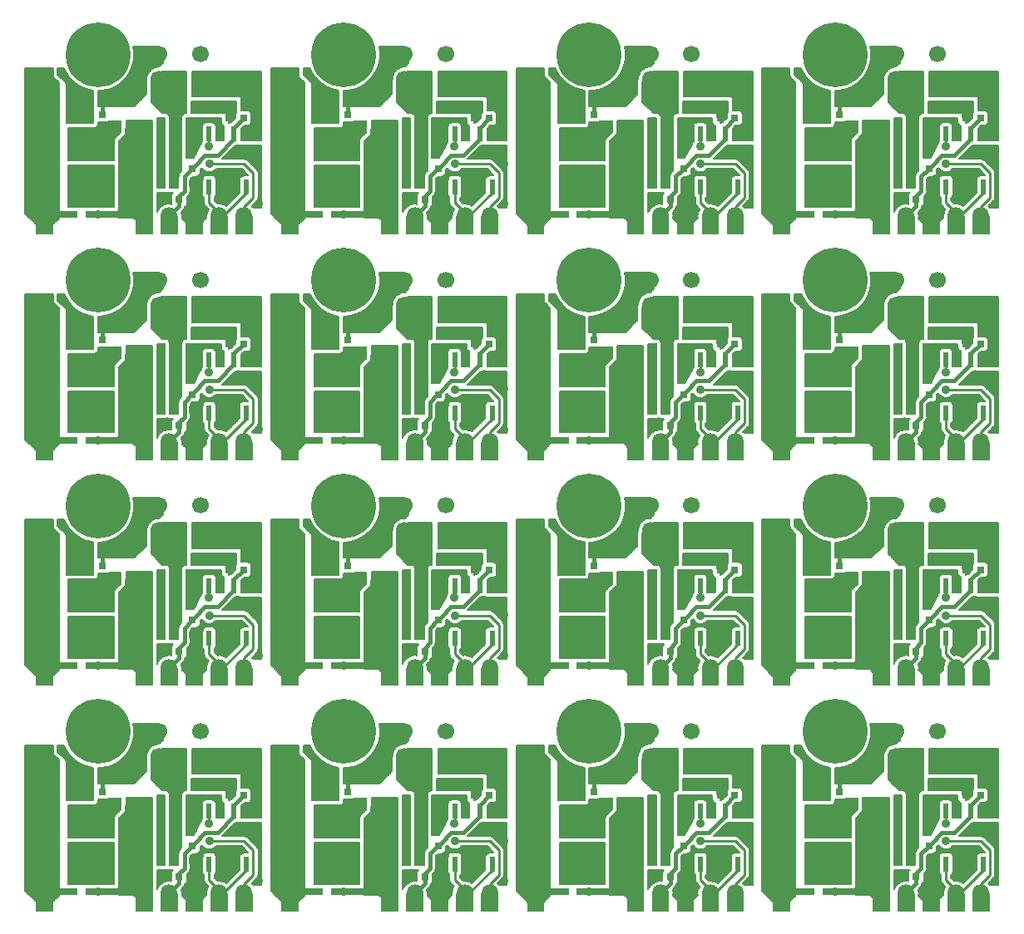
<source format=gtl>
G04 #@! TF.FileFunction,Copper,L1,Top,Signal*
%FSLAX46Y46*%
G04 Gerber Fmt 4.6, Leading zero omitted, Abs format (unit mm)*
G04 Created by KiCad (PCBNEW 4.0.1-stable) date 31.08.2016 15:32:53*
%MOMM*%
G01*
G04 APERTURE LIST*
%ADD10C,0.100000*%
%ADD11R,0.800000X0.750000*%
%ADD12R,1.501140X2.700020*%
%ADD13R,1.700000X1.680000*%
%ADD14R,0.600000X1.550000*%
%ADD15R,1.800000X1.800000*%
%ADD16O,1.800000X1.800000*%
%ADD17R,0.900000X1.700000*%
%ADD18C,6.600000*%
%ADD19C,1.700000*%
%ADD20R,0.750000X0.800000*%
%ADD21C,0.900000*%
%ADD22C,0.250000*%
%ADD23C,0.400000*%
%ADD24C,0.700000*%
%ADD25C,0.200000*%
G04 APERTURE END LIST*
D10*
D11*
X121850000Y-114500000D03*
X123350000Y-114500000D03*
D12*
X125500000Y-108800000D03*
X120699400Y-108800000D03*
D11*
X122950000Y-106400000D03*
X124450000Y-106400000D03*
D12*
X120699400Y-112100000D03*
X125500000Y-112100000D03*
D11*
X118450000Y-115600000D03*
X119950000Y-115600000D03*
X129150000Y-114100000D03*
X130650000Y-114100000D03*
D13*
X118780000Y-112900000D03*
X115200000Y-112900000D03*
D11*
X127191697Y-112578421D03*
X128691697Y-112578421D03*
D14*
X132200000Y-112800000D03*
X133470000Y-112800000D03*
X134740000Y-112800000D03*
X136010000Y-112800000D03*
X136010000Y-107400000D03*
X134740000Y-107400000D03*
X133470000Y-107400000D03*
X132200000Y-107400000D03*
D15*
X115440000Y-115800000D03*
D16*
X125600000Y-115800000D03*
X128140000Y-115800000D03*
X130680000Y-115800000D03*
X133220000Y-115800000D03*
X135760000Y-115800000D03*
D13*
X115220000Y-108900000D03*
X118800000Y-108900000D03*
D17*
X118150000Y-105400000D03*
X115250000Y-105400000D03*
D18*
X120890000Y-99300000D03*
D11*
X119850000Y-103600000D03*
X121350000Y-103600000D03*
X115650000Y-101000000D03*
X117150000Y-101000000D03*
D17*
X118150000Y-103000000D03*
X115250000Y-103000000D03*
D11*
X121350000Y-105400000D03*
X119850000Y-105400000D03*
D17*
X130250000Y-106600000D03*
X127350000Y-106600000D03*
D19*
X127100000Y-99260000D03*
X127100000Y-101800000D03*
X131300000Y-99260000D03*
X131300000Y-101800000D03*
D20*
X130500000Y-110950000D03*
X130500000Y-112450000D03*
D17*
X130250000Y-109000000D03*
X127350000Y-109000000D03*
D11*
X135700000Y-105800000D03*
X134200000Y-105800000D03*
X127191697Y-110878421D03*
X128691697Y-110878421D03*
X110700000Y-105800000D03*
X109200000Y-105800000D03*
D17*
X105250000Y-106600000D03*
X102350000Y-106600000D03*
X105250000Y-109000000D03*
X102350000Y-109000000D03*
D14*
X107200000Y-112800000D03*
X108470000Y-112800000D03*
X109740000Y-112800000D03*
X111010000Y-112800000D03*
X111010000Y-107400000D03*
X109740000Y-107400000D03*
X108470000Y-107400000D03*
X107200000Y-107400000D03*
D15*
X90440000Y-92800000D03*
D16*
X100600000Y-92800000D03*
X103140000Y-92800000D03*
X105680000Y-92800000D03*
X108220000Y-92800000D03*
X110760000Y-92800000D03*
D19*
X102100000Y-99260000D03*
X102100000Y-101800000D03*
X106300000Y-99260000D03*
X106300000Y-101800000D03*
D18*
X95890000Y-99300000D03*
D11*
X93450000Y-92600000D03*
X94950000Y-92600000D03*
X90650000Y-101000000D03*
X92150000Y-101000000D03*
X104150000Y-114100000D03*
X105650000Y-114100000D03*
X102191697Y-110878421D03*
X103691697Y-110878421D03*
D20*
X105500000Y-110950000D03*
X105500000Y-112450000D03*
D11*
X102191697Y-112578421D03*
X103691697Y-112578421D03*
X93450000Y-115600000D03*
X94950000Y-115600000D03*
D15*
X90440000Y-115800000D03*
D16*
X100600000Y-115800000D03*
X103140000Y-115800000D03*
X105680000Y-115800000D03*
X108220000Y-115800000D03*
X110760000Y-115800000D03*
D11*
X96850000Y-114500000D03*
X98350000Y-114500000D03*
D12*
X95699400Y-112100000D03*
X100500000Y-112100000D03*
X100500000Y-108800000D03*
X95699400Y-108800000D03*
D11*
X94850000Y-103600000D03*
X96350000Y-103600000D03*
X97950000Y-106400000D03*
X99450000Y-106400000D03*
D13*
X93780000Y-112900000D03*
X90200000Y-112900000D03*
D11*
X96350000Y-105400000D03*
X94850000Y-105400000D03*
D13*
X90220000Y-108900000D03*
X93800000Y-108900000D03*
D17*
X93150000Y-105400000D03*
X90250000Y-105400000D03*
D11*
X85700000Y-105800000D03*
X84200000Y-105800000D03*
D14*
X82200000Y-112800000D03*
X83470000Y-112800000D03*
X84740000Y-112800000D03*
X86010000Y-112800000D03*
X86010000Y-107400000D03*
X84740000Y-107400000D03*
X83470000Y-107400000D03*
X82200000Y-107400000D03*
D17*
X93150000Y-103000000D03*
X90250000Y-103000000D03*
D19*
X77100000Y-99260000D03*
X77100000Y-101800000D03*
X81300000Y-99260000D03*
X81300000Y-101800000D03*
D17*
X80250000Y-106600000D03*
X77350000Y-106600000D03*
D11*
X71850000Y-114500000D03*
X73350000Y-114500000D03*
D13*
X68780000Y-112900000D03*
X65200000Y-112900000D03*
D15*
X65440000Y-115800000D03*
D16*
X75600000Y-115800000D03*
X78140000Y-115800000D03*
X80680000Y-115800000D03*
X83220000Y-115800000D03*
X85760000Y-115800000D03*
D11*
X68450000Y-115600000D03*
X69950000Y-115600000D03*
D17*
X68150000Y-103000000D03*
X65250000Y-103000000D03*
X68150000Y-105400000D03*
X65250000Y-105400000D03*
D11*
X71350000Y-105400000D03*
X69850000Y-105400000D03*
X69850000Y-103600000D03*
X71350000Y-103600000D03*
D13*
X65220000Y-108900000D03*
X68800000Y-108900000D03*
D11*
X72950000Y-106400000D03*
X74450000Y-106400000D03*
D12*
X75500000Y-108800000D03*
X70699400Y-108800000D03*
D11*
X79150000Y-114100000D03*
X80650000Y-114100000D03*
D12*
X70699400Y-112100000D03*
X75500000Y-112100000D03*
D20*
X80500000Y-110950000D03*
X80500000Y-112450000D03*
D11*
X77191697Y-110878421D03*
X78691697Y-110878421D03*
D17*
X80250000Y-109000000D03*
X77350000Y-109000000D03*
D11*
X77191697Y-112578421D03*
X78691697Y-112578421D03*
D15*
X65440000Y-92800000D03*
D16*
X75600000Y-92800000D03*
X78140000Y-92800000D03*
X80680000Y-92800000D03*
X83220000Y-92800000D03*
X85760000Y-92800000D03*
D11*
X65650000Y-101000000D03*
X67150000Y-101000000D03*
D18*
X70890000Y-99300000D03*
D11*
X68450000Y-92600000D03*
X69950000Y-92600000D03*
D13*
X90220000Y-85900000D03*
X93800000Y-85900000D03*
D12*
X100500000Y-85800000D03*
X95699400Y-85800000D03*
D13*
X93780000Y-89900000D03*
X90200000Y-89900000D03*
D11*
X96850000Y-91500000D03*
X98350000Y-91500000D03*
X97950000Y-83400000D03*
X99450000Y-83400000D03*
X96350000Y-82400000D03*
X94850000Y-82400000D03*
D12*
X95699400Y-89100000D03*
X100500000Y-89100000D03*
D11*
X94850000Y-80600000D03*
X96350000Y-80600000D03*
D18*
X95890000Y-76300000D03*
D11*
X90650000Y-78000000D03*
X92150000Y-78000000D03*
D17*
X93150000Y-80000000D03*
X90250000Y-80000000D03*
X93150000Y-82400000D03*
X90250000Y-82400000D03*
D11*
X79150000Y-91100000D03*
X80650000Y-91100000D03*
X77191697Y-89578421D03*
X78691697Y-89578421D03*
X77191697Y-87878421D03*
X78691697Y-87878421D03*
D20*
X80500000Y-87950000D03*
X80500000Y-89450000D03*
D11*
X71850000Y-91500000D03*
X73350000Y-91500000D03*
D13*
X68780000Y-89900000D03*
X65200000Y-89900000D03*
D12*
X70699400Y-89100000D03*
X75500000Y-89100000D03*
D13*
X65220000Y-85900000D03*
X68800000Y-85900000D03*
D11*
X72950000Y-83400000D03*
X74450000Y-83400000D03*
D12*
X75500000Y-85800000D03*
X70699400Y-85800000D03*
D11*
X71350000Y-82400000D03*
X69850000Y-82400000D03*
X69850000Y-80600000D03*
X71350000Y-80600000D03*
D17*
X80250000Y-83600000D03*
X77350000Y-83600000D03*
D19*
X77100000Y-76260000D03*
X77100000Y-78800000D03*
X81300000Y-76260000D03*
X81300000Y-78800000D03*
D11*
X85700000Y-82800000D03*
X84200000Y-82800000D03*
D17*
X80250000Y-86000000D03*
X77350000Y-86000000D03*
D14*
X82200000Y-89800000D03*
X83470000Y-89800000D03*
X84740000Y-89800000D03*
X86010000Y-89800000D03*
X86010000Y-84400000D03*
X84740000Y-84400000D03*
X83470000Y-84400000D03*
X82200000Y-84400000D03*
D17*
X68150000Y-82400000D03*
X65250000Y-82400000D03*
D18*
X70890000Y-76300000D03*
D11*
X65650000Y-78000000D03*
X67150000Y-78000000D03*
D17*
X68150000Y-80000000D03*
X65250000Y-80000000D03*
D11*
X110700000Y-82800000D03*
X109200000Y-82800000D03*
D17*
X105250000Y-83600000D03*
X102350000Y-83600000D03*
D19*
X102100000Y-76260000D03*
X102100000Y-78800000D03*
X106300000Y-76260000D03*
X106300000Y-78800000D03*
D17*
X105250000Y-86000000D03*
X102350000Y-86000000D03*
D11*
X102191697Y-89578421D03*
X103691697Y-89578421D03*
D20*
X105500000Y-87950000D03*
X105500000Y-89450000D03*
D14*
X107200000Y-89800000D03*
X108470000Y-89800000D03*
X109740000Y-89800000D03*
X111010000Y-89800000D03*
X111010000Y-84400000D03*
X109740000Y-84400000D03*
X108470000Y-84400000D03*
X107200000Y-84400000D03*
D11*
X102191697Y-87878421D03*
X103691697Y-87878421D03*
X104150000Y-91100000D03*
X105650000Y-91100000D03*
X121850000Y-91500000D03*
X123350000Y-91500000D03*
X122950000Y-83400000D03*
X124450000Y-83400000D03*
X121350000Y-82400000D03*
X119850000Y-82400000D03*
D17*
X118150000Y-82400000D03*
X115250000Y-82400000D03*
D12*
X120699400Y-89100000D03*
X125500000Y-89100000D03*
D13*
X118780000Y-89900000D03*
X115200000Y-89900000D03*
X115220000Y-85900000D03*
X118800000Y-85900000D03*
D12*
X125500000Y-85800000D03*
X120699400Y-85800000D03*
D11*
X127191697Y-87878421D03*
X128691697Y-87878421D03*
D17*
X130250000Y-86000000D03*
X127350000Y-86000000D03*
D20*
X130500000Y-87950000D03*
X130500000Y-89450000D03*
D17*
X130250000Y-83600000D03*
X127350000Y-83600000D03*
D11*
X127191697Y-89578421D03*
X128691697Y-89578421D03*
X115650000Y-78000000D03*
X117150000Y-78000000D03*
D17*
X118150000Y-80000000D03*
X115250000Y-80000000D03*
D18*
X120890000Y-76300000D03*
D11*
X119850000Y-80600000D03*
X121350000Y-80600000D03*
D15*
X115440000Y-92800000D03*
D16*
X125600000Y-92800000D03*
X128140000Y-92800000D03*
X130680000Y-92800000D03*
X133220000Y-92800000D03*
X135760000Y-92800000D03*
D19*
X127100000Y-76260000D03*
X127100000Y-78800000D03*
X131300000Y-76260000D03*
X131300000Y-78800000D03*
D11*
X135700000Y-82800000D03*
X134200000Y-82800000D03*
D14*
X132200000Y-89800000D03*
X133470000Y-89800000D03*
X134740000Y-89800000D03*
X136010000Y-89800000D03*
X136010000Y-84400000D03*
X134740000Y-84400000D03*
X133470000Y-84400000D03*
X132200000Y-84400000D03*
D11*
X129150000Y-91100000D03*
X130650000Y-91100000D03*
X118450000Y-92600000D03*
X119950000Y-92600000D03*
X43450000Y-115600000D03*
X44950000Y-115600000D03*
D12*
X45699400Y-112100000D03*
X50500000Y-112100000D03*
X50500000Y-108800000D03*
X45699400Y-108800000D03*
D11*
X46850000Y-114500000D03*
X48350000Y-114500000D03*
X60700000Y-105800000D03*
X59200000Y-105800000D03*
X47950000Y-106400000D03*
X49450000Y-106400000D03*
D13*
X40220000Y-108900000D03*
X43800000Y-108900000D03*
D15*
X40440000Y-115800000D03*
D16*
X50600000Y-115800000D03*
X53140000Y-115800000D03*
X55680000Y-115800000D03*
X58220000Y-115800000D03*
X60760000Y-115800000D03*
D17*
X43150000Y-105400000D03*
X40250000Y-105400000D03*
D13*
X43780000Y-112900000D03*
X40200000Y-112900000D03*
D11*
X54150000Y-114100000D03*
X55650000Y-114100000D03*
X44850000Y-103600000D03*
X46350000Y-103600000D03*
D18*
X45890000Y-99300000D03*
D17*
X43150000Y-103000000D03*
X40250000Y-103000000D03*
D11*
X40650000Y-101000000D03*
X42150000Y-101000000D03*
X46350000Y-105400000D03*
X44850000Y-105400000D03*
D20*
X55500000Y-110950000D03*
X55500000Y-112450000D03*
D19*
X52100000Y-99260000D03*
X52100000Y-101800000D03*
X56300000Y-99260000D03*
X56300000Y-101800000D03*
D11*
X52191697Y-112578421D03*
X53691697Y-112578421D03*
D17*
X55250000Y-106600000D03*
X52350000Y-106600000D03*
D14*
X57200000Y-112800000D03*
X58470000Y-112800000D03*
X59740000Y-112800000D03*
X61010000Y-112800000D03*
X61010000Y-107400000D03*
X59740000Y-107400000D03*
X58470000Y-107400000D03*
X57200000Y-107400000D03*
D17*
X55250000Y-109000000D03*
X52350000Y-109000000D03*
D11*
X52191697Y-110878421D03*
X53691697Y-110878421D03*
D14*
X57200000Y-89800000D03*
X58470000Y-89800000D03*
X59740000Y-89800000D03*
X61010000Y-89800000D03*
X61010000Y-84400000D03*
X59740000Y-84400000D03*
X58470000Y-84400000D03*
X57200000Y-84400000D03*
D17*
X55250000Y-86000000D03*
X52350000Y-86000000D03*
D19*
X52100000Y-76260000D03*
X52100000Y-78800000D03*
X56300000Y-76260000D03*
X56300000Y-78800000D03*
D17*
X55250000Y-83600000D03*
X52350000Y-83600000D03*
D11*
X60700000Y-82800000D03*
X59200000Y-82800000D03*
X54150000Y-91100000D03*
X55650000Y-91100000D03*
X52191697Y-87878421D03*
X53691697Y-87878421D03*
D20*
X55500000Y-87950000D03*
X55500000Y-89450000D03*
D11*
X52191697Y-89578421D03*
X53691697Y-89578421D03*
X47950000Y-83400000D03*
X49450000Y-83400000D03*
X46350000Y-82400000D03*
X44850000Y-82400000D03*
D12*
X50500000Y-85800000D03*
X45699400Y-85800000D03*
D11*
X44850000Y-80600000D03*
X46350000Y-80600000D03*
D18*
X45890000Y-76300000D03*
D17*
X43150000Y-80000000D03*
X40250000Y-80000000D03*
D11*
X40650000Y-78000000D03*
X42150000Y-78000000D03*
D17*
X43150000Y-82400000D03*
X40250000Y-82400000D03*
D12*
X45699400Y-89100000D03*
X50500000Y-89100000D03*
D15*
X40440000Y-92800000D03*
D16*
X50600000Y-92800000D03*
X53140000Y-92800000D03*
X55680000Y-92800000D03*
X58220000Y-92800000D03*
X60760000Y-92800000D03*
D13*
X43780000Y-89900000D03*
X40200000Y-89900000D03*
D11*
X46850000Y-91500000D03*
X48350000Y-91500000D03*
D13*
X40220000Y-85900000D03*
X43800000Y-85900000D03*
D11*
X43450000Y-92600000D03*
X44950000Y-92600000D03*
D13*
X115220000Y-62900000D03*
X118800000Y-62900000D03*
D11*
X121350000Y-59400000D03*
X119850000Y-59400000D03*
D17*
X118150000Y-57000000D03*
X115250000Y-57000000D03*
D11*
X119850000Y-57600000D03*
X121350000Y-57600000D03*
D17*
X118150000Y-59400000D03*
X115250000Y-59400000D03*
D19*
X127100000Y-53260000D03*
X127100000Y-55800000D03*
X131300000Y-53260000D03*
X131300000Y-55800000D03*
D11*
X118450000Y-46600000D03*
X119950000Y-46600000D03*
X115650000Y-55000000D03*
X117150000Y-55000000D03*
X121850000Y-45500000D03*
X123350000Y-45500000D03*
D15*
X115440000Y-46800000D03*
D16*
X125600000Y-46800000D03*
X128140000Y-46800000D03*
X130680000Y-46800000D03*
X133220000Y-46800000D03*
X135760000Y-46800000D03*
D18*
X120890000Y-53300000D03*
D12*
X120699400Y-66100000D03*
X125500000Y-66100000D03*
D11*
X122950000Y-60400000D03*
X124450000Y-60400000D03*
D12*
X125500000Y-62800000D03*
X120699400Y-62800000D03*
D11*
X118450000Y-69600000D03*
X119950000Y-69600000D03*
X129150000Y-68100000D03*
X130650000Y-68100000D03*
D15*
X115440000Y-69800000D03*
D16*
X125600000Y-69800000D03*
X128140000Y-69800000D03*
X130680000Y-69800000D03*
X133220000Y-69800000D03*
X135760000Y-69800000D03*
D11*
X121850000Y-68500000D03*
X123350000Y-68500000D03*
D13*
X118780000Y-66900000D03*
X115200000Y-66900000D03*
D11*
X127191697Y-66578421D03*
X128691697Y-66578421D03*
X127191697Y-64878421D03*
X128691697Y-64878421D03*
D17*
X130250000Y-60600000D03*
X127350000Y-60600000D03*
D20*
X130500000Y-64950000D03*
X130500000Y-66450000D03*
D11*
X135700000Y-59800000D03*
X134200000Y-59800000D03*
D17*
X130250000Y-63000000D03*
X127350000Y-63000000D03*
D14*
X132200000Y-66800000D03*
X133470000Y-66800000D03*
X134740000Y-66800000D03*
X136010000Y-66800000D03*
X136010000Y-61400000D03*
X134740000Y-61400000D03*
X133470000Y-61400000D03*
X132200000Y-61400000D03*
D11*
X97950000Y-60400000D03*
X99450000Y-60400000D03*
X104150000Y-68100000D03*
X105650000Y-68100000D03*
X96850000Y-68500000D03*
X98350000Y-68500000D03*
D15*
X90440000Y-69800000D03*
D16*
X100600000Y-69800000D03*
X103140000Y-69800000D03*
X105680000Y-69800000D03*
X108220000Y-69800000D03*
X110760000Y-69800000D03*
D12*
X100500000Y-62800000D03*
X95699400Y-62800000D03*
D13*
X93780000Y-66900000D03*
X90200000Y-66900000D03*
D11*
X93450000Y-69600000D03*
X94950000Y-69600000D03*
D12*
X95699400Y-66100000D03*
X100500000Y-66100000D03*
D13*
X90220000Y-62900000D03*
X93800000Y-62900000D03*
D20*
X105500000Y-64950000D03*
X105500000Y-66450000D03*
D11*
X102191697Y-64878421D03*
X103691697Y-64878421D03*
X102191697Y-66578421D03*
X103691697Y-66578421D03*
D17*
X105250000Y-63000000D03*
X102350000Y-63000000D03*
D11*
X96350000Y-59400000D03*
X94850000Y-59400000D03*
D17*
X93150000Y-59400000D03*
X90250000Y-59400000D03*
D11*
X94850000Y-57600000D03*
X96350000Y-57600000D03*
D18*
X95890000Y-53300000D03*
D17*
X93150000Y-57000000D03*
X90250000Y-57000000D03*
D11*
X90650000Y-55000000D03*
X92150000Y-55000000D03*
X110700000Y-59800000D03*
X109200000Y-59800000D03*
D17*
X105250000Y-60600000D03*
X102350000Y-60600000D03*
D14*
X107200000Y-66800000D03*
X108470000Y-66800000D03*
X109740000Y-66800000D03*
X111010000Y-66800000D03*
X111010000Y-61400000D03*
X109740000Y-61400000D03*
X108470000Y-61400000D03*
X107200000Y-61400000D03*
D19*
X102100000Y-53260000D03*
X102100000Y-55800000D03*
X106300000Y-53260000D03*
X106300000Y-55800000D03*
D11*
X129150000Y-45100000D03*
X130650000Y-45100000D03*
D14*
X132200000Y-43800000D03*
X133470000Y-43800000D03*
X134740000Y-43800000D03*
X136010000Y-43800000D03*
X136010000Y-38400000D03*
X134740000Y-38400000D03*
X133470000Y-38400000D03*
X132200000Y-38400000D03*
D11*
X127191697Y-43578421D03*
X128691697Y-43578421D03*
X127191697Y-41878421D03*
X128691697Y-41878421D03*
D20*
X130500000Y-41950000D03*
X130500000Y-43450000D03*
D11*
X135700000Y-36800000D03*
X134200000Y-36800000D03*
D19*
X127100000Y-30260000D03*
X127100000Y-32800000D03*
X131300000Y-30260000D03*
X131300000Y-32800000D03*
D17*
X130250000Y-37600000D03*
X127350000Y-37600000D03*
X130250000Y-40000000D03*
X127350000Y-40000000D03*
D13*
X115220000Y-39900000D03*
X118800000Y-39900000D03*
D12*
X120699400Y-43100000D03*
X125500000Y-43100000D03*
D11*
X119850000Y-34600000D03*
X121350000Y-34600000D03*
X121350000Y-36400000D03*
X119850000Y-36400000D03*
X122950000Y-37400000D03*
X124450000Y-37400000D03*
D13*
X118780000Y-43900000D03*
X115200000Y-43900000D03*
D12*
X125500000Y-39800000D03*
X120699400Y-39800000D03*
D17*
X118150000Y-34000000D03*
X115250000Y-34000000D03*
D18*
X120890000Y-30300000D03*
D17*
X118150000Y-36400000D03*
X115250000Y-36400000D03*
D11*
X115650000Y-32000000D03*
X117150000Y-32000000D03*
X102191697Y-43578421D03*
X103691697Y-43578421D03*
X102191697Y-41878421D03*
X103691697Y-41878421D03*
D20*
X105500000Y-41950000D03*
X105500000Y-43450000D03*
D11*
X104150000Y-45100000D03*
X105650000Y-45100000D03*
X110700000Y-36800000D03*
X109200000Y-36800000D03*
D19*
X102100000Y-30260000D03*
X102100000Y-32800000D03*
X106300000Y-30260000D03*
X106300000Y-32800000D03*
D11*
X94850000Y-34600000D03*
X96350000Y-34600000D03*
X96350000Y-36400000D03*
X94850000Y-36400000D03*
D17*
X105250000Y-40000000D03*
X102350000Y-40000000D03*
D11*
X97950000Y-37400000D03*
X99450000Y-37400000D03*
D17*
X105250000Y-37600000D03*
X102350000Y-37600000D03*
D12*
X100500000Y-39800000D03*
X95699400Y-39800000D03*
D17*
X93150000Y-36400000D03*
X90250000Y-36400000D03*
X93150000Y-34000000D03*
X90250000Y-34000000D03*
D18*
X95890000Y-30300000D03*
D11*
X90650000Y-32000000D03*
X92150000Y-32000000D03*
D14*
X107200000Y-43800000D03*
X108470000Y-43800000D03*
X109740000Y-43800000D03*
X111010000Y-43800000D03*
X111010000Y-38400000D03*
X109740000Y-38400000D03*
X108470000Y-38400000D03*
X107200000Y-38400000D03*
D11*
X93450000Y-46600000D03*
X94950000Y-46600000D03*
D13*
X93780000Y-43900000D03*
X90200000Y-43900000D03*
D11*
X96850000Y-45500000D03*
X98350000Y-45500000D03*
D12*
X95699400Y-43100000D03*
X100500000Y-43100000D03*
D13*
X90220000Y-39900000D03*
X93800000Y-39900000D03*
D15*
X90440000Y-46800000D03*
D16*
X100600000Y-46800000D03*
X103140000Y-46800000D03*
X105680000Y-46800000D03*
X108220000Y-46800000D03*
X110760000Y-46800000D03*
D11*
X77191697Y-41878421D03*
X78691697Y-41878421D03*
X77191697Y-43578421D03*
X78691697Y-43578421D03*
D20*
X80500000Y-41950000D03*
X80500000Y-43450000D03*
D14*
X82200000Y-43800000D03*
X83470000Y-43800000D03*
X84740000Y-43800000D03*
X86010000Y-43800000D03*
X86010000Y-38400000D03*
X84740000Y-38400000D03*
X83470000Y-38400000D03*
X82200000Y-38400000D03*
D11*
X79150000Y-45100000D03*
X80650000Y-45100000D03*
D17*
X80250000Y-37600000D03*
X77350000Y-37600000D03*
D11*
X72950000Y-37400000D03*
X74450000Y-37400000D03*
X85700000Y-36800000D03*
X84200000Y-36800000D03*
D19*
X77100000Y-30260000D03*
X77100000Y-32800000D03*
X81300000Y-30260000D03*
X81300000Y-32800000D03*
D17*
X80250000Y-40000000D03*
X77350000Y-40000000D03*
D12*
X75500000Y-39800000D03*
X70699400Y-39800000D03*
D18*
X70890000Y-30300000D03*
D17*
X68150000Y-36400000D03*
X65250000Y-36400000D03*
D11*
X65650000Y-32000000D03*
X67150000Y-32000000D03*
X69850000Y-34600000D03*
X71350000Y-34600000D03*
D17*
X68150000Y-34000000D03*
X65250000Y-34000000D03*
D11*
X71350000Y-36400000D03*
X69850000Y-36400000D03*
D12*
X70699400Y-43100000D03*
X75500000Y-43100000D03*
D13*
X65220000Y-39900000D03*
X68800000Y-39900000D03*
D11*
X68450000Y-46600000D03*
X69950000Y-46600000D03*
D15*
X65440000Y-46800000D03*
D16*
X75600000Y-46800000D03*
X78140000Y-46800000D03*
X80680000Y-46800000D03*
X83220000Y-46800000D03*
X85760000Y-46800000D03*
D11*
X71850000Y-45500000D03*
X73350000Y-45500000D03*
D13*
X68780000Y-43900000D03*
X65200000Y-43900000D03*
D19*
X52100000Y-30260000D03*
X52100000Y-32800000D03*
X56300000Y-30260000D03*
X56300000Y-32800000D03*
D11*
X60700000Y-36800000D03*
X59200000Y-36800000D03*
D17*
X55250000Y-37600000D03*
X52350000Y-37600000D03*
D11*
X47950000Y-37400000D03*
X49450000Y-37400000D03*
X54150000Y-45100000D03*
X55650000Y-45100000D03*
D15*
X40440000Y-46800000D03*
D16*
X50600000Y-46800000D03*
X53140000Y-46800000D03*
X55680000Y-46800000D03*
X58220000Y-46800000D03*
X60760000Y-46800000D03*
D14*
X57200000Y-43800000D03*
X58470000Y-43800000D03*
X59740000Y-43800000D03*
X61010000Y-43800000D03*
X61010000Y-38400000D03*
X59740000Y-38400000D03*
X58470000Y-38400000D03*
X57200000Y-38400000D03*
D18*
X45890000Y-30300000D03*
D11*
X40650000Y-32000000D03*
X42150000Y-32000000D03*
D17*
X43150000Y-34000000D03*
X40250000Y-34000000D03*
D11*
X44850000Y-34600000D03*
X46350000Y-34600000D03*
D17*
X43150000Y-36400000D03*
X40250000Y-36400000D03*
D11*
X46350000Y-36400000D03*
X44850000Y-36400000D03*
X52191697Y-41878421D03*
X53691697Y-41878421D03*
X52191697Y-43578421D03*
X53691697Y-43578421D03*
D20*
X55500000Y-41950000D03*
X55500000Y-43450000D03*
D12*
X50500000Y-39800000D03*
X45699400Y-39800000D03*
D17*
X55250000Y-40000000D03*
X52350000Y-40000000D03*
D13*
X40220000Y-39900000D03*
X43800000Y-39900000D03*
X43780000Y-43900000D03*
X40200000Y-43900000D03*
D11*
X43450000Y-46600000D03*
X44950000Y-46600000D03*
X46850000Y-45500000D03*
X48350000Y-45500000D03*
D12*
X45699400Y-43100000D03*
X50500000Y-43100000D03*
D11*
X68450000Y-69600000D03*
X69950000Y-69600000D03*
D12*
X75500000Y-62800000D03*
X70699400Y-62800000D03*
X70699400Y-66100000D03*
X75500000Y-66100000D03*
D11*
X71850000Y-68500000D03*
X73350000Y-68500000D03*
D15*
X65440000Y-69800000D03*
D16*
X75600000Y-69800000D03*
X78140000Y-69800000D03*
X80680000Y-69800000D03*
X83220000Y-69800000D03*
X85760000Y-69800000D03*
D13*
X65220000Y-62900000D03*
X68800000Y-62900000D03*
X68780000Y-66900000D03*
X65200000Y-66900000D03*
D11*
X79150000Y-68100000D03*
X80650000Y-68100000D03*
X65650000Y-55000000D03*
X67150000Y-55000000D03*
D17*
X68150000Y-57000000D03*
X65250000Y-57000000D03*
X68150000Y-59400000D03*
X65250000Y-59400000D03*
D11*
X69850000Y-57600000D03*
X71350000Y-57600000D03*
X71350000Y-59400000D03*
X69850000Y-59400000D03*
D18*
X70890000Y-53300000D03*
D19*
X77100000Y-53260000D03*
X77100000Y-55800000D03*
X81300000Y-53260000D03*
X81300000Y-55800000D03*
D11*
X85700000Y-59800000D03*
X84200000Y-59800000D03*
D17*
X80250000Y-60600000D03*
X77350000Y-60600000D03*
D11*
X72950000Y-60400000D03*
X74450000Y-60400000D03*
X77191697Y-64878421D03*
X78691697Y-64878421D03*
D20*
X80500000Y-64950000D03*
X80500000Y-66450000D03*
D11*
X77191697Y-66578421D03*
X78691697Y-66578421D03*
D17*
X80250000Y-63000000D03*
X77350000Y-63000000D03*
D14*
X82200000Y-66800000D03*
X83470000Y-66800000D03*
X84740000Y-66800000D03*
X86010000Y-66800000D03*
X86010000Y-61400000D03*
X84740000Y-61400000D03*
X83470000Y-61400000D03*
X82200000Y-61400000D03*
X57200000Y-66800000D03*
X58470000Y-66800000D03*
X59740000Y-66800000D03*
X61010000Y-66800000D03*
X61010000Y-61400000D03*
X59740000Y-61400000D03*
X58470000Y-61400000D03*
X57200000Y-61400000D03*
D11*
X52191697Y-66578421D03*
X53691697Y-66578421D03*
X46350000Y-59400000D03*
X44850000Y-59400000D03*
X52191697Y-64878421D03*
X53691697Y-64878421D03*
X44850000Y-57600000D03*
X46350000Y-57600000D03*
X46850000Y-68500000D03*
X48350000Y-68500000D03*
X47950000Y-60400000D03*
X49450000Y-60400000D03*
D20*
X55500000Y-64950000D03*
X55500000Y-66450000D03*
D11*
X60700000Y-59800000D03*
X59200000Y-59800000D03*
D13*
X43780000Y-66900000D03*
X40200000Y-66900000D03*
X40220000Y-62900000D03*
X43800000Y-62900000D03*
D12*
X45699400Y-66100000D03*
X50500000Y-66100000D03*
X50500000Y-62800000D03*
X45699400Y-62800000D03*
D17*
X43150000Y-57000000D03*
X40250000Y-57000000D03*
X43150000Y-59400000D03*
X40250000Y-59400000D03*
X55250000Y-63000000D03*
X52350000Y-63000000D03*
X55250000Y-60600000D03*
X52350000Y-60600000D03*
D19*
X52100000Y-53260000D03*
X52100000Y-55800000D03*
X56300000Y-53260000D03*
X56300000Y-55800000D03*
D11*
X54150000Y-68100000D03*
X55650000Y-68100000D03*
D15*
X40440000Y-69800000D03*
D16*
X50600000Y-69800000D03*
X53140000Y-69800000D03*
X55680000Y-69800000D03*
X58220000Y-69800000D03*
X60760000Y-69800000D03*
D18*
X45890000Y-53300000D03*
D11*
X40650000Y-55000000D03*
X42150000Y-55000000D03*
X43450000Y-69600000D03*
X44950000Y-69600000D03*
D21*
X124100000Y-107900000D03*
X124100000Y-109600000D03*
X124099998Y-111300000D03*
X125500004Y-106500000D03*
X120900000Y-115600000D03*
X124100000Y-112900000D03*
X124200000Y-114100000D03*
X123950000Y-115280000D03*
X99099998Y-88300000D03*
X99100000Y-86600000D03*
X100500004Y-83500000D03*
X99100000Y-84900000D03*
X99100000Y-89900000D03*
X99200000Y-91100000D03*
X98950000Y-92280000D03*
X95900000Y-92600000D03*
X98950000Y-115280000D03*
X99200000Y-114100000D03*
X95900000Y-115600000D03*
X99100000Y-112900000D03*
X99099998Y-111300000D03*
X99100000Y-107900000D03*
X99100000Y-109600000D03*
X100500004Y-106500000D03*
X124099998Y-88300000D03*
X124100000Y-84900000D03*
X125500004Y-83500000D03*
X124100000Y-86600000D03*
X123950000Y-92280000D03*
X124100000Y-89900000D03*
X120900000Y-92600000D03*
X124200000Y-91100000D03*
X50500004Y-83500000D03*
X49100000Y-86600000D03*
X49099998Y-88300000D03*
X49100000Y-84900000D03*
X49200000Y-91100000D03*
X45900000Y-92600000D03*
X49100000Y-89900000D03*
X48950000Y-92280000D03*
X70900000Y-115600000D03*
X73950000Y-115280000D03*
X74100000Y-112900000D03*
X74200000Y-114100000D03*
X74099998Y-111300000D03*
X74100000Y-109600000D03*
X75500004Y-106500000D03*
X74100000Y-107900000D03*
X75500004Y-83500000D03*
X74100000Y-86600000D03*
X74099998Y-88300000D03*
X74100000Y-84900000D03*
X73950000Y-92280000D03*
X74100000Y-89900000D03*
X70900000Y-92600000D03*
X74200000Y-91100000D03*
X49200000Y-114100000D03*
X49100000Y-112900000D03*
X45900000Y-115600000D03*
X48950000Y-115280000D03*
X49100000Y-109600000D03*
X49100000Y-107900000D03*
X49099998Y-111300000D03*
X50500004Y-106500000D03*
X99100000Y-38900000D03*
X99099998Y-42300000D03*
X99100000Y-40600000D03*
X100500004Y-37500000D03*
X99200000Y-45100000D03*
X99100000Y-43900000D03*
X98950000Y-46280000D03*
X95900000Y-46600000D03*
X123950000Y-69280000D03*
X124100000Y-66900000D03*
X120900000Y-69600000D03*
X124200000Y-68100000D03*
X124100000Y-61900000D03*
X125500004Y-60500000D03*
X124100000Y-63600000D03*
X124099998Y-65300000D03*
X124100000Y-38900000D03*
X124099998Y-42300000D03*
X124100000Y-40600000D03*
X125500004Y-37500000D03*
X124100000Y-43900000D03*
X120900000Y-46600000D03*
X124200000Y-45100000D03*
X123950000Y-46280000D03*
X100500004Y-60500000D03*
X99100000Y-63600000D03*
X99099998Y-65300000D03*
X99100000Y-61900000D03*
X98950000Y-69280000D03*
X95900000Y-69600000D03*
X99100000Y-66900000D03*
X99200000Y-68100000D03*
X75500004Y-37500000D03*
X74099998Y-42300000D03*
X74100000Y-38900000D03*
X74100000Y-40600000D03*
X74200000Y-45100000D03*
X73950000Y-46280000D03*
X74100000Y-43900000D03*
X70900000Y-46600000D03*
X49100000Y-40600000D03*
X49099998Y-42300000D03*
X50500004Y-37500000D03*
X49100000Y-38900000D03*
X45900000Y-46600000D03*
X49200000Y-45100000D03*
X49100000Y-43900000D03*
X48950000Y-46280000D03*
X74100000Y-61900000D03*
X74100000Y-63600000D03*
X74099998Y-65300000D03*
X75500004Y-60500000D03*
X74200000Y-68100000D03*
X74100000Y-66900000D03*
X73950000Y-69280000D03*
X70900000Y-69600000D03*
X45900000Y-69600000D03*
X48950000Y-69280000D03*
X49200000Y-68100000D03*
X50500004Y-60500000D03*
X49100000Y-66900000D03*
X49099998Y-65300000D03*
X49100000Y-63600000D03*
X49100000Y-61900000D03*
X133500000Y-104900000D03*
X135600000Y-109500000D03*
X134600000Y-104900000D03*
X134108534Y-111321336D03*
X137200000Y-110400000D03*
X131075000Y-113275000D03*
X135354078Y-111422225D03*
X137213835Y-114512921D03*
X133500000Y-114100000D03*
X131202256Y-111968821D03*
X127500000Y-114000000D03*
X109108534Y-111321336D03*
X112200000Y-110400000D03*
X110354078Y-111422225D03*
X112213835Y-114512921D03*
X108500000Y-114100000D03*
X109600000Y-104900000D03*
X110600000Y-109500000D03*
X108500000Y-104900000D03*
X106202256Y-88968821D03*
X106075000Y-90275000D03*
X109108534Y-88321336D03*
X102500000Y-91000000D03*
X106202256Y-111968821D03*
X102500000Y-114000000D03*
X106075000Y-113275000D03*
X127500000Y-91000000D03*
X134600000Y-81900000D03*
X133500000Y-81900000D03*
X135600000Y-86500000D03*
X134108534Y-88321336D03*
X137213835Y-91512921D03*
X133500000Y-91100000D03*
X131075000Y-90275000D03*
X135354078Y-88422225D03*
X137200000Y-87400000D03*
X131202256Y-88968821D03*
X112200000Y-87400000D03*
X112213835Y-91512921D03*
X110354078Y-88422225D03*
X110600000Y-86500000D03*
X108500000Y-81900000D03*
X109600000Y-81900000D03*
X108500000Y-91100000D03*
X59108534Y-88321336D03*
X60354078Y-88422225D03*
X58500000Y-91100000D03*
X62213835Y-91512921D03*
X56202256Y-88968821D03*
X56075000Y-90275000D03*
X52500000Y-91000000D03*
X59600000Y-81900000D03*
X60600000Y-86500000D03*
X58500000Y-81900000D03*
X62200000Y-87400000D03*
X77500000Y-114000000D03*
X81202256Y-111968821D03*
X83500000Y-114100000D03*
X81075000Y-113275000D03*
X85600000Y-109500000D03*
X84600000Y-104900000D03*
X83500000Y-104900000D03*
X84108534Y-111321336D03*
X87200000Y-110400000D03*
X85354078Y-111422225D03*
X87213835Y-114512921D03*
X84600000Y-81900000D03*
X83500000Y-81900000D03*
X85600000Y-86500000D03*
X87213835Y-91512921D03*
X87200000Y-87400000D03*
X85354078Y-88422225D03*
X84108534Y-88321336D03*
X81075000Y-90275000D03*
X83500000Y-91100000D03*
X81202256Y-88968821D03*
X77500000Y-91000000D03*
X56075000Y-113275000D03*
X56202256Y-111968821D03*
X58500000Y-114100000D03*
X52500000Y-114000000D03*
X58500000Y-104900000D03*
X60600000Y-109500000D03*
X59600000Y-104900000D03*
X59108534Y-111321336D03*
X62200000Y-110400000D03*
X60354078Y-111422225D03*
X62213835Y-114512921D03*
X110354078Y-42422225D03*
X109108534Y-42321336D03*
X106075000Y-44275000D03*
X106202256Y-42968821D03*
X112213835Y-45512921D03*
X108500000Y-45100000D03*
X102500000Y-45000000D03*
X112200000Y-41400000D03*
X109600000Y-35900000D03*
X108500000Y-35900000D03*
X110600000Y-40500000D03*
X127500000Y-68000000D03*
X133500000Y-58900000D03*
X134600000Y-58900000D03*
X135600000Y-63500000D03*
X131075000Y-67275000D03*
X131202256Y-65968821D03*
X133500000Y-68100000D03*
X137213835Y-68512921D03*
X137200000Y-64400000D03*
X135354078Y-65422225D03*
X134108534Y-65321336D03*
X135600000Y-40500000D03*
X134600000Y-35900000D03*
X133500000Y-35900000D03*
X131202256Y-42968821D03*
X131075000Y-44275000D03*
X134108534Y-42321336D03*
X133500000Y-45100000D03*
X137213835Y-45512921D03*
X135354078Y-42422225D03*
X137200000Y-41400000D03*
X127500000Y-45000000D03*
X106202256Y-65968821D03*
X106075000Y-67275000D03*
X112213835Y-68512921D03*
X110354078Y-65422225D03*
X109108534Y-65321336D03*
X108500000Y-68100000D03*
X112200000Y-64400000D03*
X109600000Y-58900000D03*
X108500000Y-58900000D03*
X110600000Y-63500000D03*
X102500000Y-68000000D03*
X83500000Y-45100000D03*
X81202256Y-42968821D03*
X87213835Y-45512921D03*
X85354078Y-42422225D03*
X87200000Y-41400000D03*
X84108534Y-42321336D03*
X81075000Y-44275000D03*
X77500000Y-45000000D03*
X84600000Y-35900000D03*
X85600000Y-40500000D03*
X83500000Y-35900000D03*
X62200000Y-41400000D03*
X62213835Y-45512921D03*
X60354078Y-42422225D03*
X56202256Y-42968821D03*
X56075000Y-44275000D03*
X59108534Y-42321336D03*
X58500000Y-45100000D03*
X60600000Y-40500000D03*
X58500000Y-35900000D03*
X59600000Y-35900000D03*
X52500000Y-45000000D03*
X81075000Y-67275000D03*
X83500000Y-58900000D03*
X81202256Y-65968821D03*
X84600000Y-58900000D03*
X83500000Y-68100000D03*
X85600000Y-63500000D03*
X87200000Y-64400000D03*
X84108534Y-65321336D03*
X87213835Y-68512921D03*
X85354078Y-65422225D03*
X77500000Y-68000000D03*
X60354078Y-65422225D03*
X56202256Y-65968821D03*
X62213835Y-68512921D03*
X52500000Y-68000000D03*
X56075000Y-67275000D03*
X62200000Y-64400000D03*
X60600000Y-63500000D03*
X59600000Y-58900000D03*
X58500000Y-58900000D03*
X59108534Y-65321336D03*
X58500000Y-68100000D03*
X132185095Y-108649978D03*
X132218296Y-110454465D03*
X107218296Y-110454465D03*
X107185095Y-108649978D03*
X107218296Y-87454465D03*
X107185095Y-85649978D03*
X132185095Y-85649978D03*
X132218296Y-87454465D03*
X57218296Y-87454465D03*
X57185095Y-85649978D03*
X82185095Y-108649978D03*
X82218296Y-110454465D03*
X82185095Y-85649978D03*
X82218296Y-87454465D03*
X57218296Y-110454465D03*
X57185095Y-108649978D03*
X107185095Y-39649978D03*
X107218296Y-41454465D03*
X132185095Y-62649978D03*
X132218296Y-64454465D03*
X132185095Y-39649978D03*
X132218296Y-41454465D03*
X107218296Y-64454465D03*
X107185095Y-62649978D03*
X82218296Y-41454465D03*
X82185095Y-39649978D03*
X57185095Y-39649978D03*
X57218296Y-41454465D03*
X82185095Y-62649978D03*
X82218296Y-64454465D03*
X57218296Y-64454465D03*
X57185095Y-62649978D03*
D22*
X93150000Y-103000000D02*
X93150000Y-102000000D01*
X93150000Y-102000000D02*
X92150000Y-101000000D01*
X93150000Y-103000000D02*
X93150000Y-105400000D01*
D23*
X93150000Y-103000000D02*
X93300000Y-103000000D01*
X93300000Y-103000000D02*
X93900000Y-103600000D01*
X93150000Y-105400000D02*
X94850000Y-105400000D01*
X93900000Y-103600000D02*
X94850000Y-103600000D01*
X93300000Y-80000000D02*
X93900000Y-80600000D01*
X93900000Y-80600000D02*
X94850000Y-80600000D01*
X93150000Y-82400000D02*
X94850000Y-82400000D01*
D22*
X93150000Y-79000000D02*
X92150000Y-78000000D01*
X93150000Y-80000000D02*
X93150000Y-79000000D01*
D23*
X93150000Y-80000000D02*
X93300000Y-80000000D01*
D22*
X93150000Y-80000000D02*
X93150000Y-82400000D01*
D23*
X118150000Y-103000000D02*
X118300000Y-103000000D01*
D22*
X118150000Y-102000000D02*
X117150000Y-101000000D01*
D23*
X118300000Y-103000000D02*
X118900000Y-103600000D01*
D22*
X118150000Y-103000000D02*
X118150000Y-102000000D01*
D23*
X118900000Y-103600000D02*
X119850000Y-103600000D01*
X118150000Y-105400000D02*
X119850000Y-105400000D01*
D22*
X118150000Y-103000000D02*
X118150000Y-105400000D01*
D23*
X118900000Y-80600000D02*
X119850000Y-80600000D01*
X118150000Y-82400000D02*
X119850000Y-82400000D01*
D22*
X118150000Y-80000000D02*
X118150000Y-82400000D01*
D23*
X118300000Y-80000000D02*
X118900000Y-80600000D01*
D22*
X118150000Y-79000000D02*
X117150000Y-78000000D01*
X118150000Y-80000000D02*
X118150000Y-79000000D01*
D23*
X118150000Y-80000000D02*
X118300000Y-80000000D01*
X43150000Y-105400000D02*
X44850000Y-105400000D01*
X43300000Y-103000000D02*
X43900000Y-103600000D01*
X43900000Y-103600000D02*
X44850000Y-103600000D01*
D22*
X43150000Y-102000000D02*
X42150000Y-101000000D01*
D23*
X43150000Y-103000000D02*
X43300000Y-103000000D01*
D22*
X43150000Y-103000000D02*
X43150000Y-102000000D01*
X43150000Y-103000000D02*
X43150000Y-105400000D01*
D23*
X68900000Y-103600000D02*
X69850000Y-103600000D01*
X68150000Y-105400000D02*
X69850000Y-105400000D01*
D22*
X68150000Y-103000000D02*
X68150000Y-105400000D01*
D23*
X68150000Y-103000000D02*
X68300000Y-103000000D01*
D22*
X68150000Y-102000000D02*
X67150000Y-101000000D01*
D23*
X68300000Y-103000000D02*
X68900000Y-103600000D01*
D22*
X68150000Y-103000000D02*
X68150000Y-102000000D01*
D23*
X43150000Y-82400000D02*
X44850000Y-82400000D01*
D22*
X43150000Y-80000000D02*
X43150000Y-82400000D01*
D23*
X43900000Y-80600000D02*
X44850000Y-80600000D01*
X43300000Y-80000000D02*
X43900000Y-80600000D01*
D22*
X43150000Y-79000000D02*
X42150000Y-78000000D01*
X43150000Y-80000000D02*
X43150000Y-79000000D01*
D23*
X43150000Y-80000000D02*
X43300000Y-80000000D01*
X68150000Y-80000000D02*
X68300000Y-80000000D01*
X68300000Y-80000000D02*
X68900000Y-80600000D01*
X68900000Y-80600000D02*
X69850000Y-80600000D01*
X68150000Y-82400000D02*
X69850000Y-82400000D01*
D22*
X68150000Y-79000000D02*
X67150000Y-78000000D01*
X68150000Y-80000000D02*
X68150000Y-82400000D01*
X68150000Y-80000000D02*
X68150000Y-79000000D01*
X118150000Y-57000000D02*
X118150000Y-56000000D01*
D23*
X118150000Y-57000000D02*
X118300000Y-57000000D01*
D22*
X118150000Y-56000000D02*
X117150000Y-55000000D01*
D23*
X118300000Y-57000000D02*
X118900000Y-57600000D01*
X118150000Y-59400000D02*
X119850000Y-59400000D01*
D22*
X118150000Y-57000000D02*
X118150000Y-59400000D01*
D23*
X118900000Y-57600000D02*
X119850000Y-57600000D01*
X93300000Y-34000000D02*
X93900000Y-34600000D01*
X93150000Y-34000000D02*
X93300000Y-34000000D01*
D22*
X93150000Y-34000000D02*
X93150000Y-33000000D01*
X93150000Y-34000000D02*
X93150000Y-36400000D01*
X93150000Y-33000000D02*
X92150000Y-32000000D01*
D23*
X93150000Y-36400000D02*
X94850000Y-36400000D01*
X93900000Y-34600000D02*
X94850000Y-34600000D01*
D22*
X93150000Y-57000000D02*
X93150000Y-56000000D01*
D23*
X93150000Y-57000000D02*
X93300000Y-57000000D01*
X93150000Y-59400000D02*
X94850000Y-59400000D01*
D22*
X93150000Y-57000000D02*
X93150000Y-59400000D01*
X93150000Y-56000000D02*
X92150000Y-55000000D01*
D23*
X93900000Y-57600000D02*
X94850000Y-57600000D01*
X93300000Y-57000000D02*
X93900000Y-57600000D01*
X118300000Y-34000000D02*
X118900000Y-34600000D01*
X118900000Y-34600000D02*
X119850000Y-34600000D01*
X118150000Y-36400000D02*
X119850000Y-36400000D01*
X118150000Y-34000000D02*
X118300000Y-34000000D01*
D22*
X118150000Y-34000000D02*
X118150000Y-33000000D01*
X118150000Y-34000000D02*
X118150000Y-36400000D01*
X118150000Y-33000000D02*
X117150000Y-32000000D01*
X68150000Y-34000000D02*
X68150000Y-36400000D01*
D23*
X68900000Y-34600000D02*
X69850000Y-34600000D01*
X68150000Y-36400000D02*
X69850000Y-36400000D01*
X68150000Y-34000000D02*
X68300000Y-34000000D01*
D22*
X68150000Y-34000000D02*
X68150000Y-33000000D01*
D23*
X68300000Y-34000000D02*
X68900000Y-34600000D01*
D22*
X68150000Y-33000000D02*
X67150000Y-32000000D01*
D23*
X43150000Y-34000000D02*
X43300000Y-34000000D01*
D22*
X43150000Y-34000000D02*
X43150000Y-33000000D01*
X43150000Y-33000000D02*
X42150000Y-32000000D01*
D23*
X43300000Y-34000000D02*
X43900000Y-34600000D01*
X43150000Y-36400000D02*
X44850000Y-36400000D01*
D22*
X43150000Y-34000000D02*
X43150000Y-36400000D01*
D23*
X43900000Y-34600000D02*
X44850000Y-34600000D01*
X68300000Y-57000000D02*
X68900000Y-57600000D01*
X68150000Y-59400000D02*
X69850000Y-59400000D01*
D22*
X68150000Y-57000000D02*
X68150000Y-59400000D01*
D23*
X68900000Y-57600000D02*
X69850000Y-57600000D01*
X68150000Y-57000000D02*
X68300000Y-57000000D01*
D22*
X68150000Y-57000000D02*
X68150000Y-56000000D01*
X68150000Y-56000000D02*
X67150000Y-55000000D01*
X43150000Y-57000000D02*
X43150000Y-56000000D01*
X43150000Y-56000000D02*
X42150000Y-55000000D01*
D23*
X43300000Y-57000000D02*
X43900000Y-57600000D01*
X43900000Y-57600000D02*
X44850000Y-57600000D01*
X43150000Y-57000000D02*
X43300000Y-57000000D01*
X43150000Y-59400000D02*
X44850000Y-59400000D01*
D22*
X43150000Y-57000000D02*
X43150000Y-59400000D01*
X102391697Y-110878421D02*
X102391697Y-112578421D01*
X102350000Y-109000000D02*
X102350000Y-110836724D01*
X102350000Y-106600000D02*
X102350000Y-109000000D01*
X102350000Y-110836724D02*
X102391697Y-110878421D01*
X102350000Y-87836724D02*
X102391697Y-87878421D01*
X102350000Y-86000000D02*
X102350000Y-87836724D01*
X102350000Y-83600000D02*
X102350000Y-86000000D01*
X102391697Y-87878421D02*
X102391697Y-89578421D01*
X127350000Y-109000000D02*
X127350000Y-110836724D01*
X127391697Y-110878421D02*
X127391697Y-112578421D01*
X127350000Y-110836724D02*
X127391697Y-110878421D01*
X127350000Y-106600000D02*
X127350000Y-109000000D01*
X127350000Y-87836724D02*
X127391697Y-87878421D01*
X127350000Y-83600000D02*
X127350000Y-86000000D01*
X127391697Y-87878421D02*
X127391697Y-89578421D01*
X127350000Y-86000000D02*
X127350000Y-87836724D01*
X52350000Y-106600000D02*
X52350000Y-109000000D01*
X52391697Y-110878421D02*
X52391697Y-112578421D01*
X52350000Y-110836724D02*
X52391697Y-110878421D01*
X52350000Y-109000000D02*
X52350000Y-110836724D01*
X77350000Y-106600000D02*
X77350000Y-109000000D01*
X77350000Y-110836724D02*
X77391697Y-110878421D01*
X77350000Y-109000000D02*
X77350000Y-110836724D01*
X77391697Y-110878421D02*
X77391697Y-112578421D01*
X52350000Y-87836724D02*
X52391697Y-87878421D01*
X52350000Y-86000000D02*
X52350000Y-87836724D01*
X52391697Y-87878421D02*
X52391697Y-89578421D01*
X52350000Y-83600000D02*
X52350000Y-86000000D01*
X77391697Y-87878421D02*
X77391697Y-89578421D01*
X77350000Y-87836724D02*
X77391697Y-87878421D01*
X77350000Y-86000000D02*
X77350000Y-87836724D01*
X77350000Y-83600000D02*
X77350000Y-86000000D01*
X127391697Y-64878421D02*
X127391697Y-66578421D01*
X127350000Y-60600000D02*
X127350000Y-63000000D01*
X127350000Y-63000000D02*
X127350000Y-64836724D01*
X127350000Y-64836724D02*
X127391697Y-64878421D01*
X102391697Y-41878421D02*
X102391697Y-43578421D01*
X102350000Y-40000000D02*
X102350000Y-41836724D01*
X102350000Y-41836724D02*
X102391697Y-41878421D01*
X102350000Y-37600000D02*
X102350000Y-40000000D01*
X102350000Y-64836724D02*
X102391697Y-64878421D01*
X102391697Y-64878421D02*
X102391697Y-66578421D01*
X102350000Y-63000000D02*
X102350000Y-64836724D01*
X102350000Y-60600000D02*
X102350000Y-63000000D01*
X127350000Y-41836724D02*
X127391697Y-41878421D01*
X127391697Y-41878421D02*
X127391697Y-43578421D01*
X127350000Y-37600000D02*
X127350000Y-40000000D01*
X127350000Y-40000000D02*
X127350000Y-41836724D01*
X77350000Y-41836724D02*
X77391697Y-41878421D01*
X77350000Y-40000000D02*
X77350000Y-41836724D01*
X77391697Y-41878421D02*
X77391697Y-43578421D01*
X77350000Y-37600000D02*
X77350000Y-40000000D01*
X52391697Y-41878421D02*
X52391697Y-43578421D01*
X52350000Y-41836724D02*
X52391697Y-41878421D01*
X52350000Y-40000000D02*
X52350000Y-41836724D01*
X52350000Y-37600000D02*
X52350000Y-40000000D01*
X77350000Y-60600000D02*
X77350000Y-63000000D01*
X77350000Y-64836724D02*
X77391697Y-64878421D01*
X77391697Y-64878421D02*
X77391697Y-66578421D01*
X77350000Y-63000000D02*
X77350000Y-64836724D01*
X52391697Y-64878421D02*
X52391697Y-66578421D01*
X52350000Y-63000000D02*
X52350000Y-64836724D01*
X52350000Y-64836724D02*
X52391697Y-64878421D01*
X52350000Y-60600000D02*
X52350000Y-63000000D01*
D23*
X103700000Y-110870118D02*
X103700000Y-103400000D01*
X103700000Y-103400000D02*
X102100000Y-101800000D01*
X103691697Y-110878421D02*
X103700000Y-110870118D01*
X103691697Y-110878421D02*
X103691697Y-112578421D01*
D22*
X103891697Y-112578421D02*
X103700000Y-112386724D01*
D23*
X103691697Y-87878421D02*
X103691697Y-89578421D01*
X103700000Y-80400000D02*
X102100000Y-78800000D01*
X103700000Y-87870118D02*
X103700000Y-80400000D01*
X103691697Y-87878421D02*
X103700000Y-87870118D01*
D22*
X103891697Y-89578421D02*
X103700000Y-89386724D01*
D23*
X128691697Y-110878421D02*
X128700000Y-110870118D01*
X128691697Y-110878421D02*
X128691697Y-112578421D01*
D22*
X128891697Y-112578421D02*
X128700000Y-112386724D01*
D23*
X128700000Y-110870118D02*
X128700000Y-103400000D01*
X128700000Y-103400000D02*
X127100000Y-101800000D01*
X128691697Y-87878421D02*
X128700000Y-87870118D01*
X128691697Y-87878421D02*
X128691697Y-89578421D01*
X128700000Y-87870118D02*
X128700000Y-80400000D01*
X128700000Y-80400000D02*
X127100000Y-78800000D01*
D22*
X128891697Y-89578421D02*
X128700000Y-89386724D01*
D23*
X53700000Y-103400000D02*
X52100000Y-101800000D01*
X53691697Y-110878421D02*
X53700000Y-110870118D01*
D22*
X53891697Y-112578421D02*
X53700000Y-112386724D01*
D23*
X53691697Y-110878421D02*
X53691697Y-112578421D01*
X53700000Y-110870118D02*
X53700000Y-103400000D01*
X78700000Y-110870118D02*
X78700000Y-103400000D01*
X78700000Y-103400000D02*
X77100000Y-101800000D01*
D22*
X78891697Y-112578421D02*
X78700000Y-112386724D01*
D23*
X78691697Y-110878421D02*
X78691697Y-112578421D01*
X78691697Y-110878421D02*
X78700000Y-110870118D01*
X53700000Y-80400000D02*
X52100000Y-78800000D01*
X53700000Y-87870118D02*
X53700000Y-80400000D01*
X53691697Y-87878421D02*
X53691697Y-89578421D01*
X53691697Y-87878421D02*
X53700000Y-87870118D01*
D22*
X53891697Y-89578421D02*
X53700000Y-89386724D01*
X78891697Y-89578421D02*
X78700000Y-89386724D01*
D23*
X78691697Y-87878421D02*
X78700000Y-87870118D01*
X78691697Y-87878421D02*
X78691697Y-89578421D01*
X78700000Y-87870118D02*
X78700000Y-80400000D01*
X78700000Y-80400000D02*
X77100000Y-78800000D01*
X128691697Y-64878421D02*
X128691697Y-66578421D01*
X128700000Y-64870118D02*
X128700000Y-57400000D01*
D22*
X128891697Y-66578421D02*
X128700000Y-66386724D01*
D23*
X128691697Y-64878421D02*
X128700000Y-64870118D01*
X128700000Y-57400000D02*
X127100000Y-55800000D01*
D22*
X103891697Y-43578421D02*
X103700000Y-43386724D01*
D23*
X103700000Y-41870118D02*
X103700000Y-34400000D01*
X103691697Y-41878421D02*
X103700000Y-41870118D01*
X103700000Y-34400000D02*
X102100000Y-32800000D01*
X103691697Y-41878421D02*
X103691697Y-43578421D01*
X103691697Y-64878421D02*
X103691697Y-66578421D01*
X103691697Y-64878421D02*
X103700000Y-64870118D01*
D22*
X103891697Y-66578421D02*
X103700000Y-66386724D01*
D23*
X103700000Y-57400000D02*
X102100000Y-55800000D01*
X103700000Y-64870118D02*
X103700000Y-57400000D01*
D22*
X128891697Y-43578421D02*
X128700000Y-43386724D01*
D23*
X128700000Y-41870118D02*
X128700000Y-34400000D01*
X128700000Y-34400000D02*
X127100000Y-32800000D01*
X128691697Y-41878421D02*
X128700000Y-41870118D01*
X128691697Y-41878421D02*
X128691697Y-43578421D01*
D22*
X78891697Y-43578421D02*
X78700000Y-43386724D01*
D23*
X78700000Y-34400000D02*
X77100000Y-32800000D01*
X78691697Y-41878421D02*
X78691697Y-43578421D01*
X78700000Y-41870118D02*
X78700000Y-34400000D01*
X78691697Y-41878421D02*
X78700000Y-41870118D01*
X53691697Y-41878421D02*
X53691697Y-43578421D01*
D22*
X53891697Y-43578421D02*
X53700000Y-43386724D01*
D23*
X53691697Y-41878421D02*
X53700000Y-41870118D01*
X53700000Y-41870118D02*
X53700000Y-34400000D01*
X53700000Y-34400000D02*
X52100000Y-32800000D01*
X78700000Y-57400000D02*
X77100000Y-55800000D01*
X78700000Y-64870118D02*
X78700000Y-57400000D01*
D22*
X78891697Y-66578421D02*
X78700000Y-66386724D01*
D23*
X78691697Y-64878421D02*
X78691697Y-66578421D01*
X78691697Y-64878421D02*
X78700000Y-64870118D01*
X53691697Y-64878421D02*
X53700000Y-64870118D01*
X53700000Y-64870118D02*
X53700000Y-57400000D01*
X53700000Y-57400000D02*
X52100000Y-55800000D01*
X53691697Y-64878421D02*
X53691697Y-66578421D01*
D22*
X53891697Y-66578421D02*
X53700000Y-66386724D01*
D23*
X106300000Y-99260000D02*
X106300000Y-99700000D01*
X99349430Y-108800000D02*
X99100000Y-108550570D01*
D22*
X100275000Y-108575000D02*
X100500000Y-108800000D01*
X100275000Y-107200000D02*
X100275000Y-108575000D01*
D23*
X99100000Y-108536396D02*
X99100000Y-107900000D01*
D22*
X99450000Y-106400000D02*
X99475000Y-106400000D01*
X99475000Y-106400000D02*
X100275000Y-107200000D01*
D23*
X99450000Y-106400000D02*
X100400004Y-106400000D01*
X100400004Y-106400000D02*
X100500004Y-106500000D01*
X100500000Y-108800000D02*
X99349430Y-108800000D01*
X99099998Y-111850568D02*
X99099998Y-111300000D01*
D22*
X100500000Y-108800000D02*
X100500000Y-112100000D01*
D23*
X100500000Y-108800000D02*
X99900000Y-108800000D01*
X100600000Y-115800000D02*
X99200000Y-114400000D01*
X99900000Y-108800000D02*
X99100000Y-109600000D01*
X100500000Y-112100000D02*
X99349430Y-112100000D01*
X100500000Y-112100000D02*
X100500000Y-112699440D01*
X99900000Y-112100000D02*
X99100000Y-112900000D01*
X100500000Y-112100000D02*
X99900000Y-112100000D01*
X99349430Y-112100000D02*
X99099998Y-111850568D01*
X100500000Y-112699440D02*
X99200000Y-113999440D01*
X99100000Y-108550570D02*
X99100000Y-108536396D01*
D24*
X97993604Y-115600000D02*
X95900000Y-115600000D01*
X95263604Y-115600000D02*
X95900000Y-115600000D01*
X98313604Y-115280000D02*
X97993604Y-115600000D01*
D23*
X99200000Y-115030000D02*
X98950000Y-115280000D01*
D24*
X98950000Y-115280000D02*
X98313604Y-115280000D01*
D23*
X98450000Y-114600000D02*
X98350000Y-114500000D01*
D24*
X95120000Y-115600000D02*
X95263604Y-115600000D01*
D23*
X98950000Y-114600000D02*
X98450000Y-114600000D01*
X98950000Y-114600000D02*
X99200000Y-114350000D01*
X99200000Y-114350000D02*
X99200000Y-114100000D01*
X99200000Y-114100000D02*
X99200000Y-115030000D01*
X99200000Y-114400000D02*
X99200000Y-114100000D01*
X99200000Y-113999440D02*
X99200000Y-114100000D01*
X99100000Y-85536396D02*
X99100000Y-84900000D01*
X100400004Y-83400000D02*
X100500004Y-83500000D01*
D22*
X99475000Y-83400000D02*
X100275000Y-84200000D01*
X99450000Y-83400000D02*
X99475000Y-83400000D01*
D23*
X99450000Y-83400000D02*
X100400004Y-83400000D01*
D22*
X100275000Y-84200000D02*
X100275000Y-85575000D01*
D23*
X100500000Y-85800000D02*
X99900000Y-85800000D01*
X100500000Y-85800000D02*
X99349430Y-85800000D01*
D22*
X100275000Y-85575000D02*
X100500000Y-85800000D01*
D23*
X99349430Y-85800000D02*
X99100000Y-85550570D01*
X99100000Y-85550570D02*
X99100000Y-85536396D01*
X106300000Y-76260000D02*
X106300000Y-76700000D01*
X99349430Y-89100000D02*
X99099998Y-88850568D01*
X99900000Y-85800000D02*
X99100000Y-86600000D01*
X99099998Y-88850568D02*
X99099998Y-88300000D01*
X99200000Y-91400000D02*
X99200000Y-91100000D01*
X99200000Y-91350000D02*
X99200000Y-91100000D01*
X98950000Y-91600000D02*
X99200000Y-91350000D01*
X98950000Y-91600000D02*
X98450000Y-91600000D01*
X98450000Y-91600000D02*
X98350000Y-91500000D01*
D24*
X98950000Y-92280000D02*
X98313604Y-92280000D01*
D23*
X99200000Y-91100000D02*
X99200000Y-92030000D01*
X99200000Y-92030000D02*
X98950000Y-92280000D01*
X100500000Y-89100000D02*
X100500000Y-89699440D01*
X100500000Y-89100000D02*
X99900000Y-89100000D01*
X99900000Y-89100000D02*
X99100000Y-89900000D01*
X100500000Y-89100000D02*
X99349430Y-89100000D01*
D24*
X95263604Y-92600000D02*
X95900000Y-92600000D01*
X97993604Y-92600000D02*
X95900000Y-92600000D01*
X95120000Y-92600000D02*
X95263604Y-92600000D01*
X98313604Y-92280000D02*
X97993604Y-92600000D01*
D23*
X99200000Y-90999440D02*
X99200000Y-91100000D01*
X100500000Y-89699440D02*
X99200000Y-90999440D01*
X100600000Y-92800000D02*
X99200000Y-91400000D01*
D22*
X100500000Y-85800000D02*
X100500000Y-89100000D01*
D23*
X124100000Y-108550570D02*
X124100000Y-108536396D01*
X124100000Y-108536396D02*
X124100000Y-107900000D01*
D24*
X123313604Y-115280000D02*
X122993604Y-115600000D01*
D23*
X123950000Y-114600000D02*
X123450000Y-114600000D01*
D24*
X123950000Y-115280000D02*
X123313604Y-115280000D01*
D23*
X123450000Y-114600000D02*
X123350000Y-114500000D01*
D24*
X120263604Y-115600000D02*
X120900000Y-115600000D01*
X122993604Y-115600000D02*
X120900000Y-115600000D01*
X120120000Y-115600000D02*
X120263604Y-115600000D01*
D23*
X124900000Y-112100000D02*
X124100000Y-112900000D01*
X125500000Y-112100000D02*
X124349430Y-112100000D01*
X125500000Y-112100000D02*
X124900000Y-112100000D01*
X125500000Y-112699440D02*
X124200000Y-113999440D01*
X125500000Y-112100000D02*
X125500000Y-112699440D01*
X125600000Y-115800000D02*
X124200000Y-114400000D01*
X124200000Y-113999440D02*
X124200000Y-114100000D01*
X125500000Y-108800000D02*
X124900000Y-108800000D01*
D22*
X125500000Y-108800000D02*
X125500000Y-112100000D01*
D23*
X125500000Y-108800000D02*
X124349430Y-108800000D01*
X124349430Y-112100000D02*
X124099998Y-111850568D01*
X124900000Y-108800000D02*
X124100000Y-109600000D01*
X124099998Y-111850568D02*
X124099998Y-111300000D01*
X124200000Y-114400000D02*
X124200000Y-114100000D01*
X124200000Y-114350000D02*
X124200000Y-114100000D01*
X123950000Y-114600000D02*
X124200000Y-114350000D01*
X124200000Y-115030000D02*
X123950000Y-115280000D01*
X124200000Y-114100000D02*
X124200000Y-115030000D01*
D22*
X125275000Y-108575000D02*
X125500000Y-108800000D01*
D23*
X124349430Y-108800000D02*
X124100000Y-108550570D01*
X125400004Y-106400000D02*
X125500004Y-106500000D01*
D22*
X124475000Y-106400000D02*
X125275000Y-107200000D01*
X125275000Y-107200000D02*
X125275000Y-108575000D01*
D23*
X124450000Y-106400000D02*
X125400004Y-106400000D01*
D22*
X124450000Y-106400000D02*
X124475000Y-106400000D01*
D23*
X131300000Y-99260000D02*
X131300000Y-99700000D01*
X131300000Y-76260000D02*
X131300000Y-76700000D01*
X124349430Y-89100000D02*
X124099998Y-88850568D01*
X124900000Y-85800000D02*
X124100000Y-86600000D01*
X125500000Y-85800000D02*
X124900000Y-85800000D01*
X124099998Y-88850568D02*
X124099998Y-88300000D01*
D22*
X125275000Y-85575000D02*
X125500000Y-85800000D01*
X125500000Y-85800000D02*
X125500000Y-89100000D01*
D23*
X124349430Y-85800000D02*
X124100000Y-85550570D01*
X125500000Y-85800000D02*
X124349430Y-85800000D01*
X124100000Y-85536396D02*
X124100000Y-84900000D01*
X124100000Y-85550570D02*
X124100000Y-85536396D01*
D22*
X124450000Y-83400000D02*
X124475000Y-83400000D01*
X124475000Y-83400000D02*
X125275000Y-84200000D01*
X125275000Y-84200000D02*
X125275000Y-85575000D01*
D23*
X125400004Y-83400000D02*
X125500004Y-83500000D01*
X124450000Y-83400000D02*
X125400004Y-83400000D01*
X125500000Y-89100000D02*
X125500000Y-89699440D01*
X125500000Y-89699440D02*
X124200000Y-90999440D01*
X125500000Y-89100000D02*
X124349430Y-89100000D01*
X124900000Y-89100000D02*
X124100000Y-89900000D01*
X125500000Y-89100000D02*
X124900000Y-89100000D01*
X124200000Y-91350000D02*
X124200000Y-91100000D01*
X124200000Y-90999440D02*
X124200000Y-91100000D01*
X124200000Y-91400000D02*
X124200000Y-91100000D01*
X124200000Y-91100000D02*
X124200000Y-92030000D01*
D24*
X120263604Y-92600000D02*
X120900000Y-92600000D01*
X120120000Y-92600000D02*
X120263604Y-92600000D01*
X122993604Y-92600000D02*
X120900000Y-92600000D01*
X123313604Y-92280000D02*
X122993604Y-92600000D01*
D23*
X123450000Y-91600000D02*
X123350000Y-91500000D01*
D24*
X123950000Y-92280000D02*
X123313604Y-92280000D01*
D23*
X123950000Y-91600000D02*
X123450000Y-91600000D01*
X124200000Y-92030000D02*
X123950000Y-92280000D01*
X123950000Y-91600000D02*
X124200000Y-91350000D01*
X125600000Y-92800000D02*
X124200000Y-91400000D01*
X49349430Y-108800000D02*
X49100000Y-108550570D01*
X49100000Y-108550570D02*
X49100000Y-108536396D01*
X49100000Y-108536396D02*
X49100000Y-107900000D01*
D22*
X50275000Y-107200000D02*
X50275000Y-108575000D01*
D23*
X49900000Y-108800000D02*
X49100000Y-109600000D01*
X50500000Y-112100000D02*
X49349430Y-112100000D01*
X50500000Y-112100000D02*
X49900000Y-112100000D01*
X50600000Y-115800000D02*
X49200000Y-114400000D01*
X50500000Y-112100000D02*
X50500000Y-112699440D01*
X50500000Y-112699440D02*
X49200000Y-113999440D01*
X49900000Y-112100000D02*
X49100000Y-112900000D01*
X50500000Y-108800000D02*
X49349430Y-108800000D01*
D22*
X50500000Y-108800000D02*
X50500000Y-112100000D01*
X50275000Y-108575000D02*
X50500000Y-108800000D01*
D23*
X50500000Y-108800000D02*
X49900000Y-108800000D01*
X49349430Y-112100000D02*
X49099998Y-111850568D01*
X49450000Y-106400000D02*
X50400004Y-106400000D01*
D22*
X49475000Y-106400000D02*
X50275000Y-107200000D01*
D23*
X50400004Y-106400000D02*
X50500004Y-106500000D01*
D22*
X49450000Y-106400000D02*
X49475000Y-106400000D01*
D23*
X56300000Y-99260000D02*
X56300000Y-99700000D01*
X49200000Y-114100000D02*
X49200000Y-115030000D01*
X49200000Y-115030000D02*
X48950000Y-115280000D01*
X48450000Y-114600000D02*
X48350000Y-114500000D01*
X48950000Y-114600000D02*
X48450000Y-114600000D01*
D24*
X48950000Y-115280000D02*
X48313604Y-115280000D01*
D23*
X48950000Y-114600000D02*
X49200000Y-114350000D01*
D24*
X45263604Y-115600000D02*
X45900000Y-115600000D01*
X48313604Y-115280000D02*
X47993604Y-115600000D01*
X45120000Y-115600000D02*
X45263604Y-115600000D01*
X47993604Y-115600000D02*
X45900000Y-115600000D01*
D23*
X49200000Y-114400000D02*
X49200000Y-114100000D01*
X49200000Y-114350000D02*
X49200000Y-114100000D01*
X49200000Y-113999440D02*
X49200000Y-114100000D01*
X49099998Y-111850568D02*
X49099998Y-111300000D01*
X81300000Y-99260000D02*
X81300000Y-99700000D01*
D22*
X75500000Y-108800000D02*
X75500000Y-112100000D01*
D23*
X74099998Y-111850568D02*
X74099998Y-111300000D01*
X75400004Y-106400000D02*
X75500004Y-106500000D01*
D22*
X75275000Y-108575000D02*
X75500000Y-108800000D01*
D23*
X75500000Y-108800000D02*
X74349430Y-108800000D01*
D22*
X75275000Y-107200000D02*
X75275000Y-108575000D01*
D23*
X75500000Y-108800000D02*
X74900000Y-108800000D01*
X74450000Y-106400000D02*
X75400004Y-106400000D01*
D22*
X74475000Y-106400000D02*
X75275000Y-107200000D01*
X74450000Y-106400000D02*
X74475000Y-106400000D01*
D23*
X74349430Y-108800000D02*
X74100000Y-108550570D01*
X74900000Y-108800000D02*
X74100000Y-109600000D01*
X73950000Y-114600000D02*
X74200000Y-114350000D01*
X74200000Y-113999440D02*
X74200000Y-114100000D01*
X74349430Y-112100000D02*
X74099998Y-111850568D01*
X73950000Y-114600000D02*
X73450000Y-114600000D01*
X73450000Y-114600000D02*
X73350000Y-114500000D01*
X74200000Y-114350000D02*
X74200000Y-114100000D01*
X74200000Y-114400000D02*
X74200000Y-114100000D01*
X75500000Y-112100000D02*
X74900000Y-112100000D01*
X75500000Y-112100000D02*
X74349430Y-112100000D01*
X74900000Y-112100000D02*
X74100000Y-112900000D01*
X75500000Y-112100000D02*
X75500000Y-112699440D01*
X75500000Y-112699440D02*
X74200000Y-113999440D01*
X74100000Y-108550570D02*
X74100000Y-108536396D01*
X74100000Y-108536396D02*
X74100000Y-107900000D01*
D24*
X73950000Y-115280000D02*
X73313604Y-115280000D01*
X70263604Y-115600000D02*
X70900000Y-115600000D01*
X70120000Y-115600000D02*
X70263604Y-115600000D01*
X73313604Y-115280000D02*
X72993604Y-115600000D01*
X72993604Y-115600000D02*
X70900000Y-115600000D01*
D23*
X74200000Y-115030000D02*
X73950000Y-115280000D01*
X75600000Y-115800000D02*
X74200000Y-114400000D01*
X74200000Y-114100000D02*
X74200000Y-115030000D01*
X49349430Y-89100000D02*
X49099998Y-88850568D01*
X49099998Y-88850568D02*
X49099998Y-88300000D01*
X50500000Y-85800000D02*
X49900000Y-85800000D01*
D22*
X50500000Y-85800000D02*
X50500000Y-89100000D01*
D23*
X49900000Y-85800000D02*
X49100000Y-86600000D01*
X56300000Y-76260000D02*
X56300000Y-76700000D01*
X49100000Y-85536396D02*
X49100000Y-84900000D01*
D22*
X50275000Y-85575000D02*
X50500000Y-85800000D01*
D23*
X49349430Y-85800000D02*
X49100000Y-85550570D01*
D22*
X50275000Y-84200000D02*
X50275000Y-85575000D01*
D23*
X49100000Y-85550570D02*
X49100000Y-85536396D01*
D22*
X49475000Y-83400000D02*
X50275000Y-84200000D01*
X49450000Y-83400000D02*
X49475000Y-83400000D01*
D23*
X50400004Y-83400000D02*
X50500004Y-83500000D01*
X49450000Y-83400000D02*
X50400004Y-83400000D01*
X50500000Y-89100000D02*
X50500000Y-89699440D01*
X50500000Y-89100000D02*
X49349430Y-89100000D01*
X49900000Y-89100000D02*
X49100000Y-89900000D01*
X50500000Y-89100000D02*
X49900000Y-89100000D01*
X50500000Y-89699440D02*
X49200000Y-90999440D01*
D24*
X48950000Y-92280000D02*
X48313604Y-92280000D01*
D23*
X48450000Y-91600000D02*
X48350000Y-91500000D01*
X49200000Y-92030000D02*
X48950000Y-92280000D01*
X48950000Y-91600000D02*
X48450000Y-91600000D01*
D24*
X48313604Y-92280000D02*
X47993604Y-92600000D01*
D23*
X49200000Y-90999440D02*
X49200000Y-91100000D01*
X49200000Y-91350000D02*
X49200000Y-91100000D01*
X49200000Y-91100000D02*
X49200000Y-92030000D01*
X48950000Y-91600000D02*
X49200000Y-91350000D01*
X50600000Y-92800000D02*
X49200000Y-91400000D01*
X49200000Y-91400000D02*
X49200000Y-91100000D01*
X50500000Y-85800000D02*
X49349430Y-85800000D01*
D24*
X47993604Y-92600000D02*
X45900000Y-92600000D01*
X45263604Y-92600000D02*
X45900000Y-92600000D01*
X45120000Y-92600000D02*
X45263604Y-92600000D01*
X70263604Y-92600000D02*
X70900000Y-92600000D01*
X70120000Y-92600000D02*
X70263604Y-92600000D01*
X72993604Y-92600000D02*
X70900000Y-92600000D01*
X73950000Y-92280000D02*
X73313604Y-92280000D01*
X73313604Y-92280000D02*
X72993604Y-92600000D01*
D22*
X75500000Y-85800000D02*
X75500000Y-89100000D01*
D23*
X74349430Y-85800000D02*
X74100000Y-85550570D01*
D22*
X75275000Y-84200000D02*
X75275000Y-85575000D01*
D23*
X74100000Y-85550570D02*
X74100000Y-85536396D01*
X74100000Y-85536396D02*
X74100000Y-84900000D01*
X75500000Y-85800000D02*
X74349430Y-85800000D01*
X74900000Y-85800000D02*
X74100000Y-86600000D01*
X75500000Y-85800000D02*
X74900000Y-85800000D01*
D22*
X75275000Y-85575000D02*
X75500000Y-85800000D01*
D23*
X81300000Y-76260000D02*
X81300000Y-76700000D01*
X74450000Y-83400000D02*
X75400004Y-83400000D01*
D22*
X74450000Y-83400000D02*
X74475000Y-83400000D01*
X74475000Y-83400000D02*
X75275000Y-84200000D01*
D23*
X75400004Y-83400000D02*
X75500004Y-83500000D01*
X73450000Y-91600000D02*
X73350000Y-91500000D01*
X73950000Y-91600000D02*
X74200000Y-91350000D01*
X74200000Y-92030000D02*
X73950000Y-92280000D01*
X73950000Y-91600000D02*
X73450000Y-91600000D01*
X74200000Y-90999440D02*
X74200000Y-91100000D01*
X74200000Y-91100000D02*
X74200000Y-92030000D01*
X74200000Y-91400000D02*
X74200000Y-91100000D01*
X74200000Y-91350000D02*
X74200000Y-91100000D01*
X75600000Y-92800000D02*
X74200000Y-91400000D01*
X75500000Y-89100000D02*
X75500000Y-89699440D01*
X75500000Y-89699440D02*
X74200000Y-90999440D01*
X74900000Y-89100000D02*
X74100000Y-89900000D01*
X75500000Y-89100000D02*
X74900000Y-89100000D01*
X74099998Y-88850568D02*
X74099998Y-88300000D01*
X75500000Y-89100000D02*
X74349430Y-89100000D01*
X74349430Y-89100000D02*
X74099998Y-88850568D01*
X124200000Y-67999440D02*
X124200000Y-68100000D01*
X124349430Y-66100000D02*
X124099998Y-65850568D01*
X125500000Y-66699440D02*
X124200000Y-67999440D01*
X123950000Y-68600000D02*
X124200000Y-68350000D01*
X124200000Y-69030000D02*
X123950000Y-69280000D01*
X124200000Y-68100000D02*
X124200000Y-69030000D01*
X124200000Y-68400000D02*
X124200000Y-68100000D01*
X124200000Y-68350000D02*
X124200000Y-68100000D01*
X125600000Y-69800000D02*
X124200000Y-68400000D01*
X125500000Y-66100000D02*
X124900000Y-66100000D01*
X125500000Y-66100000D02*
X125500000Y-66699440D01*
X125500000Y-66100000D02*
X124349430Y-66100000D01*
X124900000Y-66100000D02*
X124100000Y-66900000D01*
X125500000Y-62800000D02*
X124900000Y-62800000D01*
D22*
X125275000Y-62575000D02*
X125500000Y-62800000D01*
D23*
X125500000Y-62800000D02*
X124349430Y-62800000D01*
X124100000Y-62550570D02*
X124100000Y-62536396D01*
D22*
X125275000Y-61200000D02*
X125275000Y-62575000D01*
D23*
X124349430Y-62800000D02*
X124100000Y-62550570D01*
X124450000Y-60400000D02*
X125400004Y-60400000D01*
X125400004Y-60400000D02*
X125500004Y-60500000D01*
D22*
X124475000Y-60400000D02*
X125275000Y-61200000D01*
X124450000Y-60400000D02*
X124475000Y-60400000D01*
D24*
X122993604Y-69600000D02*
X120900000Y-69600000D01*
X123313604Y-69280000D02*
X122993604Y-69600000D01*
X120263604Y-69600000D02*
X120900000Y-69600000D01*
X123950000Y-69280000D02*
X123313604Y-69280000D01*
D23*
X124100000Y-62536396D02*
X124100000Y-61900000D01*
X123950000Y-68600000D02*
X123450000Y-68600000D01*
X123450000Y-68600000D02*
X123350000Y-68500000D01*
X124099998Y-65850568D02*
X124099998Y-65300000D01*
D24*
X120120000Y-69600000D02*
X120263604Y-69600000D01*
D23*
X131300000Y-53260000D02*
X131300000Y-53700000D01*
X124900000Y-62800000D02*
X124100000Y-63600000D01*
D22*
X125500000Y-62800000D02*
X125500000Y-66100000D01*
D23*
X106300000Y-30260000D02*
X106300000Y-30700000D01*
X99100000Y-39550570D02*
X99100000Y-39536396D01*
X100500000Y-39800000D02*
X99900000Y-39800000D01*
X99349430Y-39800000D02*
X99100000Y-39550570D01*
X99900000Y-39800000D02*
X99100000Y-40600000D01*
X100500000Y-39800000D02*
X99349430Y-39800000D01*
X99450000Y-37400000D02*
X100400004Y-37400000D01*
D22*
X99475000Y-37400000D02*
X100275000Y-38200000D01*
X99450000Y-37400000D02*
X99475000Y-37400000D01*
X100275000Y-38200000D02*
X100275000Y-39575000D01*
D23*
X99100000Y-39536396D02*
X99100000Y-38900000D01*
D22*
X100275000Y-39575000D02*
X100500000Y-39800000D01*
D23*
X100400004Y-37400000D02*
X100500004Y-37500000D01*
X99349430Y-43100000D02*
X99099998Y-42850568D01*
D22*
X100500000Y-39800000D02*
X100500000Y-43100000D01*
D23*
X99099998Y-42850568D02*
X99099998Y-42300000D01*
X100600000Y-46800000D02*
X99200000Y-45400000D01*
X100500000Y-43699440D02*
X99200000Y-44999440D01*
X100500000Y-43100000D02*
X100500000Y-43699440D01*
X100500000Y-43100000D02*
X99349430Y-43100000D01*
X100500000Y-43100000D02*
X99900000Y-43100000D01*
X99900000Y-43100000D02*
X99100000Y-43900000D01*
D24*
X98950000Y-46280000D02*
X98313604Y-46280000D01*
D23*
X98950000Y-45600000D02*
X98450000Y-45600000D01*
X98450000Y-45600000D02*
X98350000Y-45500000D01*
D24*
X98313604Y-46280000D02*
X97993604Y-46600000D01*
D23*
X99200000Y-46030000D02*
X98950000Y-46280000D01*
X99200000Y-44999440D02*
X99200000Y-45100000D01*
X98950000Y-45600000D02*
X99200000Y-45350000D01*
X99200000Y-45400000D02*
X99200000Y-45100000D01*
X99200000Y-45100000D02*
X99200000Y-46030000D01*
X99200000Y-45350000D02*
X99200000Y-45100000D01*
D24*
X95120000Y-46600000D02*
X95263604Y-46600000D01*
X95263604Y-46600000D02*
X95900000Y-46600000D01*
X97993604Y-46600000D02*
X95900000Y-46600000D01*
D23*
X99200000Y-67999440D02*
X99200000Y-68100000D01*
X99200000Y-68100000D02*
X99200000Y-69030000D01*
X99099998Y-65850568D02*
X99099998Y-65300000D01*
X99200000Y-68350000D02*
X99200000Y-68100000D01*
X99200000Y-68400000D02*
X99200000Y-68100000D01*
X98950000Y-68600000D02*
X98450000Y-68600000D01*
X98450000Y-68600000D02*
X98350000Y-68500000D01*
X100600000Y-69800000D02*
X99200000Y-68400000D01*
X100500000Y-66699440D02*
X99200000Y-67999440D01*
X99900000Y-62800000D02*
X99100000Y-63600000D01*
D22*
X100500000Y-62800000D02*
X100500000Y-66100000D01*
D23*
X100400004Y-60400000D02*
X100500004Y-60500000D01*
D22*
X99450000Y-60400000D02*
X99475000Y-60400000D01*
X99475000Y-60400000D02*
X100275000Y-61200000D01*
X100275000Y-61200000D02*
X100275000Y-62575000D01*
D23*
X99100000Y-62536396D02*
X99100000Y-61900000D01*
X99450000Y-60400000D02*
X100400004Y-60400000D01*
X100500000Y-66100000D02*
X99900000Y-66100000D01*
X100500000Y-66100000D02*
X99349430Y-66100000D01*
X100500000Y-66100000D02*
X100500000Y-66699440D01*
X99349430Y-66100000D02*
X99099998Y-65850568D01*
X99900000Y-66100000D02*
X99100000Y-66900000D01*
X99349430Y-62800000D02*
X99100000Y-62550570D01*
D22*
X100275000Y-62575000D02*
X100500000Y-62800000D01*
D23*
X99100000Y-62550570D02*
X99100000Y-62536396D01*
X100500000Y-62800000D02*
X99349430Y-62800000D01*
X100500000Y-62800000D02*
X99900000Y-62800000D01*
D24*
X98950000Y-69280000D02*
X98313604Y-69280000D01*
X97993604Y-69600000D02*
X95900000Y-69600000D01*
X98313604Y-69280000D02*
X97993604Y-69600000D01*
X95263604Y-69600000D02*
X95900000Y-69600000D01*
D23*
X99200000Y-69030000D02*
X98950000Y-69280000D01*
D24*
X95120000Y-69600000D02*
X95263604Y-69600000D01*
D23*
X98950000Y-68600000D02*
X99200000Y-68350000D01*
X106300000Y-53260000D02*
X106300000Y-53700000D01*
D24*
X123950000Y-46280000D02*
X123313604Y-46280000D01*
X122993604Y-46600000D02*
X120900000Y-46600000D01*
X123313604Y-46280000D02*
X122993604Y-46600000D01*
X120120000Y-46600000D02*
X120263604Y-46600000D01*
X120263604Y-46600000D02*
X120900000Y-46600000D01*
D22*
X125500000Y-39800000D02*
X125500000Y-43100000D01*
D23*
X124100000Y-39536396D02*
X124100000Y-38900000D01*
X124349430Y-39800000D02*
X124100000Y-39550570D01*
X124100000Y-39550570D02*
X124100000Y-39536396D01*
D22*
X125275000Y-38200000D02*
X125275000Y-39575000D01*
X125275000Y-39575000D02*
X125500000Y-39800000D01*
D23*
X125500000Y-39800000D02*
X124349430Y-39800000D01*
X125500000Y-39800000D02*
X124900000Y-39800000D01*
X124900000Y-39800000D02*
X124100000Y-40600000D01*
X131300000Y-30260000D02*
X131300000Y-30700000D01*
X125400004Y-37400000D02*
X125500004Y-37500000D01*
X124450000Y-37400000D02*
X125400004Y-37400000D01*
D22*
X124475000Y-37400000D02*
X125275000Y-38200000D01*
X124450000Y-37400000D02*
X124475000Y-37400000D01*
D23*
X123950000Y-45600000D02*
X123450000Y-45600000D01*
X123950000Y-45600000D02*
X124200000Y-45350000D01*
X124200000Y-46030000D02*
X123950000Y-46280000D01*
X123450000Y-45600000D02*
X123350000Y-45500000D01*
X124900000Y-43100000D02*
X124100000Y-43900000D01*
X125500000Y-43699440D02*
X124200000Y-44999440D01*
X125500000Y-43100000D02*
X125500000Y-43699440D01*
X124349430Y-43100000D02*
X124099998Y-42850568D01*
X125500000Y-43100000D02*
X124349430Y-43100000D01*
X125500000Y-43100000D02*
X124900000Y-43100000D01*
X124099998Y-42850568D02*
X124099998Y-42300000D01*
X125600000Y-46800000D02*
X124200000Y-45400000D01*
X124200000Y-45350000D02*
X124200000Y-45100000D01*
X124200000Y-44999440D02*
X124200000Y-45100000D01*
X124200000Y-45400000D02*
X124200000Y-45100000D01*
X124200000Y-45100000D02*
X124200000Y-46030000D01*
X73950000Y-45600000D02*
X74200000Y-45350000D01*
D24*
X73950000Y-46280000D02*
X73313604Y-46280000D01*
D23*
X74200000Y-46030000D02*
X73950000Y-46280000D01*
X74200000Y-45350000D02*
X74200000Y-45100000D01*
X74200000Y-45100000D02*
X74200000Y-46030000D01*
X73950000Y-45600000D02*
X73450000Y-45600000D01*
X73450000Y-45600000D02*
X73350000Y-45500000D01*
X74200000Y-45400000D02*
X74200000Y-45100000D01*
X75500000Y-43100000D02*
X74900000Y-43100000D01*
X75500000Y-43100000D02*
X75500000Y-43699440D01*
X75500000Y-43100000D02*
X74349430Y-43100000D01*
X75500000Y-43699440D02*
X74200000Y-44999440D01*
X74200000Y-44999440D02*
X74200000Y-45100000D01*
X74900000Y-43100000D02*
X74100000Y-43900000D01*
X74349430Y-43100000D02*
X74099998Y-42850568D01*
D24*
X72993604Y-46600000D02*
X70900000Y-46600000D01*
X73313604Y-46280000D02*
X72993604Y-46600000D01*
X70263604Y-46600000D02*
X70900000Y-46600000D01*
X70120000Y-46600000D02*
X70263604Y-46600000D01*
D23*
X75600000Y-46800000D02*
X74200000Y-45400000D01*
X81300000Y-30260000D02*
X81300000Y-30700000D01*
X74900000Y-39800000D02*
X74100000Y-40600000D01*
X74100000Y-39550570D02*
X74100000Y-39536396D01*
X74349430Y-39800000D02*
X74100000Y-39550570D01*
X75500000Y-39800000D02*
X74349430Y-39800000D01*
D22*
X74450000Y-37400000D02*
X74475000Y-37400000D01*
X74475000Y-37400000D02*
X75275000Y-38200000D01*
X75275000Y-38200000D02*
X75275000Y-39575000D01*
D23*
X75500000Y-39800000D02*
X74900000Y-39800000D01*
D22*
X75275000Y-39575000D02*
X75500000Y-39800000D01*
D23*
X74450000Y-37400000D02*
X75400004Y-37400000D01*
D22*
X75500000Y-39800000D02*
X75500000Y-43100000D01*
D23*
X74100000Y-39536396D02*
X74100000Y-38900000D01*
X75400004Y-37400000D02*
X75500004Y-37500000D01*
X74099998Y-42850568D02*
X74099998Y-42300000D01*
X49100000Y-39550570D02*
X49100000Y-39536396D01*
X49349430Y-39800000D02*
X49100000Y-39550570D01*
X50500000Y-39800000D02*
X49900000Y-39800000D01*
D22*
X50275000Y-39575000D02*
X50500000Y-39800000D01*
X50275000Y-38200000D02*
X50275000Y-39575000D01*
D23*
X49100000Y-39536396D02*
X49100000Y-38900000D01*
X49450000Y-37400000D02*
X50400004Y-37400000D01*
D22*
X49450000Y-37400000D02*
X49475000Y-37400000D01*
D23*
X50400004Y-37400000D02*
X50500004Y-37500000D01*
D22*
X49475000Y-37400000D02*
X50275000Y-38200000D01*
D23*
X49099998Y-42850568D02*
X49099998Y-42300000D01*
D22*
X50500000Y-39800000D02*
X50500000Y-43100000D01*
D23*
X49900000Y-39800000D02*
X49100000Y-40600000D01*
X50600000Y-46800000D02*
X49200000Y-45400000D01*
X50500000Y-39800000D02*
X49349430Y-39800000D01*
X49349430Y-43100000D02*
X49099998Y-42850568D01*
X56300000Y-30260000D02*
X56300000Y-30700000D01*
D24*
X45263604Y-46600000D02*
X45900000Y-46600000D01*
X45120000Y-46600000D02*
X45263604Y-46600000D01*
D23*
X49200000Y-45100000D02*
X49200000Y-46030000D01*
X49200000Y-44999440D02*
X49200000Y-45100000D01*
X49200000Y-45350000D02*
X49200000Y-45100000D01*
X49200000Y-45400000D02*
X49200000Y-45100000D01*
X49900000Y-43100000D02*
X49100000Y-43900000D01*
X50500000Y-43100000D02*
X49900000Y-43100000D01*
X50500000Y-43100000D02*
X50500000Y-43699440D01*
X50500000Y-43100000D02*
X49349430Y-43100000D01*
X50500000Y-43699440D02*
X49200000Y-44999440D01*
X48950000Y-45600000D02*
X48450000Y-45600000D01*
D24*
X48950000Y-46280000D02*
X48313604Y-46280000D01*
X48313604Y-46280000D02*
X47993604Y-46600000D01*
D23*
X48950000Y-45600000D02*
X49200000Y-45350000D01*
D24*
X47993604Y-46600000D02*
X45900000Y-46600000D01*
D23*
X49200000Y-46030000D02*
X48950000Y-46280000D01*
X48450000Y-45600000D02*
X48350000Y-45500000D01*
X81300000Y-53260000D02*
X81300000Y-53700000D01*
X74099998Y-65850568D02*
X74099998Y-65300000D01*
D22*
X75275000Y-62575000D02*
X75500000Y-62800000D01*
D23*
X75500000Y-62800000D02*
X74349430Y-62800000D01*
X74100000Y-62550570D02*
X74100000Y-62536396D01*
X75500000Y-62800000D02*
X74900000Y-62800000D01*
X74349430Y-62800000D02*
X74100000Y-62550570D01*
D22*
X74475000Y-60400000D02*
X75275000Y-61200000D01*
X75275000Y-61200000D02*
X75275000Y-62575000D01*
D23*
X74100000Y-62536396D02*
X74100000Y-61900000D01*
X75400004Y-60400000D02*
X75500004Y-60500000D01*
X74450000Y-60400000D02*
X75400004Y-60400000D01*
D22*
X74450000Y-60400000D02*
X74475000Y-60400000D01*
D23*
X74349430Y-66100000D02*
X74099998Y-65850568D01*
X75500000Y-66100000D02*
X75500000Y-66699440D01*
X75500000Y-66100000D02*
X74900000Y-66100000D01*
X74900000Y-66100000D02*
X74100000Y-66900000D01*
X75500000Y-66100000D02*
X74349430Y-66100000D01*
X74200000Y-68400000D02*
X74200000Y-68100000D01*
X73950000Y-68600000D02*
X73450000Y-68600000D01*
X74200000Y-68350000D02*
X74200000Y-68100000D01*
X74200000Y-68100000D02*
X74200000Y-69030000D01*
X73950000Y-68600000D02*
X74200000Y-68350000D01*
X75500000Y-66699440D02*
X74200000Y-67999440D01*
X74200000Y-67999440D02*
X74200000Y-68100000D01*
X75600000Y-69800000D02*
X74200000Y-68400000D01*
X74200000Y-69030000D02*
X73950000Y-69280000D01*
D24*
X70120000Y-69600000D02*
X70263604Y-69600000D01*
X70263604Y-69600000D02*
X70900000Y-69600000D01*
X73313604Y-69280000D02*
X72993604Y-69600000D01*
X72993604Y-69600000D02*
X70900000Y-69600000D01*
X73950000Y-69280000D02*
X73313604Y-69280000D01*
D23*
X73450000Y-68600000D02*
X73350000Y-68500000D01*
D22*
X75500000Y-62800000D02*
X75500000Y-66100000D01*
D23*
X74900000Y-62800000D02*
X74100000Y-63600000D01*
D24*
X48313604Y-69280000D02*
X47993604Y-69600000D01*
X48950000Y-69280000D02*
X48313604Y-69280000D01*
X45263604Y-69600000D02*
X45900000Y-69600000D01*
X47993604Y-69600000D02*
X45900000Y-69600000D01*
X45120000Y-69600000D02*
X45263604Y-69600000D01*
D23*
X49200000Y-68100000D02*
X49200000Y-69030000D01*
X49200000Y-69030000D02*
X48950000Y-69280000D01*
X48950000Y-68600000D02*
X48450000Y-68600000D01*
X48450000Y-68600000D02*
X48350000Y-68500000D01*
X49200000Y-68350000D02*
X49200000Y-68100000D01*
X49200000Y-67999440D02*
X49200000Y-68100000D01*
X50500000Y-66699440D02*
X49200000Y-67999440D01*
X50600000Y-69800000D02*
X49200000Y-68400000D01*
X48950000Y-68600000D02*
X49200000Y-68350000D01*
X49200000Y-68400000D02*
X49200000Y-68100000D01*
X50500000Y-66100000D02*
X50500000Y-66699440D01*
X49450000Y-60400000D02*
X50400004Y-60400000D01*
X50400004Y-60400000D02*
X50500004Y-60500000D01*
X50500000Y-66100000D02*
X49900000Y-66100000D01*
X49900000Y-66100000D02*
X49100000Y-66900000D01*
X49349430Y-66100000D02*
X49099998Y-65850568D01*
X49099998Y-65850568D02*
X49099998Y-65300000D01*
X50500000Y-66100000D02*
X49349430Y-66100000D01*
X50500000Y-62800000D02*
X49900000Y-62800000D01*
X49900000Y-62800000D02*
X49100000Y-63600000D01*
X49100000Y-62536396D02*
X49100000Y-61900000D01*
X50500000Y-62800000D02*
X49349430Y-62800000D01*
X49100000Y-62550570D02*
X49100000Y-62536396D01*
X49349430Y-62800000D02*
X49100000Y-62550570D01*
X56300000Y-53260000D02*
X56300000Y-53700000D01*
D22*
X50500000Y-62800000D02*
X50500000Y-66100000D01*
X50275000Y-61200000D02*
X50275000Y-62575000D01*
X50275000Y-62575000D02*
X50500000Y-62800000D01*
X49450000Y-60400000D02*
X49475000Y-60400000D01*
X49475000Y-60400000D02*
X50275000Y-61200000D01*
D23*
X109750000Y-107390000D02*
X109740000Y-107400000D01*
X104150000Y-114790000D02*
X103140000Y-115800000D01*
X106275000Y-110065757D02*
X106275000Y-110150000D01*
X106786294Y-109554463D02*
X106275000Y-110065757D01*
X106275000Y-110150000D02*
X105500000Y-110925000D01*
X108060537Y-109554463D02*
X106786294Y-109554463D01*
X109740000Y-107875000D02*
X108060537Y-109554463D01*
D22*
X109740000Y-107400000D02*
X109740000Y-107875000D01*
D23*
X109740000Y-106760000D02*
X109740000Y-107400000D01*
X110700000Y-105800000D02*
X109740000Y-106760000D01*
X105450000Y-111000000D02*
X105400000Y-111000000D01*
X105500000Y-110950000D02*
X105450000Y-111000000D01*
X105400000Y-111000000D02*
X104674999Y-111725001D01*
X105500000Y-110925000D02*
X105500000Y-110950000D01*
X104020000Y-114230000D02*
X104150000Y-114100000D01*
X104150000Y-113750000D02*
X104150000Y-114100000D01*
X104150000Y-114100000D02*
X104150000Y-114790000D01*
X104682499Y-113217501D02*
X104150000Y-113750000D01*
X104674999Y-111725001D02*
X104674999Y-113210001D01*
X104674999Y-113210001D02*
X104682499Y-113217501D01*
X105400000Y-88000000D02*
X104674999Y-88725001D01*
X108060537Y-86554463D02*
X106786294Y-86554463D01*
X105450000Y-88000000D02*
X105400000Y-88000000D01*
X106275000Y-87065757D02*
X106275000Y-87150000D01*
X105500000Y-87925000D02*
X105500000Y-87950000D01*
X105500000Y-87950000D02*
X105450000Y-88000000D01*
X106786294Y-86554463D02*
X106275000Y-87065757D01*
X106275000Y-87150000D02*
X105500000Y-87925000D01*
X104150000Y-90750000D02*
X104150000Y-91100000D01*
X104020000Y-91230000D02*
X104150000Y-91100000D01*
X104150000Y-91790000D02*
X103140000Y-92800000D01*
X104150000Y-91100000D02*
X104150000Y-91790000D01*
X104674999Y-90210001D02*
X104682499Y-90217501D01*
X104682499Y-90217501D02*
X104150000Y-90750000D01*
X104674999Y-88725001D02*
X104674999Y-90210001D01*
X109740000Y-83760000D02*
X109740000Y-84400000D01*
X109750000Y-84390000D02*
X109740000Y-84400000D01*
X110700000Y-82800000D02*
X109740000Y-83760000D01*
X109740000Y-84875000D02*
X108060537Y-86554463D01*
D22*
X109740000Y-84400000D02*
X109740000Y-84875000D01*
D23*
X130450000Y-111000000D02*
X130400000Y-111000000D01*
X134740000Y-107875000D02*
X133060537Y-109554463D01*
D22*
X134740000Y-107400000D02*
X134740000Y-107875000D01*
D23*
X135700000Y-105800000D02*
X134740000Y-106760000D01*
X134750000Y-107390000D02*
X134740000Y-107400000D01*
X134740000Y-106760000D02*
X134740000Y-107400000D01*
X129150000Y-114790000D02*
X128140000Y-115800000D01*
X129020000Y-114230000D02*
X129150000Y-114100000D01*
X129150000Y-113750000D02*
X129150000Y-114100000D01*
X129150000Y-114100000D02*
X129150000Y-114790000D01*
X129674999Y-111725001D02*
X129674999Y-113210001D01*
X129674999Y-113210001D02*
X129682499Y-113217501D01*
X129682499Y-113217501D02*
X129150000Y-113750000D01*
X133060537Y-109554463D02*
X131786294Y-109554463D01*
X131786294Y-109554463D02*
X131275000Y-110065757D01*
X131275000Y-110065757D02*
X131275000Y-110150000D01*
X130500000Y-110925000D02*
X130500000Y-110950000D01*
X130500000Y-110950000D02*
X130450000Y-111000000D01*
X131275000Y-110150000D02*
X130500000Y-110925000D01*
X130400000Y-111000000D02*
X129674999Y-111725001D01*
X135700000Y-82800000D02*
X134740000Y-83760000D01*
X134750000Y-84390000D02*
X134740000Y-84400000D01*
X134740000Y-83760000D02*
X134740000Y-84400000D01*
D22*
X134740000Y-84400000D02*
X134740000Y-84875000D01*
D23*
X134740000Y-84875000D02*
X133060537Y-86554463D01*
X131275000Y-87065757D02*
X131275000Y-87150000D01*
X131786294Y-86554463D02*
X131275000Y-87065757D01*
X133060537Y-86554463D02*
X131786294Y-86554463D01*
X131275000Y-87150000D02*
X130500000Y-87925000D01*
X129674999Y-88725001D02*
X129674999Y-90210001D01*
X129674999Y-90210001D02*
X129682499Y-90217501D01*
X130450000Y-88000000D02*
X130400000Y-88000000D01*
X130500000Y-87950000D02*
X130450000Y-88000000D01*
X130500000Y-87925000D02*
X130500000Y-87950000D01*
X130400000Y-88000000D02*
X129674999Y-88725001D01*
X129682499Y-90217501D02*
X129150000Y-90750000D01*
X129020000Y-91230000D02*
X129150000Y-91100000D01*
X129150000Y-91790000D02*
X128140000Y-92800000D01*
X129150000Y-90750000D02*
X129150000Y-91100000D01*
X129150000Y-91100000D02*
X129150000Y-91790000D01*
D22*
X59740000Y-107400000D02*
X59740000Y-107875000D01*
D23*
X59740000Y-107875000D02*
X58060537Y-109554463D01*
X55500000Y-110950000D02*
X55450000Y-111000000D01*
X55450000Y-111000000D02*
X55400000Y-111000000D01*
X55400000Y-111000000D02*
X54674999Y-111725001D01*
X55500000Y-110925000D02*
X55500000Y-110950000D01*
X56275000Y-110065757D02*
X56275000Y-110150000D01*
X56275000Y-110150000D02*
X55500000Y-110925000D01*
X56786294Y-109554463D02*
X56275000Y-110065757D01*
X58060537Y-109554463D02*
X56786294Y-109554463D01*
X54674999Y-111725001D02*
X54674999Y-113210001D01*
X54674999Y-113210001D02*
X54682499Y-113217501D01*
X54682499Y-113217501D02*
X54150000Y-113750000D01*
X54150000Y-113750000D02*
X54150000Y-114100000D01*
X54020000Y-114230000D02*
X54150000Y-114100000D01*
X54150000Y-114790000D02*
X53140000Y-115800000D01*
X54150000Y-114100000D02*
X54150000Y-114790000D01*
X79674999Y-111725001D02*
X79674999Y-113210001D01*
X79020000Y-114230000D02*
X79150000Y-114100000D01*
X79150000Y-114100000D02*
X79150000Y-114790000D01*
X85700000Y-105800000D02*
X84740000Y-106760000D01*
X84750000Y-107390000D02*
X84740000Y-107400000D01*
X84740000Y-106760000D02*
X84740000Y-107400000D01*
X84740000Y-107875000D02*
X83060537Y-109554463D01*
D22*
X84740000Y-107400000D02*
X84740000Y-107875000D01*
D23*
X83060537Y-109554463D02*
X81786294Y-109554463D01*
X81786294Y-109554463D02*
X81275000Y-110065757D01*
X81275000Y-110150000D02*
X80500000Y-110925000D01*
X80500000Y-110925000D02*
X80500000Y-110950000D01*
X81275000Y-110065757D02*
X81275000Y-110150000D01*
X80500000Y-110950000D02*
X80450000Y-111000000D01*
X79150000Y-114790000D02*
X78140000Y-115800000D01*
X79682499Y-113217501D02*
X79150000Y-113750000D01*
X79150000Y-113750000D02*
X79150000Y-114100000D01*
X79674999Y-113210001D02*
X79682499Y-113217501D01*
X80400000Y-111000000D02*
X79674999Y-111725001D01*
X80450000Y-111000000D02*
X80400000Y-111000000D01*
X59740000Y-106760000D02*
X59740000Y-107400000D01*
X59750000Y-107390000D02*
X59740000Y-107400000D01*
X60700000Y-105800000D02*
X59740000Y-106760000D01*
X54674999Y-88725001D02*
X54674999Y-90210001D01*
X54150000Y-91790000D02*
X53140000Y-92800000D01*
X55400000Y-88000000D02*
X54674999Y-88725001D01*
X55500000Y-87950000D02*
X55450000Y-88000000D01*
X54150000Y-91100000D02*
X54150000Y-91790000D01*
X54674999Y-90210001D02*
X54682499Y-90217501D01*
X54020000Y-91230000D02*
X54150000Y-91100000D01*
X54150000Y-90750000D02*
X54150000Y-91100000D01*
X54682499Y-90217501D02*
X54150000Y-90750000D01*
X59740000Y-83760000D02*
X59740000Y-84400000D01*
X59750000Y-84390000D02*
X59740000Y-84400000D01*
X55450000Y-88000000D02*
X55400000Y-88000000D01*
D22*
X59740000Y-84400000D02*
X59740000Y-84875000D01*
D23*
X59740000Y-84875000D02*
X58060537Y-86554463D01*
X58060537Y-86554463D02*
X56786294Y-86554463D01*
X60700000Y-82800000D02*
X59740000Y-83760000D01*
X56275000Y-87150000D02*
X55500000Y-87925000D01*
X56786294Y-86554463D02*
X56275000Y-87065757D01*
X55500000Y-87925000D02*
X55500000Y-87950000D01*
X56275000Y-87065757D02*
X56275000Y-87150000D01*
D22*
X84740000Y-84400000D02*
X84740000Y-84875000D01*
D23*
X84740000Y-84875000D02*
X83060537Y-86554463D01*
X83060537Y-86554463D02*
X81786294Y-86554463D01*
X81786294Y-86554463D02*
X81275000Y-87065757D01*
X81275000Y-87065757D02*
X81275000Y-87150000D01*
X80450000Y-88000000D02*
X80400000Y-88000000D01*
X80400000Y-88000000D02*
X79674999Y-88725001D01*
X79674999Y-88725001D02*
X79674999Y-90210001D01*
X84750000Y-84390000D02*
X84740000Y-84400000D01*
X84740000Y-83760000D02*
X84740000Y-84400000D01*
X85700000Y-82800000D02*
X84740000Y-83760000D01*
X80500000Y-87950000D02*
X80450000Y-88000000D01*
X81275000Y-87150000D02*
X80500000Y-87925000D01*
X80500000Y-87925000D02*
X80500000Y-87950000D01*
X79150000Y-90750000D02*
X79150000Y-91100000D01*
X79674999Y-90210001D02*
X79682499Y-90217501D01*
X79682499Y-90217501D02*
X79150000Y-90750000D01*
X79150000Y-91100000D02*
X79150000Y-91790000D01*
X79020000Y-91230000D02*
X79150000Y-91100000D01*
X79150000Y-91790000D02*
X78140000Y-92800000D01*
X129674999Y-65725001D02*
X129674999Y-67210001D01*
X129674999Y-67210001D02*
X129682499Y-67217501D01*
X129150000Y-67750000D02*
X129150000Y-68100000D01*
X129682499Y-67217501D02*
X129150000Y-67750000D01*
X129150000Y-68100000D02*
X129150000Y-68790000D01*
X129020000Y-68230000D02*
X129150000Y-68100000D01*
X135700000Y-59800000D02*
X134740000Y-60760000D01*
X134740000Y-60760000D02*
X134740000Y-61400000D01*
X134750000Y-61390000D02*
X134740000Y-61400000D01*
D22*
X134740000Y-61400000D02*
X134740000Y-61875000D01*
D23*
X134740000Y-61875000D02*
X133060537Y-63554463D01*
X129150000Y-68790000D02*
X128140000Y-69800000D01*
X130400000Y-65000000D02*
X129674999Y-65725001D01*
X130450000Y-65000000D02*
X130400000Y-65000000D01*
X131786294Y-63554463D02*
X131275000Y-64065757D01*
X133060537Y-63554463D02*
X131786294Y-63554463D01*
X130500000Y-64950000D02*
X130450000Y-65000000D01*
X130500000Y-64925000D02*
X130500000Y-64950000D01*
X131275000Y-64065757D02*
X131275000Y-64150000D01*
X131275000Y-64150000D02*
X130500000Y-64925000D01*
X110700000Y-36800000D02*
X109740000Y-37760000D01*
X105500000Y-41950000D02*
X105450000Y-42000000D01*
X105450000Y-42000000D02*
X105400000Y-42000000D01*
X105400000Y-42000000D02*
X104674999Y-42725001D01*
X106275000Y-41065757D02*
X106275000Y-41150000D01*
X106275000Y-41150000D02*
X105500000Y-41925000D01*
X106786294Y-40554463D02*
X106275000Y-41065757D01*
X109740000Y-37760000D02*
X109740000Y-38400000D01*
X109750000Y-38390000D02*
X109740000Y-38400000D01*
X104150000Y-45100000D02*
X104150000Y-45790000D01*
X104674999Y-42725001D02*
X104674999Y-44210001D01*
X104020000Y-45230000D02*
X104150000Y-45100000D01*
X104150000Y-44750000D02*
X104150000Y-45100000D01*
X104150000Y-45790000D02*
X103140000Y-46800000D01*
X104674999Y-44210001D02*
X104682499Y-44217501D01*
X104682499Y-44217501D02*
X104150000Y-44750000D01*
D22*
X109740000Y-38400000D02*
X109740000Y-38875000D01*
D23*
X109740000Y-38875000D02*
X108060537Y-40554463D01*
X108060537Y-40554463D02*
X106786294Y-40554463D01*
X105500000Y-41925000D02*
X105500000Y-41950000D01*
X105500000Y-64925000D02*
X105500000Y-64950000D01*
X105450000Y-65000000D02*
X105400000Y-65000000D01*
X105500000Y-64950000D02*
X105450000Y-65000000D01*
X105400000Y-65000000D02*
X104674999Y-65725001D01*
X104674999Y-65725001D02*
X104674999Y-67210001D01*
X104150000Y-68100000D02*
X104150000Y-68790000D01*
X104020000Y-68230000D02*
X104150000Y-68100000D01*
X104150000Y-68790000D02*
X103140000Y-69800000D01*
X104682499Y-67217501D02*
X104150000Y-67750000D01*
X104150000Y-67750000D02*
X104150000Y-68100000D01*
X104674999Y-67210001D02*
X104682499Y-67217501D01*
X106275000Y-64150000D02*
X105500000Y-64925000D01*
X106275000Y-64065757D02*
X106275000Y-64150000D01*
X106786294Y-63554463D02*
X106275000Y-64065757D01*
X108060537Y-63554463D02*
X106786294Y-63554463D01*
D22*
X109740000Y-61400000D02*
X109740000Y-61875000D01*
D23*
X109740000Y-61875000D02*
X108060537Y-63554463D01*
X109740000Y-60760000D02*
X109740000Y-61400000D01*
X109750000Y-61390000D02*
X109740000Y-61400000D01*
X110700000Y-59800000D02*
X109740000Y-60760000D01*
X134750000Y-38390000D02*
X134740000Y-38400000D01*
X134740000Y-37760000D02*
X134740000Y-38400000D01*
X135700000Y-36800000D02*
X134740000Y-37760000D01*
D22*
X134740000Y-38400000D02*
X134740000Y-38875000D01*
D23*
X134740000Y-38875000D02*
X133060537Y-40554463D01*
X133060537Y-40554463D02*
X131786294Y-40554463D01*
X131275000Y-41065757D02*
X131275000Y-41150000D01*
X131786294Y-40554463D02*
X131275000Y-41065757D01*
X129674999Y-44210001D02*
X129682499Y-44217501D01*
X129682499Y-44217501D02*
X129150000Y-44750000D01*
X129150000Y-44750000D02*
X129150000Y-45100000D01*
X129674999Y-42725001D02*
X129674999Y-44210001D01*
X130400000Y-42000000D02*
X129674999Y-42725001D01*
X130450000Y-42000000D02*
X130400000Y-42000000D01*
X129020000Y-45230000D02*
X129150000Y-45100000D01*
X129150000Y-45100000D02*
X129150000Y-45790000D01*
X130500000Y-41950000D02*
X130450000Y-42000000D01*
X130500000Y-41925000D02*
X130500000Y-41950000D01*
X131275000Y-41150000D02*
X130500000Y-41925000D01*
X129150000Y-45790000D02*
X128140000Y-46800000D01*
X79150000Y-44750000D02*
X79150000Y-45100000D01*
X79674999Y-44210001D02*
X79682499Y-44217501D01*
X79682499Y-44217501D02*
X79150000Y-44750000D01*
X79150000Y-45100000D02*
X79150000Y-45790000D01*
X79150000Y-45790000D02*
X78140000Y-46800000D01*
X79020000Y-45230000D02*
X79150000Y-45100000D01*
D22*
X59740000Y-38400000D02*
X59740000Y-38875000D01*
D23*
X58060537Y-40554463D02*
X56786294Y-40554463D01*
X59740000Y-38875000D02*
X58060537Y-40554463D01*
X81275000Y-41065757D02*
X81275000Y-41150000D01*
X83060537Y-40554463D02*
X81786294Y-40554463D01*
X81786294Y-40554463D02*
X81275000Y-41065757D01*
X84740000Y-38875000D02*
X83060537Y-40554463D01*
X85700000Y-36800000D02*
X84740000Y-37760000D01*
X84740000Y-37760000D02*
X84740000Y-38400000D01*
D22*
X84740000Y-38400000D02*
X84740000Y-38875000D01*
D23*
X84750000Y-38390000D02*
X84740000Y-38400000D01*
X81275000Y-41150000D02*
X80500000Y-41925000D01*
X80500000Y-41925000D02*
X80500000Y-41950000D01*
X79674999Y-42725001D02*
X79674999Y-44210001D01*
X80450000Y-42000000D02*
X80400000Y-42000000D01*
X80400000Y-42000000D02*
X79674999Y-42725001D01*
X80500000Y-41950000D02*
X80450000Y-42000000D01*
X54150000Y-44750000D02*
X54150000Y-45100000D01*
X54150000Y-45100000D02*
X54150000Y-45790000D01*
X54020000Y-45230000D02*
X54150000Y-45100000D01*
X54150000Y-45790000D02*
X53140000Y-46800000D01*
X54682499Y-44217501D02*
X54150000Y-44750000D01*
X54674999Y-44210001D02*
X54682499Y-44217501D01*
X54674999Y-42725001D02*
X54674999Y-44210001D01*
X59740000Y-37760000D02*
X59740000Y-38400000D01*
X60700000Y-36800000D02*
X59740000Y-37760000D01*
X59750000Y-38390000D02*
X59740000Y-38400000D01*
X56786294Y-40554463D02*
X56275000Y-41065757D01*
X56275000Y-41065757D02*
X56275000Y-41150000D01*
X56275000Y-41150000D02*
X55500000Y-41925000D01*
X55400000Y-42000000D02*
X54674999Y-42725001D01*
X55450000Y-42000000D02*
X55400000Y-42000000D01*
X55500000Y-41925000D02*
X55500000Y-41950000D01*
X55500000Y-41950000D02*
X55450000Y-42000000D01*
D22*
X84740000Y-61400000D02*
X84740000Y-61875000D01*
D23*
X84740000Y-60760000D02*
X84740000Y-61400000D01*
X84750000Y-61390000D02*
X84740000Y-61400000D01*
X84740000Y-61875000D02*
X83060537Y-63554463D01*
X81275000Y-64065757D02*
X81275000Y-64150000D01*
X81275000Y-64150000D02*
X80500000Y-64925000D01*
X83060537Y-63554463D02*
X81786294Y-63554463D01*
X81786294Y-63554463D02*
X81275000Y-64065757D01*
X79150000Y-68790000D02*
X78140000Y-69800000D01*
X85700000Y-59800000D02*
X84740000Y-60760000D01*
X80500000Y-64950000D02*
X80450000Y-65000000D01*
X79674999Y-67210001D02*
X79682499Y-67217501D01*
X79674999Y-65725001D02*
X79674999Y-67210001D01*
X80500000Y-64925000D02*
X80500000Y-64950000D01*
X80400000Y-65000000D02*
X79674999Y-65725001D01*
X80450000Y-65000000D02*
X80400000Y-65000000D01*
X79020000Y-68230000D02*
X79150000Y-68100000D01*
X79150000Y-68100000D02*
X79150000Y-68790000D01*
X79150000Y-67750000D02*
X79150000Y-68100000D01*
X79682499Y-67217501D02*
X79150000Y-67750000D01*
X56786294Y-63554463D02*
X56275000Y-64065757D01*
X56275000Y-64150000D02*
X55500000Y-64925000D01*
X58060537Y-63554463D02*
X56786294Y-63554463D01*
X59740000Y-61875000D02*
X58060537Y-63554463D01*
X55500000Y-64925000D02*
X55500000Y-64950000D01*
X56275000Y-64065757D02*
X56275000Y-64150000D01*
X55500000Y-64950000D02*
X55450000Y-65000000D01*
X55450000Y-65000000D02*
X55400000Y-65000000D01*
X55400000Y-65000000D02*
X54674999Y-65725001D01*
X54674999Y-65725001D02*
X54674999Y-67210001D01*
X54674999Y-67210001D02*
X54682499Y-67217501D01*
X54682499Y-67217501D02*
X54150000Y-67750000D01*
X54150000Y-67750000D02*
X54150000Y-68100000D01*
X54150000Y-68100000D02*
X54150000Y-68790000D01*
X54150000Y-68790000D02*
X53140000Y-69800000D01*
X60700000Y-59800000D02*
X59740000Y-60760000D01*
X59740000Y-60760000D02*
X59740000Y-61400000D01*
X59750000Y-61390000D02*
X59740000Y-61400000D01*
D22*
X59740000Y-61400000D02*
X59740000Y-61875000D01*
D23*
X54020000Y-68230000D02*
X54150000Y-68100000D01*
X109136396Y-104900000D02*
X108500000Y-104900000D01*
X109200000Y-104963604D02*
X109136396Y-104900000D01*
X107400000Y-104900000D02*
X108500000Y-104900000D01*
X109200000Y-105025000D02*
X109325000Y-104900000D01*
X109200000Y-105025000D02*
X109200000Y-104963604D01*
X109000000Y-105600000D02*
X109000000Y-105225000D01*
X109000000Y-105225000D02*
X109200000Y-105025000D01*
X109325000Y-104900000D02*
X109600000Y-104900000D01*
X109200000Y-105800000D02*
X109000000Y-105600000D01*
X110600000Y-109500000D02*
X111300000Y-109500000D01*
X109740000Y-111625000D02*
X109942775Y-111422225D01*
X109942775Y-111422225D02*
X110354078Y-111422225D01*
D22*
X108661415Y-112800000D02*
X108265000Y-112800000D01*
D23*
X108470000Y-112800000D02*
X108470000Y-114070000D01*
X105500000Y-112450000D02*
X105721077Y-112450000D01*
X105721077Y-112450000D02*
X105752257Y-112418820D01*
X105500000Y-112700000D02*
X106075000Y-113275000D01*
X105650000Y-115370000D02*
X106080000Y-115800000D01*
X105650000Y-114100000D02*
X105650000Y-115370000D01*
X108773664Y-111321336D02*
X109108534Y-111321336D01*
X108470000Y-111625000D02*
X108773664Y-111321336D01*
X109740000Y-112800000D02*
X109740000Y-111625000D01*
X109740000Y-111625000D02*
X109436336Y-111321336D01*
D22*
X108470000Y-112331415D02*
X108470000Y-112800000D01*
D23*
X109436336Y-111321336D02*
X109108534Y-111321336D01*
X108470000Y-112800000D02*
X108470000Y-111625000D01*
X108470000Y-114070000D02*
X108500000Y-114100000D01*
X105752257Y-112418820D02*
X106202256Y-111968821D01*
D22*
X105500000Y-112203587D02*
X105500000Y-112400000D01*
D23*
X105500000Y-112450000D02*
X105500000Y-112700000D01*
X105500000Y-113950000D02*
X105650000Y-114100000D01*
X105500000Y-112450000D02*
X105500000Y-113950000D01*
X109740000Y-88625000D02*
X109436336Y-88321336D01*
X109740000Y-89800000D02*
X109740000Y-88625000D01*
X108470000Y-89800000D02*
X108470000Y-88625000D01*
X109436336Y-88321336D02*
X109108534Y-88321336D01*
X109942775Y-88422225D02*
X110354078Y-88422225D01*
D22*
X108470000Y-89331415D02*
X108470000Y-89800000D01*
D23*
X108773664Y-88321336D02*
X109108534Y-88321336D01*
X109740000Y-88625000D02*
X109942775Y-88422225D01*
X105650000Y-92370000D02*
X106080000Y-92800000D01*
X105650000Y-91100000D02*
X105650000Y-92370000D01*
X105500000Y-90950000D02*
X105650000Y-91100000D01*
X105500000Y-89450000D02*
X105500000Y-90950000D01*
X105500000Y-89450000D02*
X105721077Y-89450000D01*
X105500000Y-89700000D02*
X106075000Y-90275000D01*
X105721077Y-89450000D02*
X105752257Y-89418820D01*
X105752257Y-89418820D02*
X106202256Y-88968821D01*
X108470000Y-91070000D02*
X108500000Y-91100000D01*
X108470000Y-89800000D02*
X108470000Y-91070000D01*
D22*
X108661415Y-89800000D02*
X108265000Y-89800000D01*
X105500000Y-89203587D02*
X105500000Y-89400000D01*
D23*
X105500000Y-89450000D02*
X105500000Y-89700000D01*
X111300000Y-86500000D02*
X112200000Y-87400000D01*
X108470000Y-88625000D02*
X108773664Y-88321336D01*
X110600000Y-86500000D02*
X111300000Y-86500000D01*
X107400000Y-81900000D02*
X108500000Y-81900000D01*
X109136396Y-81900000D02*
X108500000Y-81900000D01*
X109200000Y-82800000D02*
X109000000Y-82600000D01*
X109325000Y-81900000D02*
X109600000Y-81900000D01*
X109000000Y-82225000D02*
X109200000Y-82025000D01*
X109200000Y-82025000D02*
X109200000Y-81963604D01*
X109200000Y-82025000D02*
X109325000Y-81900000D01*
X109200000Y-81963604D02*
X109136396Y-81900000D01*
X109000000Y-82600000D02*
X109000000Y-82225000D01*
X134436336Y-111321336D02*
X134108534Y-111321336D01*
X133470000Y-112800000D02*
X133470000Y-114070000D01*
D22*
X133661415Y-112800000D02*
X133265000Y-112800000D01*
D23*
X133470000Y-111625000D02*
X133773664Y-111321336D01*
X133773664Y-111321336D02*
X134108534Y-111321336D01*
X130650000Y-115370000D02*
X131080000Y-115800000D01*
X130650000Y-114100000D02*
X130650000Y-115370000D01*
X133470000Y-114070000D02*
X133500000Y-114100000D01*
X130500000Y-112450000D02*
X130500000Y-113950000D01*
X130721077Y-112450000D02*
X130752257Y-112418820D01*
X130500000Y-112450000D02*
X130721077Y-112450000D01*
X130500000Y-112450000D02*
X130500000Y-112700000D01*
X130500000Y-112700000D02*
X131075000Y-113275000D01*
X130500000Y-113950000D02*
X130650000Y-114100000D01*
D22*
X133470000Y-112331415D02*
X133470000Y-112800000D01*
X130500000Y-112203587D02*
X130500000Y-112400000D01*
D23*
X130752257Y-112418820D02*
X131202256Y-111968821D01*
X133470000Y-112800000D02*
X133470000Y-111625000D01*
X134942775Y-111422225D02*
X135354078Y-111422225D01*
X134740000Y-111625000D02*
X134436336Y-111321336D01*
X134740000Y-112800000D02*
X134740000Y-111625000D01*
X134740000Y-111625000D02*
X134942775Y-111422225D01*
X111300000Y-109500000D02*
X112200000Y-110400000D01*
X134200000Y-105800000D02*
X134000000Y-105600000D01*
X134000000Y-105225000D02*
X134200000Y-105025000D01*
X134000000Y-105600000D02*
X134000000Y-105225000D01*
X135600000Y-109500000D02*
X136300000Y-109500000D01*
X134325000Y-104900000D02*
X134600000Y-104900000D01*
X134200000Y-104963604D02*
X134136396Y-104900000D01*
X132400000Y-104900000D02*
X133500000Y-104900000D01*
X134200000Y-105025000D02*
X134200000Y-104963604D01*
X134136396Y-104900000D02*
X133500000Y-104900000D01*
X134200000Y-105025000D02*
X134325000Y-104900000D01*
X136300000Y-109500000D02*
X137200000Y-110400000D01*
X134325000Y-81900000D02*
X134600000Y-81900000D01*
X134200000Y-82025000D02*
X134325000Y-81900000D01*
X134200000Y-81963604D02*
X134136396Y-81900000D01*
X134200000Y-82025000D02*
X134200000Y-81963604D01*
X134000000Y-82600000D02*
X134000000Y-82225000D01*
X134000000Y-82225000D02*
X134200000Y-82025000D01*
X132400000Y-81900000D02*
X133500000Y-81900000D01*
X134136396Y-81900000D02*
X133500000Y-81900000D01*
X134200000Y-82800000D02*
X134000000Y-82600000D01*
X136300000Y-86500000D02*
X137200000Y-87400000D01*
X135600000Y-86500000D02*
X136300000Y-86500000D01*
X134942775Y-88422225D02*
X135354078Y-88422225D01*
X134740000Y-89800000D02*
X134740000Y-88625000D01*
X130500000Y-89450000D02*
X130721077Y-89450000D01*
D22*
X130500000Y-89203587D02*
X130500000Y-89400000D01*
D23*
X130500000Y-89450000D02*
X130500000Y-90950000D01*
X130752257Y-89418820D02*
X131202256Y-88968821D01*
X130500000Y-90950000D02*
X130650000Y-91100000D01*
X130500000Y-89700000D02*
X131075000Y-90275000D01*
X130721077Y-89450000D02*
X130752257Y-89418820D01*
X133470000Y-89800000D02*
X133470000Y-91070000D01*
X130500000Y-89450000D02*
X130500000Y-89700000D01*
X133773664Y-88321336D02*
X134108534Y-88321336D01*
X133470000Y-88625000D02*
X133773664Y-88321336D01*
X133470000Y-89800000D02*
X133470000Y-88625000D01*
X134740000Y-88625000D02*
X134436336Y-88321336D01*
X134740000Y-88625000D02*
X134942775Y-88422225D01*
D22*
X133661415Y-89800000D02*
X133265000Y-89800000D01*
X133470000Y-89331415D02*
X133470000Y-89800000D01*
D23*
X134436336Y-88321336D02*
X134108534Y-88321336D01*
X130650000Y-91100000D02*
X130650000Y-92370000D01*
X130650000Y-92370000D02*
X131080000Y-92800000D01*
X133470000Y-91070000D02*
X133500000Y-91100000D01*
X57400000Y-104900000D02*
X58500000Y-104900000D01*
X59200000Y-105025000D02*
X59325000Y-104900000D01*
X59325000Y-104900000D02*
X59600000Y-104900000D01*
X61300000Y-109500000D02*
X62200000Y-110400000D01*
X60600000Y-109500000D02*
X61300000Y-109500000D01*
D22*
X55500000Y-112203587D02*
X55500000Y-112400000D01*
D23*
X55721077Y-112450000D02*
X55752257Y-112418820D01*
X55752257Y-112418820D02*
X56202256Y-111968821D01*
X55500000Y-112450000D02*
X55721077Y-112450000D01*
X55500000Y-113950000D02*
X55650000Y-114100000D01*
X55500000Y-112450000D02*
X55500000Y-113950000D01*
X55500000Y-112450000D02*
X55500000Y-112700000D01*
X55500000Y-112700000D02*
X56075000Y-113275000D01*
X55650000Y-114100000D02*
X55650000Y-115370000D01*
X55650000Y-115370000D02*
X56080000Y-115800000D01*
X80500000Y-112700000D02*
X81075000Y-113275000D01*
X80500000Y-113950000D02*
X80650000Y-114100000D01*
X80500000Y-112450000D02*
X80500000Y-113950000D01*
X80650000Y-114100000D02*
X80650000Y-115370000D01*
X80650000Y-115370000D02*
X81080000Y-115800000D01*
X84942775Y-111422225D02*
X85354078Y-111422225D01*
X84740000Y-111625000D02*
X84942775Y-111422225D01*
X83470000Y-112800000D02*
X83470000Y-114070000D01*
X83470000Y-114070000D02*
X83500000Y-114100000D01*
X84200000Y-104963604D02*
X84136396Y-104900000D01*
X84200000Y-105025000D02*
X84325000Y-104900000D01*
X84000000Y-105600000D02*
X84000000Y-105225000D01*
X84200000Y-105025000D02*
X84200000Y-104963604D01*
X84000000Y-105225000D02*
X84200000Y-105025000D01*
X84200000Y-105800000D02*
X84000000Y-105600000D01*
X84136396Y-104900000D02*
X83500000Y-104900000D01*
X82400000Y-104900000D02*
X83500000Y-104900000D01*
X84325000Y-104900000D02*
X84600000Y-104900000D01*
X86300000Y-109500000D02*
X87200000Y-110400000D01*
X85600000Y-109500000D02*
X86300000Y-109500000D01*
X84740000Y-111625000D02*
X84436336Y-111321336D01*
X83773664Y-111321336D02*
X84108534Y-111321336D01*
X83470000Y-111625000D02*
X83773664Y-111321336D01*
X84436336Y-111321336D02*
X84108534Y-111321336D01*
X83470000Y-112800000D02*
X83470000Y-111625000D01*
X84740000Y-112800000D02*
X84740000Y-111625000D01*
D22*
X83661415Y-112800000D02*
X83265000Y-112800000D01*
X83470000Y-112331415D02*
X83470000Y-112800000D01*
D23*
X80752257Y-112418820D02*
X81202256Y-111968821D01*
X80721077Y-112450000D02*
X80752257Y-112418820D01*
X80500000Y-112450000D02*
X80500000Y-112700000D01*
X80500000Y-112450000D02*
X80721077Y-112450000D01*
D22*
X80500000Y-112203587D02*
X80500000Y-112400000D01*
D23*
X59200000Y-105800000D02*
X59000000Y-105600000D01*
X59000000Y-105600000D02*
X59000000Y-105225000D01*
X59200000Y-105025000D02*
X59200000Y-104963604D01*
X59200000Y-104963604D02*
X59136396Y-104900000D01*
X59136396Y-104900000D02*
X58500000Y-104900000D01*
X59000000Y-105225000D02*
X59200000Y-105025000D01*
X58470000Y-114070000D02*
X58500000Y-114100000D01*
D22*
X58470000Y-112331415D02*
X58470000Y-112800000D01*
D23*
X58470000Y-112800000D02*
X58470000Y-114070000D01*
D22*
X58661415Y-112800000D02*
X58265000Y-112800000D01*
D23*
X59740000Y-111625000D02*
X59436336Y-111321336D01*
X59942775Y-111422225D02*
X60354078Y-111422225D01*
X59436336Y-111321336D02*
X59108534Y-111321336D01*
X59740000Y-111625000D02*
X59942775Y-111422225D01*
X59740000Y-112800000D02*
X59740000Y-111625000D01*
X58470000Y-111625000D02*
X58773664Y-111321336D01*
X58470000Y-112800000D02*
X58470000Y-111625000D01*
X58773664Y-111321336D02*
X59108534Y-111321336D01*
X55650000Y-92370000D02*
X56080000Y-92800000D01*
X55500000Y-89700000D02*
X56075000Y-90275000D01*
X55650000Y-91100000D02*
X55650000Y-92370000D01*
X55500000Y-90950000D02*
X55650000Y-91100000D01*
X55500000Y-89450000D02*
X55500000Y-90950000D01*
X58470000Y-89800000D02*
X58470000Y-91070000D01*
X58470000Y-91070000D02*
X58500000Y-91100000D01*
X59740000Y-88625000D02*
X59942775Y-88422225D01*
X59942775Y-88422225D02*
X60354078Y-88422225D01*
X61300000Y-86500000D02*
X62200000Y-87400000D01*
X60600000Y-86500000D02*
X61300000Y-86500000D01*
X59200000Y-82025000D02*
X59200000Y-81963604D01*
X59200000Y-81963604D02*
X59136396Y-81900000D01*
X59136396Y-81900000D02*
X58500000Y-81900000D01*
X59000000Y-82225000D02*
X59200000Y-82025000D01*
X57400000Y-81900000D02*
X58500000Y-81900000D01*
X59000000Y-82600000D02*
X59000000Y-82225000D01*
X59200000Y-82800000D02*
X59000000Y-82600000D01*
X59200000Y-82025000D02*
X59325000Y-81900000D01*
X59325000Y-81900000D02*
X59600000Y-81900000D01*
X55752257Y-89418820D02*
X56202256Y-88968821D01*
X55721077Y-89450000D02*
X55752257Y-89418820D01*
X55500000Y-89450000D02*
X55721077Y-89450000D01*
D22*
X55500000Y-89203587D02*
X55500000Y-89400000D01*
D23*
X55500000Y-89450000D02*
X55500000Y-89700000D01*
X59436336Y-88321336D02*
X59108534Y-88321336D01*
X58470000Y-88625000D02*
X58773664Y-88321336D01*
X58773664Y-88321336D02*
X59108534Y-88321336D01*
X59740000Y-88625000D02*
X59436336Y-88321336D01*
D22*
X58661415Y-89800000D02*
X58265000Y-89800000D01*
D23*
X59740000Y-89800000D02*
X59740000Y-88625000D01*
X58470000Y-89800000D02*
X58470000Y-88625000D01*
D22*
X58470000Y-89331415D02*
X58470000Y-89800000D01*
D23*
X85600000Y-86500000D02*
X86300000Y-86500000D01*
X86300000Y-86500000D02*
X87200000Y-87400000D01*
X80752257Y-89418820D02*
X81202256Y-88968821D01*
X80500000Y-89450000D02*
X80721077Y-89450000D01*
X80721077Y-89450000D02*
X80752257Y-89418820D01*
D22*
X80500000Y-89203587D02*
X80500000Y-89400000D01*
D23*
X84942775Y-88422225D02*
X85354078Y-88422225D01*
X84740000Y-89800000D02*
X84740000Y-88625000D01*
X84740000Y-88625000D02*
X84942775Y-88422225D01*
X84740000Y-88625000D02*
X84436336Y-88321336D01*
X83470000Y-91070000D02*
X83500000Y-91100000D01*
D22*
X83470000Y-89331415D02*
X83470000Y-89800000D01*
X83661415Y-89800000D02*
X83265000Y-89800000D01*
D23*
X83470000Y-89800000D02*
X83470000Y-91070000D01*
X83470000Y-88625000D02*
X83773664Y-88321336D01*
X83773664Y-88321336D02*
X84108534Y-88321336D01*
X83470000Y-89800000D02*
X83470000Y-88625000D01*
X84436336Y-88321336D02*
X84108534Y-88321336D01*
X84136396Y-81900000D02*
X83500000Y-81900000D01*
X84325000Y-81900000D02*
X84600000Y-81900000D01*
X84200000Y-81963604D02*
X84136396Y-81900000D01*
X84200000Y-82025000D02*
X84200000Y-81963604D01*
X84200000Y-82025000D02*
X84325000Y-81900000D01*
X82400000Y-81900000D02*
X83500000Y-81900000D01*
X84000000Y-82225000D02*
X84200000Y-82025000D01*
X84000000Y-82600000D02*
X84000000Y-82225000D01*
X84200000Y-82800000D02*
X84000000Y-82600000D01*
X80500000Y-90950000D02*
X80650000Y-91100000D01*
X80500000Y-89450000D02*
X80500000Y-90950000D01*
X80500000Y-89450000D02*
X80500000Y-89700000D01*
X80500000Y-89700000D02*
X81075000Y-90275000D01*
X80650000Y-92370000D02*
X81080000Y-92800000D01*
X80650000Y-91100000D02*
X80650000Y-92370000D01*
X130500000Y-66700000D02*
X131075000Y-67275000D01*
X130500000Y-67950000D02*
X130650000Y-68100000D01*
X130500000Y-66450000D02*
X130500000Y-67950000D01*
X130650000Y-69370000D02*
X131080000Y-69800000D01*
X130650000Y-68100000D02*
X130650000Y-69370000D01*
X134740000Y-65625000D02*
X134942775Y-65422225D01*
X134942775Y-65422225D02*
X135354078Y-65422225D01*
X133470000Y-68070000D02*
X133500000Y-68100000D01*
X133470000Y-66800000D02*
X133470000Y-68070000D01*
X134200000Y-59025000D02*
X134325000Y-58900000D01*
X134200000Y-58963604D02*
X134136396Y-58900000D01*
X134200000Y-59025000D02*
X134200000Y-58963604D01*
X134000000Y-59225000D02*
X134200000Y-59025000D01*
X134000000Y-59600000D02*
X134000000Y-59225000D01*
X134200000Y-59800000D02*
X134000000Y-59600000D01*
X134325000Y-58900000D02*
X134600000Y-58900000D01*
X132400000Y-58900000D02*
X133500000Y-58900000D01*
X134136396Y-58900000D02*
X133500000Y-58900000D01*
X135600000Y-63500000D02*
X136300000Y-63500000D01*
X136300000Y-63500000D02*
X137200000Y-64400000D01*
X134436336Y-65321336D02*
X134108534Y-65321336D01*
X133470000Y-65625000D02*
X133773664Y-65321336D01*
X133773664Y-65321336D02*
X134108534Y-65321336D01*
X134740000Y-65625000D02*
X134436336Y-65321336D01*
D22*
X133470000Y-66331415D02*
X133470000Y-66800000D01*
D23*
X134740000Y-66800000D02*
X134740000Y-65625000D01*
X133470000Y-66800000D02*
X133470000Y-65625000D01*
D22*
X133661415Y-66800000D02*
X133265000Y-66800000D01*
D23*
X130752257Y-66418820D02*
X131202256Y-65968821D01*
X130500000Y-66450000D02*
X130721077Y-66450000D01*
X130721077Y-66450000D02*
X130752257Y-66418820D01*
X130500000Y-66450000D02*
X130500000Y-66700000D01*
D22*
X130500000Y-66203587D02*
X130500000Y-66400000D01*
D23*
X107400000Y-35900000D02*
X108500000Y-35900000D01*
X109325000Y-35900000D02*
X109600000Y-35900000D01*
X109136396Y-35900000D02*
X108500000Y-35900000D01*
D22*
X108470000Y-43331415D02*
X108470000Y-43800000D01*
X108661415Y-43800000D02*
X108265000Y-43800000D01*
D23*
X108470000Y-43800000D02*
X108470000Y-45070000D01*
X108470000Y-45070000D02*
X108500000Y-45100000D01*
X110600000Y-40500000D02*
X111300000Y-40500000D01*
X111300000Y-40500000D02*
X112200000Y-41400000D01*
X105500000Y-44950000D02*
X105650000Y-45100000D01*
X105500000Y-43700000D02*
X106075000Y-44275000D01*
X105650000Y-45100000D02*
X105650000Y-46370000D01*
X105650000Y-46370000D02*
X106080000Y-46800000D01*
X105500000Y-43450000D02*
X105500000Y-44950000D01*
X109740000Y-43800000D02*
X109740000Y-42625000D01*
X109436336Y-42321336D02*
X109108534Y-42321336D01*
X108470000Y-42625000D02*
X108773664Y-42321336D01*
X108773664Y-42321336D02*
X109108534Y-42321336D01*
X109200000Y-35963604D02*
X109136396Y-35900000D01*
X109000000Y-36600000D02*
X109000000Y-36225000D01*
X109200000Y-36800000D02*
X109000000Y-36600000D01*
X109000000Y-36225000D02*
X109200000Y-36025000D01*
X109200000Y-36025000D02*
X109325000Y-35900000D01*
X109200000Y-36025000D02*
X109200000Y-35963604D01*
X109740000Y-42625000D02*
X109942775Y-42422225D01*
X109740000Y-42625000D02*
X109436336Y-42321336D01*
X109942775Y-42422225D02*
X110354078Y-42422225D01*
X108470000Y-43800000D02*
X108470000Y-42625000D01*
X105752257Y-43418820D02*
X106202256Y-42968821D01*
D22*
X105500000Y-43203587D02*
X105500000Y-43400000D01*
D23*
X105500000Y-43450000D02*
X105500000Y-43700000D01*
X105500000Y-43450000D02*
X105721077Y-43450000D01*
X105721077Y-43450000D02*
X105752257Y-43418820D01*
X105650000Y-68100000D02*
X105650000Y-69370000D01*
X105650000Y-69370000D02*
X106080000Y-69800000D01*
X105500000Y-66700000D02*
X106075000Y-67275000D01*
X111300000Y-63500000D02*
X112200000Y-64400000D01*
X105500000Y-66450000D02*
X105500000Y-66700000D01*
X105500000Y-66450000D02*
X105500000Y-67950000D01*
X105500000Y-67950000D02*
X105650000Y-68100000D01*
D22*
X108661415Y-66800000D02*
X108265000Y-66800000D01*
X108470000Y-66331415D02*
X108470000Y-66800000D01*
D23*
X108470000Y-68070000D02*
X108500000Y-68100000D01*
X108470000Y-66800000D02*
X108470000Y-68070000D01*
X109740000Y-65625000D02*
X109942775Y-65422225D01*
X109740000Y-65625000D02*
X109436336Y-65321336D01*
X109942775Y-65422225D02*
X110354078Y-65422225D01*
X109436336Y-65321336D02*
X109108534Y-65321336D01*
X108773664Y-65321336D02*
X109108534Y-65321336D01*
X109740000Y-66800000D02*
X109740000Y-65625000D01*
X108470000Y-65625000D02*
X108773664Y-65321336D01*
X108470000Y-66800000D02*
X108470000Y-65625000D01*
X105721077Y-66450000D02*
X105752257Y-66418820D01*
X105500000Y-66450000D02*
X105721077Y-66450000D01*
D22*
X105500000Y-66203587D02*
X105500000Y-66400000D01*
D23*
X105752257Y-66418820D02*
X106202256Y-65968821D01*
X110600000Y-63500000D02*
X111300000Y-63500000D01*
X107400000Y-58900000D02*
X108500000Y-58900000D01*
X109136396Y-58900000D02*
X108500000Y-58900000D01*
X109000000Y-59225000D02*
X109200000Y-59025000D01*
X109200000Y-59025000D02*
X109200000Y-58963604D01*
X109000000Y-59600000D02*
X109000000Y-59225000D01*
X109200000Y-59025000D02*
X109325000Y-58900000D01*
X109325000Y-58900000D02*
X109600000Y-58900000D01*
X109200000Y-58963604D02*
X109136396Y-58900000D01*
X109200000Y-59800000D02*
X109000000Y-59600000D01*
X134200000Y-36025000D02*
X134325000Y-35900000D01*
X134325000Y-35900000D02*
X134600000Y-35900000D01*
X134200000Y-35963604D02*
X134136396Y-35900000D01*
X134200000Y-36025000D02*
X134200000Y-35963604D01*
X134200000Y-36800000D02*
X134000000Y-36600000D01*
X134136396Y-35900000D02*
X133500000Y-35900000D01*
X132400000Y-35900000D02*
X133500000Y-35900000D01*
X134000000Y-36225000D02*
X134200000Y-36025000D01*
X134000000Y-36600000D02*
X134000000Y-36225000D01*
X133470000Y-43800000D02*
X133470000Y-45070000D01*
D22*
X133661415Y-43800000D02*
X133265000Y-43800000D01*
X133470000Y-43331415D02*
X133470000Y-43800000D01*
D23*
X133470000Y-45070000D02*
X133500000Y-45100000D01*
X134436336Y-42321336D02*
X134108534Y-42321336D01*
X133773664Y-42321336D02*
X134108534Y-42321336D01*
X133470000Y-43800000D02*
X133470000Y-42625000D01*
X133470000Y-42625000D02*
X133773664Y-42321336D01*
D22*
X130500000Y-43203587D02*
X130500000Y-43400000D01*
D23*
X130721077Y-43450000D02*
X130752257Y-43418820D01*
X130500000Y-43450000D02*
X130721077Y-43450000D01*
X130752257Y-43418820D02*
X131202256Y-42968821D01*
X130500000Y-43700000D02*
X131075000Y-44275000D01*
X130500000Y-43450000D02*
X130500000Y-43700000D01*
X130500000Y-43450000D02*
X130500000Y-44950000D01*
X130500000Y-44950000D02*
X130650000Y-45100000D01*
X134740000Y-42625000D02*
X134436336Y-42321336D01*
X135600000Y-40500000D02*
X136300000Y-40500000D01*
X136300000Y-40500000D02*
X137200000Y-41400000D01*
X130650000Y-46370000D02*
X131080000Y-46800000D01*
X130650000Y-45100000D02*
X130650000Y-46370000D01*
X134740000Y-43800000D02*
X134740000Y-42625000D01*
X134740000Y-42625000D02*
X134942775Y-42422225D01*
X134942775Y-42422225D02*
X135354078Y-42422225D01*
D22*
X83661415Y-43800000D02*
X83265000Y-43800000D01*
D23*
X83470000Y-45070000D02*
X83500000Y-45100000D01*
X83470000Y-43800000D02*
X83470000Y-45070000D01*
X80500000Y-43450000D02*
X80500000Y-44950000D01*
X80500000Y-43700000D02*
X81075000Y-44275000D01*
X80500000Y-43450000D02*
X80500000Y-43700000D01*
X80650000Y-45100000D02*
X80650000Y-46370000D01*
X80650000Y-46370000D02*
X81080000Y-46800000D01*
X80500000Y-44950000D02*
X80650000Y-45100000D01*
X60600000Y-40500000D02*
X61300000Y-40500000D01*
X61300000Y-40500000D02*
X62200000Y-41400000D01*
X58470000Y-45070000D02*
X58500000Y-45100000D01*
X59436336Y-42321336D02*
X59108534Y-42321336D01*
X59740000Y-42625000D02*
X59436336Y-42321336D01*
X58470000Y-43800000D02*
X58470000Y-45070000D01*
D22*
X58661415Y-43800000D02*
X58265000Y-43800000D01*
D23*
X85600000Y-40500000D02*
X86300000Y-40500000D01*
X86300000Y-40500000D02*
X87200000Y-41400000D01*
X84000000Y-36600000D02*
X84000000Y-36225000D01*
X84200000Y-35963604D02*
X84136396Y-35900000D01*
X84000000Y-36225000D02*
X84200000Y-36025000D01*
X84200000Y-36025000D02*
X84200000Y-35963604D01*
X84200000Y-36800000D02*
X84000000Y-36600000D01*
X84136396Y-35900000D02*
X83500000Y-35900000D01*
X82400000Y-35900000D02*
X83500000Y-35900000D01*
X84200000Y-36025000D02*
X84325000Y-35900000D01*
X84325000Y-35900000D02*
X84600000Y-35900000D01*
X84740000Y-42625000D02*
X84436336Y-42321336D01*
X84942775Y-42422225D02*
X85354078Y-42422225D01*
X84740000Y-43800000D02*
X84740000Y-42625000D01*
X84740000Y-42625000D02*
X84942775Y-42422225D01*
X83773664Y-42321336D02*
X84108534Y-42321336D01*
X84436336Y-42321336D02*
X84108534Y-42321336D01*
X83470000Y-42625000D02*
X83773664Y-42321336D01*
D22*
X83470000Y-43331415D02*
X83470000Y-43800000D01*
D23*
X83470000Y-43800000D02*
X83470000Y-42625000D01*
X80500000Y-43450000D02*
X80721077Y-43450000D01*
X80721077Y-43450000D02*
X80752257Y-43418820D01*
D22*
X80500000Y-43203587D02*
X80500000Y-43400000D01*
D23*
X80752257Y-43418820D02*
X81202256Y-42968821D01*
X55650000Y-45100000D02*
X55650000Y-46370000D01*
X55650000Y-46370000D02*
X56080000Y-46800000D01*
X55500000Y-44950000D02*
X55650000Y-45100000D01*
X55500000Y-43450000D02*
X55500000Y-44950000D01*
X55500000Y-43450000D02*
X55500000Y-43700000D01*
X59740000Y-42625000D02*
X59942775Y-42422225D01*
X59740000Y-43800000D02*
X59740000Y-42625000D01*
X58470000Y-43800000D02*
X58470000Y-42625000D01*
D22*
X58470000Y-43331415D02*
X58470000Y-43800000D01*
D23*
X59325000Y-35900000D02*
X59600000Y-35900000D01*
X59200000Y-36025000D02*
X59200000Y-35963604D01*
X59200000Y-36025000D02*
X59325000Y-35900000D01*
X59200000Y-35963604D02*
X59136396Y-35900000D01*
X59942775Y-42422225D02*
X60354078Y-42422225D01*
X55500000Y-43700000D02*
X56075000Y-44275000D01*
X57400000Y-35900000D02*
X58500000Y-35900000D01*
X58470000Y-42625000D02*
X58773664Y-42321336D01*
X58773664Y-42321336D02*
X59108534Y-42321336D01*
X55500000Y-43450000D02*
X55721077Y-43450000D01*
X55721077Y-43450000D02*
X55752257Y-43418820D01*
X55752257Y-43418820D02*
X56202256Y-42968821D01*
D22*
X55500000Y-43203587D02*
X55500000Y-43400000D01*
D23*
X59000000Y-36600000D02*
X59000000Y-36225000D01*
X59136396Y-35900000D02*
X58500000Y-35900000D01*
X59200000Y-36800000D02*
X59000000Y-36600000D01*
X59000000Y-36225000D02*
X59200000Y-36025000D01*
D22*
X83470000Y-66331415D02*
X83470000Y-66800000D01*
D23*
X83470000Y-66800000D02*
X83470000Y-65625000D01*
X83470000Y-65625000D02*
X83773664Y-65321336D01*
X84740000Y-66800000D02*
X84740000Y-65625000D01*
X84740000Y-65625000D02*
X84436336Y-65321336D01*
X84436336Y-65321336D02*
X84108534Y-65321336D01*
X83773664Y-65321336D02*
X84108534Y-65321336D01*
X84740000Y-65625000D02*
X84942775Y-65422225D01*
X84942775Y-65422225D02*
X85354078Y-65422225D01*
D22*
X83661415Y-66800000D02*
X83265000Y-66800000D01*
D23*
X83470000Y-68070000D02*
X83500000Y-68100000D01*
X83470000Y-66800000D02*
X83470000Y-68070000D01*
X84200000Y-59025000D02*
X84200000Y-58963604D01*
X84200000Y-59025000D02*
X84325000Y-58900000D01*
X84200000Y-58963604D02*
X84136396Y-58900000D01*
X84325000Y-58900000D02*
X84600000Y-58900000D01*
X84000000Y-59225000D02*
X84200000Y-59025000D01*
X82400000Y-58900000D02*
X83500000Y-58900000D01*
X84136396Y-58900000D02*
X83500000Y-58900000D01*
X84000000Y-59600000D02*
X84000000Y-59225000D01*
X84200000Y-59800000D02*
X84000000Y-59600000D01*
X80650000Y-69370000D02*
X81080000Y-69800000D01*
X85600000Y-63500000D02*
X86300000Y-63500000D01*
X86300000Y-63500000D02*
X87200000Y-64400000D01*
X80650000Y-68100000D02*
X80650000Y-69370000D01*
D22*
X80500000Y-66203587D02*
X80500000Y-66400000D01*
D23*
X80500000Y-66450000D02*
X80500000Y-66700000D01*
X80752257Y-66418820D02*
X81202256Y-65968821D01*
X80500000Y-66700000D02*
X81075000Y-67275000D01*
X80500000Y-66450000D02*
X80721077Y-66450000D01*
X80721077Y-66450000D02*
X80752257Y-66418820D01*
X80500000Y-67950000D02*
X80650000Y-68100000D01*
X80500000Y-66450000D02*
X80500000Y-67950000D01*
X59740000Y-65625000D02*
X59942775Y-65422225D01*
X59942775Y-65422225D02*
X60354078Y-65422225D01*
X59740000Y-66800000D02*
X59740000Y-65625000D01*
X55721077Y-66450000D02*
X55752257Y-66418820D01*
X55500000Y-66450000D02*
X55721077Y-66450000D01*
X55752257Y-66418820D02*
X56202256Y-65968821D01*
X55500000Y-66450000D02*
X55500000Y-66700000D01*
X55500000Y-66700000D02*
X56075000Y-67275000D01*
X60600000Y-63500000D02*
X61300000Y-63500000D01*
X61300000Y-63500000D02*
X62200000Y-64400000D01*
X55650000Y-68100000D02*
X55650000Y-69370000D01*
X55650000Y-69370000D02*
X56080000Y-69800000D01*
X59200000Y-59800000D02*
X59000000Y-59600000D01*
X59000000Y-59600000D02*
X59000000Y-59225000D01*
X59000000Y-59225000D02*
X59200000Y-59025000D01*
X59325000Y-58900000D02*
X59600000Y-58900000D01*
X59200000Y-59025000D02*
X59325000Y-58900000D01*
X59136396Y-58900000D02*
X58500000Y-58900000D01*
X59200000Y-58963604D02*
X59136396Y-58900000D01*
X59200000Y-59025000D02*
X59200000Y-58963604D01*
X57400000Y-58900000D02*
X58500000Y-58900000D01*
X58773664Y-65321336D02*
X59108534Y-65321336D01*
X59436336Y-65321336D02*
X59108534Y-65321336D01*
X58470000Y-65625000D02*
X58773664Y-65321336D01*
X58470000Y-66800000D02*
X58470000Y-65625000D01*
X59740000Y-65625000D02*
X59436336Y-65321336D01*
X58470000Y-68070000D02*
X58500000Y-68100000D01*
X58470000Y-66800000D02*
X58470000Y-68070000D01*
X55500000Y-66450000D02*
X55500000Y-67950000D01*
X55500000Y-67950000D02*
X55650000Y-68100000D01*
D22*
X55500000Y-66203587D02*
X55500000Y-66400000D01*
X58470000Y-66331415D02*
X58470000Y-66800000D01*
X58661415Y-66800000D02*
X58265000Y-66800000D01*
X90250000Y-105400000D02*
X90250000Y-103000000D01*
D24*
X90640000Y-115600000D02*
X90440000Y-115800000D01*
D22*
X90200000Y-112900000D02*
X90200000Y-108920000D01*
D24*
X93450000Y-115600000D02*
X90640000Y-115600000D01*
D22*
X90580000Y-113280000D02*
X90200000Y-112900000D01*
X90220000Y-105430000D02*
X90250000Y-105400000D01*
X90220000Y-108900000D02*
X90220000Y-105430000D01*
X90200000Y-108920000D02*
X90220000Y-108900000D01*
X90200000Y-85920000D02*
X90220000Y-85900000D01*
X90220000Y-85900000D02*
X90220000Y-82430000D01*
X90250000Y-82400000D02*
X90250000Y-80000000D01*
X90220000Y-82430000D02*
X90250000Y-82400000D01*
D24*
X93450000Y-92600000D02*
X90640000Y-92600000D01*
D22*
X115220000Y-108900000D02*
X115220000Y-105430000D01*
X115200000Y-108920000D02*
X115220000Y-108900000D01*
D23*
X115200000Y-111800000D02*
X115200000Y-115700000D01*
D24*
X115640000Y-115600000D02*
X115440000Y-115800000D01*
D22*
X115200000Y-112900000D02*
X115200000Y-108920000D01*
X115580000Y-113280000D02*
X115200000Y-112900000D01*
D23*
X115200000Y-115700000D02*
X115100000Y-115800000D01*
D24*
X118450000Y-115600000D02*
X115640000Y-115600000D01*
D22*
X115250000Y-105400000D02*
X115250000Y-103000000D01*
X115220000Y-105430000D02*
X115250000Y-105400000D01*
D24*
X118450000Y-92600000D02*
X115640000Y-92600000D01*
D23*
X115200000Y-88800000D02*
X115200000Y-92700000D01*
X115200000Y-92700000D02*
X115100000Y-92800000D01*
D24*
X115640000Y-92600000D02*
X115440000Y-92800000D01*
D22*
X115580000Y-90280000D02*
X115200000Y-89900000D01*
X115220000Y-82430000D02*
X115250000Y-82400000D01*
X115250000Y-82400000D02*
X115250000Y-80000000D01*
X115200000Y-89900000D02*
X115200000Y-85920000D01*
X115200000Y-85920000D02*
X115220000Y-85900000D01*
X115220000Y-85900000D02*
X115220000Y-82430000D01*
D23*
X40200000Y-115700000D02*
X40100000Y-115800000D01*
D24*
X40640000Y-115600000D02*
X40440000Y-115800000D01*
X43450000Y-115600000D02*
X40640000Y-115600000D01*
D23*
X40200000Y-111800000D02*
X40200000Y-115700000D01*
D22*
X40580000Y-113280000D02*
X40200000Y-112900000D01*
X40220000Y-105430000D02*
X40250000Y-105400000D01*
X40250000Y-105400000D02*
X40250000Y-103000000D01*
X40200000Y-108920000D02*
X40220000Y-108900000D01*
X40200000Y-112900000D02*
X40200000Y-108920000D01*
X40220000Y-108900000D02*
X40220000Y-105430000D01*
D23*
X90200000Y-111800000D02*
X90200000Y-115700000D01*
X90200000Y-115700000D02*
X90100000Y-115800000D01*
D22*
X65200000Y-108920000D02*
X65220000Y-108900000D01*
D23*
X65200000Y-111800000D02*
X65200000Y-115700000D01*
X65200000Y-115700000D02*
X65100000Y-115800000D01*
D22*
X65580000Y-113280000D02*
X65200000Y-112900000D01*
D24*
X68450000Y-115600000D02*
X65640000Y-115600000D01*
D22*
X65200000Y-112900000D02*
X65200000Y-108920000D01*
X65250000Y-105400000D02*
X65250000Y-103000000D01*
X65220000Y-105430000D02*
X65250000Y-105400000D01*
X65220000Y-108900000D02*
X65220000Y-105430000D01*
D24*
X65640000Y-115600000D02*
X65440000Y-115800000D01*
X43450000Y-92600000D02*
X40640000Y-92600000D01*
D22*
X40580000Y-90280000D02*
X40200000Y-89900000D01*
D23*
X40200000Y-92700000D02*
X40100000Y-92800000D01*
X40200000Y-88800000D02*
X40200000Y-92700000D01*
D24*
X40640000Y-92600000D02*
X40440000Y-92800000D01*
D22*
X40200000Y-89900000D02*
X40200000Y-85920000D01*
X40250000Y-82400000D02*
X40250000Y-80000000D01*
X40220000Y-82430000D02*
X40250000Y-82400000D01*
X40200000Y-85920000D02*
X40220000Y-85900000D01*
X40220000Y-85900000D02*
X40220000Y-82430000D01*
D23*
X90200000Y-88800000D02*
X90200000Y-92700000D01*
D22*
X90200000Y-89900000D02*
X90200000Y-85920000D01*
D24*
X90640000Y-92600000D02*
X90440000Y-92800000D01*
D22*
X90580000Y-90280000D02*
X90200000Y-89900000D01*
D23*
X90200000Y-92700000D02*
X90100000Y-92800000D01*
D22*
X65250000Y-82400000D02*
X65250000Y-80000000D01*
X65220000Y-82430000D02*
X65250000Y-82400000D01*
X65220000Y-85900000D02*
X65220000Y-82430000D01*
X65200000Y-89900000D02*
X65200000Y-85920000D01*
X65200000Y-85920000D02*
X65220000Y-85900000D01*
D24*
X68450000Y-92600000D02*
X65640000Y-92600000D01*
D23*
X65200000Y-88800000D02*
X65200000Y-92700000D01*
X65200000Y-92700000D02*
X65100000Y-92800000D01*
D22*
X65580000Y-90280000D02*
X65200000Y-89900000D01*
D24*
X65640000Y-92600000D02*
X65440000Y-92800000D01*
D22*
X115200000Y-66900000D02*
X115200000Y-62920000D01*
D23*
X115200000Y-69700000D02*
X115100000Y-69800000D01*
D22*
X115200000Y-62920000D02*
X115220000Y-62900000D01*
D23*
X115200000Y-65800000D02*
X115200000Y-69700000D01*
D24*
X118450000Y-69600000D02*
X115640000Y-69600000D01*
D22*
X115580000Y-67280000D02*
X115200000Y-66900000D01*
D24*
X115640000Y-69600000D02*
X115440000Y-69800000D01*
D22*
X115220000Y-62900000D02*
X115220000Y-59430000D01*
X115220000Y-59430000D02*
X115250000Y-59400000D01*
X115250000Y-59400000D02*
X115250000Y-57000000D01*
D23*
X90200000Y-42800000D02*
X90200000Y-46700000D01*
X90200000Y-46700000D02*
X90100000Y-46800000D01*
D24*
X93450000Y-46600000D02*
X90640000Y-46600000D01*
D22*
X90580000Y-44280000D02*
X90200000Y-43900000D01*
D24*
X90640000Y-46600000D02*
X90440000Y-46800000D01*
D22*
X90220000Y-39900000D02*
X90220000Y-36430000D01*
X90220000Y-36430000D02*
X90250000Y-36400000D01*
X90250000Y-36400000D02*
X90250000Y-34000000D01*
X90200000Y-43900000D02*
X90200000Y-39920000D01*
X90200000Y-39920000D02*
X90220000Y-39900000D01*
D24*
X90640000Y-69600000D02*
X90440000Y-69800000D01*
D23*
X90200000Y-69700000D02*
X90100000Y-69800000D01*
D24*
X93450000Y-69600000D02*
X90640000Y-69600000D01*
D22*
X90200000Y-66900000D02*
X90200000Y-62920000D01*
D23*
X90200000Y-65800000D02*
X90200000Y-69700000D01*
D22*
X90580000Y-67280000D02*
X90200000Y-66900000D01*
X90250000Y-59400000D02*
X90250000Y-57000000D01*
X90220000Y-62900000D02*
X90220000Y-59430000D01*
X90220000Y-59430000D02*
X90250000Y-59400000D01*
X90200000Y-62920000D02*
X90220000Y-62900000D01*
D24*
X118450000Y-46600000D02*
X115640000Y-46600000D01*
X115640000Y-46600000D02*
X115440000Y-46800000D01*
D23*
X115200000Y-42800000D02*
X115200000Y-46700000D01*
D22*
X115580000Y-44280000D02*
X115200000Y-43900000D01*
D23*
X115200000Y-46700000D02*
X115100000Y-46800000D01*
D22*
X115220000Y-39900000D02*
X115220000Y-36430000D01*
X115220000Y-36430000D02*
X115250000Y-36400000D01*
X115200000Y-39920000D02*
X115220000Y-39900000D01*
X115250000Y-36400000D02*
X115250000Y-34000000D01*
X115200000Y-43900000D02*
X115200000Y-39920000D01*
D24*
X65640000Y-46600000D02*
X65440000Y-46800000D01*
X68450000Y-46600000D02*
X65640000Y-46600000D01*
D22*
X65200000Y-39920000D02*
X65220000Y-39900000D01*
X65580000Y-44280000D02*
X65200000Y-43900000D01*
D23*
X65200000Y-46700000D02*
X65100000Y-46800000D01*
X65200000Y-42800000D02*
X65200000Y-46700000D01*
D22*
X65200000Y-43900000D02*
X65200000Y-39920000D01*
X65250000Y-36400000D02*
X65250000Y-34000000D01*
X65220000Y-39900000D02*
X65220000Y-36430000D01*
X65220000Y-36430000D02*
X65250000Y-36400000D01*
D23*
X40200000Y-46700000D02*
X40100000Y-46800000D01*
D24*
X40640000Y-46600000D02*
X40440000Y-46800000D01*
D22*
X40200000Y-43900000D02*
X40200000Y-39920000D01*
D24*
X43450000Y-46600000D02*
X40640000Y-46600000D01*
D23*
X40200000Y-42800000D02*
X40200000Y-46700000D01*
D22*
X40580000Y-44280000D02*
X40200000Y-43900000D01*
X40250000Y-36400000D02*
X40250000Y-34000000D01*
X40220000Y-39900000D02*
X40220000Y-36430000D01*
X40220000Y-36430000D02*
X40250000Y-36400000D01*
X40200000Y-39920000D02*
X40220000Y-39900000D01*
X65580000Y-67280000D02*
X65200000Y-66900000D01*
D23*
X65200000Y-65800000D02*
X65200000Y-69700000D01*
D24*
X65640000Y-69600000D02*
X65440000Y-69800000D01*
X68450000Y-69600000D02*
X65640000Y-69600000D01*
D22*
X65200000Y-66900000D02*
X65200000Y-62920000D01*
D23*
X65200000Y-69700000D02*
X65100000Y-69800000D01*
D22*
X65250000Y-59400000D02*
X65250000Y-57000000D01*
X65200000Y-62920000D02*
X65220000Y-62900000D01*
X65220000Y-62900000D02*
X65220000Y-59430000D01*
X65220000Y-59430000D02*
X65250000Y-59400000D01*
D24*
X43450000Y-69600000D02*
X40640000Y-69600000D01*
X40640000Y-69600000D02*
X40440000Y-69800000D01*
D23*
X40200000Y-65800000D02*
X40200000Y-69700000D01*
X40200000Y-69700000D02*
X40100000Y-69800000D01*
D22*
X40250000Y-59400000D02*
X40250000Y-57000000D01*
X40220000Y-62900000D02*
X40220000Y-59430000D01*
X40220000Y-59430000D02*
X40250000Y-59400000D01*
X40200000Y-66900000D02*
X40200000Y-62920000D01*
X40200000Y-62920000D02*
X40220000Y-62900000D01*
X40580000Y-67280000D02*
X40200000Y-66900000D01*
X107200000Y-107400000D02*
X107200000Y-108635073D01*
X107200000Y-108635073D02*
X107185095Y-108649978D01*
X107854692Y-110454465D02*
X107218296Y-110454465D01*
X110750434Y-110454465D02*
X107854692Y-110454465D01*
X111685001Y-111389032D02*
X110750434Y-110454465D01*
X111685001Y-113875001D02*
X111685001Y-111389032D01*
X110760000Y-114800002D02*
X111685001Y-113875001D01*
X110760000Y-115800000D02*
X110760000Y-114800002D01*
X107200000Y-85635073D02*
X107185095Y-85649978D01*
X107200000Y-84400000D02*
X107200000Y-85635073D01*
X107854692Y-87454465D02*
X107218296Y-87454465D01*
X110760000Y-92800000D02*
X110760000Y-91800002D01*
X110750434Y-87454465D02*
X107854692Y-87454465D01*
X111685001Y-90875001D02*
X111685001Y-88389032D01*
X110760000Y-91800002D02*
X111685001Y-90875001D01*
X111685001Y-88389032D02*
X110750434Y-87454465D01*
X135760000Y-115800000D02*
X135760000Y-114800002D01*
X135760000Y-114800002D02*
X136685001Y-113875001D01*
X136685001Y-113875001D02*
X136685001Y-111389032D01*
X132854692Y-110454465D02*
X132218296Y-110454465D01*
X132200000Y-108635073D02*
X132185095Y-108649978D01*
X132200000Y-107400000D02*
X132200000Y-108635073D01*
X135750434Y-110454465D02*
X132854692Y-110454465D01*
X136685001Y-111389032D02*
X135750434Y-110454465D01*
X132200000Y-84400000D02*
X132200000Y-85635073D01*
X132200000Y-85635073D02*
X132185095Y-85649978D01*
X136685001Y-88389032D02*
X135750434Y-87454465D01*
X135760000Y-91800002D02*
X136685001Y-90875001D01*
X135750434Y-87454465D02*
X132854692Y-87454465D01*
X132854692Y-87454465D02*
X132218296Y-87454465D01*
X136685001Y-90875001D02*
X136685001Y-88389032D01*
X135760000Y-92800000D02*
X135760000Y-91800002D01*
X57200000Y-108635073D02*
X57185095Y-108649978D01*
X57200000Y-107400000D02*
X57200000Y-108635073D01*
X57854692Y-110454465D02*
X57218296Y-110454465D01*
X60750434Y-110454465D02*
X57854692Y-110454465D01*
X60760000Y-114800002D02*
X61685001Y-113875001D01*
X61685001Y-113875001D02*
X61685001Y-111389032D01*
X61685001Y-111389032D02*
X60750434Y-110454465D01*
X85760000Y-114800002D02*
X86685001Y-113875001D01*
X85760000Y-115800000D02*
X85760000Y-114800002D01*
X86685001Y-113875001D02*
X86685001Y-111389032D01*
X86685001Y-111389032D02*
X85750434Y-110454465D01*
X85750434Y-110454465D02*
X82854692Y-110454465D01*
X82200000Y-107400000D02*
X82200000Y-108635073D01*
X82854692Y-110454465D02*
X82218296Y-110454465D01*
X82200000Y-108635073D02*
X82185095Y-108649978D01*
X60760000Y-115800000D02*
X60760000Y-114800002D01*
X60760000Y-92800000D02*
X60760000Y-91800002D01*
X61685001Y-88389032D02*
X60750434Y-87454465D01*
X60750434Y-87454465D02*
X57854692Y-87454465D01*
X61685001Y-90875001D02*
X61685001Y-88389032D01*
X60760000Y-91800002D02*
X61685001Y-90875001D01*
X57200000Y-85635073D02*
X57185095Y-85649978D01*
X57200000Y-84400000D02*
X57200000Y-85635073D01*
X57854692Y-87454465D02*
X57218296Y-87454465D01*
X82200000Y-85635073D02*
X82185095Y-85649978D01*
X82200000Y-84400000D02*
X82200000Y-85635073D01*
X86685001Y-88389032D02*
X85750434Y-87454465D01*
X85750434Y-87454465D02*
X82854692Y-87454465D01*
X86685001Y-90875001D02*
X86685001Y-88389032D01*
X82854692Y-87454465D02*
X82218296Y-87454465D01*
X85760000Y-91800002D02*
X86685001Y-90875001D01*
X85760000Y-92800000D02*
X85760000Y-91800002D01*
X135760000Y-69800000D02*
X135760000Y-68800002D01*
X136685001Y-67875001D02*
X136685001Y-65389032D01*
X132200000Y-61400000D02*
X132200000Y-62635073D01*
X135760000Y-68800002D02*
X136685001Y-67875001D01*
X135750434Y-64454465D02*
X132854692Y-64454465D01*
X136685001Y-65389032D02*
X135750434Y-64454465D01*
X132200000Y-62635073D02*
X132185095Y-62649978D01*
X132854692Y-64454465D02*
X132218296Y-64454465D01*
X110760000Y-45800002D02*
X111685001Y-44875001D01*
X111685001Y-44875001D02*
X111685001Y-42389032D01*
X111685001Y-42389032D02*
X110750434Y-41454465D01*
X110760000Y-46800000D02*
X110760000Y-45800002D01*
X107854692Y-41454465D02*
X107218296Y-41454465D01*
X110750434Y-41454465D02*
X107854692Y-41454465D01*
X107200000Y-38400000D02*
X107200000Y-39635073D01*
X107200000Y-39635073D02*
X107185095Y-39649978D01*
X111685001Y-65389032D02*
X110750434Y-64454465D01*
X111685001Y-67875001D02*
X111685001Y-65389032D01*
X110760000Y-68800002D02*
X111685001Y-67875001D01*
X110760000Y-69800000D02*
X110760000Y-68800002D01*
X107854692Y-64454465D02*
X107218296Y-64454465D01*
X107200000Y-62635073D02*
X107185095Y-62649978D01*
X107200000Y-61400000D02*
X107200000Y-62635073D01*
X110750434Y-64454465D02*
X107854692Y-64454465D01*
X132200000Y-38400000D02*
X132200000Y-39635073D01*
X132200000Y-39635073D02*
X132185095Y-39649978D01*
X132854692Y-41454465D02*
X132218296Y-41454465D01*
X135750434Y-41454465D02*
X132854692Y-41454465D01*
X135760000Y-46800000D02*
X135760000Y-45800002D01*
X135760000Y-45800002D02*
X136685001Y-44875001D01*
X136685001Y-44875001D02*
X136685001Y-42389032D01*
X136685001Y-42389032D02*
X135750434Y-41454465D01*
X85760000Y-45800002D02*
X86685001Y-44875001D01*
X85760000Y-46800000D02*
X85760000Y-45800002D01*
X60750434Y-41454465D02*
X57854692Y-41454465D01*
X57200000Y-39635073D02*
X57185095Y-39649978D01*
X57200000Y-38400000D02*
X57200000Y-39635073D01*
X60760000Y-46800000D02*
X60760000Y-45800002D01*
X60760000Y-45800002D02*
X61685001Y-44875001D01*
X82200000Y-39635073D02*
X82185095Y-39649978D01*
X85750434Y-41454465D02*
X82854692Y-41454465D01*
X82854692Y-41454465D02*
X82218296Y-41454465D01*
X82200000Y-38400000D02*
X82200000Y-39635073D01*
X86685001Y-44875001D02*
X86685001Y-42389032D01*
X86685001Y-42389032D02*
X85750434Y-41454465D01*
X61685001Y-44875001D02*
X61685001Y-42389032D01*
X61685001Y-42389032D02*
X60750434Y-41454465D01*
X57854692Y-41454465D02*
X57218296Y-41454465D01*
X85750434Y-64454465D02*
X82854692Y-64454465D01*
X86685001Y-65389032D02*
X85750434Y-64454465D01*
X85760000Y-68800002D02*
X86685001Y-67875001D01*
X85760000Y-69800000D02*
X85760000Y-68800002D01*
X86685001Y-67875001D02*
X86685001Y-65389032D01*
X82200000Y-61400000D02*
X82200000Y-62635073D01*
X82200000Y-62635073D02*
X82185095Y-62649978D01*
X82854692Y-64454465D02*
X82218296Y-64454465D01*
X61685001Y-67875001D02*
X61685001Y-65389032D01*
X60760000Y-69800000D02*
X60760000Y-68800002D01*
X60760000Y-68800002D02*
X61685001Y-67875001D01*
X61685001Y-65389032D02*
X60750434Y-64454465D01*
X57854692Y-64454465D02*
X57218296Y-64454465D01*
X60750434Y-64454465D02*
X57854692Y-64454465D01*
X57200000Y-62635073D02*
X57185095Y-62649978D01*
X57200000Y-61400000D02*
X57200000Y-62635073D01*
X111010000Y-113410000D02*
X108620000Y-115800000D01*
X111010000Y-112800000D02*
X111010000Y-113410000D01*
X107200000Y-112800000D02*
X107200000Y-114400000D01*
X107200000Y-114400000D02*
X108220000Y-115420000D01*
X108220000Y-115420000D02*
X108220000Y-115800000D01*
X108620000Y-115800000D02*
X108220000Y-115800000D01*
X107200000Y-89800000D02*
X107200000Y-91400000D01*
X107200000Y-91400000D02*
X108220000Y-92420000D01*
X108620000Y-92800000D02*
X108220000Y-92800000D01*
X108220000Y-92420000D02*
X108220000Y-92800000D01*
X111010000Y-90410000D02*
X108620000Y-92800000D01*
X111010000Y-89800000D02*
X111010000Y-90410000D01*
X132200000Y-114400000D02*
X133220000Y-115420000D01*
X132200000Y-112800000D02*
X132200000Y-114400000D01*
X133220000Y-115420000D02*
X133220000Y-115800000D01*
X136010000Y-113410000D02*
X133620000Y-115800000D01*
X133620000Y-115800000D02*
X133220000Y-115800000D01*
X136010000Y-112800000D02*
X136010000Y-113410000D01*
X132200000Y-91400000D02*
X133220000Y-92420000D01*
X136010000Y-89800000D02*
X136010000Y-90410000D01*
X132200000Y-89800000D02*
X132200000Y-91400000D01*
X133220000Y-92420000D02*
X133220000Y-92800000D01*
X136010000Y-90410000D02*
X133620000Y-92800000D01*
X133620000Y-92800000D02*
X133220000Y-92800000D01*
X57200000Y-114400000D02*
X58220000Y-115420000D01*
X57200000Y-112800000D02*
X57200000Y-114400000D01*
X86010000Y-113410000D02*
X83620000Y-115800000D01*
X86010000Y-112800000D02*
X86010000Y-113410000D01*
X83620000Y-115800000D02*
X83220000Y-115800000D01*
X83220000Y-115420000D02*
X83220000Y-115800000D01*
X82200000Y-112800000D02*
X82200000Y-114400000D01*
X82200000Y-114400000D02*
X83220000Y-115420000D01*
X61010000Y-112800000D02*
X61010000Y-113410000D01*
X58220000Y-115420000D02*
X58220000Y-115800000D01*
X61010000Y-113410000D02*
X58620000Y-115800000D01*
X58620000Y-115800000D02*
X58220000Y-115800000D01*
X61010000Y-90410000D02*
X58620000Y-92800000D01*
X58620000Y-92800000D02*
X58220000Y-92800000D01*
X57200000Y-91400000D02*
X58220000Y-92420000D01*
X58220000Y-92420000D02*
X58220000Y-92800000D01*
X57200000Y-89800000D02*
X57200000Y-91400000D01*
X61010000Y-89800000D02*
X61010000Y-90410000D01*
X82200000Y-91400000D02*
X83220000Y-92420000D01*
X86010000Y-89800000D02*
X86010000Y-90410000D01*
X82200000Y-89800000D02*
X82200000Y-91400000D01*
X83620000Y-92800000D02*
X83220000Y-92800000D01*
X83220000Y-92420000D02*
X83220000Y-92800000D01*
X86010000Y-90410000D02*
X83620000Y-92800000D01*
X136010000Y-67410000D02*
X133620000Y-69800000D01*
X133620000Y-69800000D02*
X133220000Y-69800000D01*
X136010000Y-66800000D02*
X136010000Y-67410000D01*
X133220000Y-69420000D02*
X133220000Y-69800000D01*
X132200000Y-68400000D02*
X133220000Y-69420000D01*
X132200000Y-66800000D02*
X132200000Y-68400000D01*
X107200000Y-43800000D02*
X107200000Y-45400000D01*
X111010000Y-43800000D02*
X111010000Y-44410000D01*
X107200000Y-45400000D02*
X108220000Y-46420000D01*
X108620000Y-46800000D02*
X108220000Y-46800000D01*
X108220000Y-46420000D02*
X108220000Y-46800000D01*
X111010000Y-44410000D02*
X108620000Y-46800000D01*
X107200000Y-66800000D02*
X107200000Y-68400000D01*
X107200000Y-68400000D02*
X108220000Y-69420000D01*
X111010000Y-66800000D02*
X111010000Y-67410000D01*
X108620000Y-69800000D02*
X108220000Y-69800000D01*
X111010000Y-67410000D02*
X108620000Y-69800000D01*
X108220000Y-69420000D02*
X108220000Y-69800000D01*
X136010000Y-44410000D02*
X133620000Y-46800000D01*
X132200000Y-45400000D02*
X133220000Y-46420000D01*
X133620000Y-46800000D02*
X133220000Y-46800000D01*
X133220000Y-46420000D02*
X133220000Y-46800000D01*
X136010000Y-43800000D02*
X136010000Y-44410000D01*
X132200000Y-43800000D02*
X132200000Y-45400000D01*
X86010000Y-44410000D02*
X83620000Y-46800000D01*
X83220000Y-46420000D02*
X83220000Y-46800000D01*
X82200000Y-43800000D02*
X82200000Y-45400000D01*
X83620000Y-46800000D02*
X83220000Y-46800000D01*
X82200000Y-45400000D02*
X83220000Y-46420000D01*
X57200000Y-45400000D02*
X58220000Y-46420000D01*
X61010000Y-44410000D02*
X58620000Y-46800000D01*
X58620000Y-46800000D02*
X58220000Y-46800000D01*
X58220000Y-46420000D02*
X58220000Y-46800000D01*
X61010000Y-43800000D02*
X61010000Y-44410000D01*
X57200000Y-43800000D02*
X57200000Y-45400000D01*
X86010000Y-43800000D02*
X86010000Y-44410000D01*
X83220000Y-69420000D02*
X83220000Y-69800000D01*
X83620000Y-69800000D02*
X83220000Y-69800000D01*
X86010000Y-67410000D02*
X83620000Y-69800000D01*
X86010000Y-66800000D02*
X86010000Y-67410000D01*
X82200000Y-68400000D02*
X83220000Y-69420000D01*
X82200000Y-66800000D02*
X82200000Y-68400000D01*
X61010000Y-66800000D02*
X61010000Y-67410000D01*
X61010000Y-67410000D02*
X58620000Y-69800000D01*
X58620000Y-69800000D02*
X58220000Y-69800000D01*
X57200000Y-66800000D02*
X57200000Y-68400000D01*
X57200000Y-68400000D02*
X58220000Y-69420000D01*
X58220000Y-69420000D02*
X58220000Y-69800000D01*
X105250000Y-106600000D02*
X105250000Y-106200000D01*
X108470000Y-106970000D02*
X108470000Y-107400000D01*
X107500000Y-106000000D02*
X108470000Y-106970000D01*
X105450000Y-106000000D02*
X107500000Y-106000000D01*
X105250000Y-106200000D02*
X105450000Y-106000000D01*
X105250000Y-106600000D02*
X105250000Y-109000000D01*
X105250000Y-83200000D02*
X105450000Y-83000000D01*
X105250000Y-83600000D02*
X105250000Y-86000000D01*
X105250000Y-83600000D02*
X105250000Y-83200000D01*
X107500000Y-83000000D02*
X108470000Y-83970000D01*
X108470000Y-83970000D02*
X108470000Y-84400000D01*
X105450000Y-83000000D02*
X107500000Y-83000000D01*
X132500000Y-106000000D02*
X133470000Y-106970000D01*
X133470000Y-106970000D02*
X133470000Y-107400000D01*
X130250000Y-106600000D02*
X130250000Y-109000000D01*
X130250000Y-106600000D02*
X130250000Y-106200000D01*
X130450000Y-106000000D02*
X132500000Y-106000000D01*
X130250000Y-106200000D02*
X130450000Y-106000000D01*
X133470000Y-83970000D02*
X133470000Y-84400000D01*
X132500000Y-83000000D02*
X133470000Y-83970000D01*
X130250000Y-83600000D02*
X130250000Y-86000000D01*
X130250000Y-83200000D02*
X130450000Y-83000000D01*
X130450000Y-83000000D02*
X132500000Y-83000000D01*
X130250000Y-83600000D02*
X130250000Y-83200000D01*
X55450000Y-106000000D02*
X57500000Y-106000000D01*
X57500000Y-106000000D02*
X58470000Y-106970000D01*
X55250000Y-106200000D02*
X55450000Y-106000000D01*
X55250000Y-106600000D02*
X55250000Y-106200000D01*
X55250000Y-106600000D02*
X55250000Y-109000000D01*
X83470000Y-106970000D02*
X83470000Y-107400000D01*
X82500000Y-106000000D02*
X83470000Y-106970000D01*
X80250000Y-106200000D02*
X80450000Y-106000000D01*
X80450000Y-106000000D02*
X82500000Y-106000000D01*
X80250000Y-106600000D02*
X80250000Y-109000000D01*
X80250000Y-106600000D02*
X80250000Y-106200000D01*
X58470000Y-106970000D02*
X58470000Y-107400000D01*
X58470000Y-83970000D02*
X58470000Y-84400000D01*
X57500000Y-83000000D02*
X58470000Y-83970000D01*
X55450000Y-83000000D02*
X57500000Y-83000000D01*
X55250000Y-83600000D02*
X55250000Y-86000000D01*
X55250000Y-83600000D02*
X55250000Y-83200000D01*
X55250000Y-83200000D02*
X55450000Y-83000000D01*
X80450000Y-83000000D02*
X82500000Y-83000000D01*
X80250000Y-83200000D02*
X80450000Y-83000000D01*
X80250000Y-83600000D02*
X80250000Y-83200000D01*
X82500000Y-83000000D02*
X83470000Y-83970000D01*
X80250000Y-83600000D02*
X80250000Y-86000000D01*
X83470000Y-83970000D02*
X83470000Y-84400000D01*
X132500000Y-60000000D02*
X133470000Y-60970000D01*
X133470000Y-60970000D02*
X133470000Y-61400000D01*
X130450000Y-60000000D02*
X132500000Y-60000000D01*
X130250000Y-60600000D02*
X130250000Y-63000000D01*
X130250000Y-60200000D02*
X130450000Y-60000000D01*
X130250000Y-60600000D02*
X130250000Y-60200000D01*
X105250000Y-37600000D02*
X105250000Y-37200000D01*
X105250000Y-37600000D02*
X105250000Y-40000000D01*
X105250000Y-37200000D02*
X105450000Y-37000000D01*
X108470000Y-37970000D02*
X108470000Y-38400000D01*
X107500000Y-37000000D02*
X108470000Y-37970000D01*
X105450000Y-37000000D02*
X107500000Y-37000000D01*
X107500000Y-60000000D02*
X108470000Y-60970000D01*
X105450000Y-60000000D02*
X107500000Y-60000000D01*
X105250000Y-60600000D02*
X105250000Y-60200000D01*
X105250000Y-60600000D02*
X105250000Y-63000000D01*
X105250000Y-60200000D02*
X105450000Y-60000000D01*
X108470000Y-60970000D02*
X108470000Y-61400000D01*
X132500000Y-37000000D02*
X133470000Y-37970000D01*
X130450000Y-37000000D02*
X132500000Y-37000000D01*
X130250000Y-37600000D02*
X130250000Y-37200000D01*
X130250000Y-37200000D02*
X130450000Y-37000000D01*
X130250000Y-37600000D02*
X130250000Y-40000000D01*
X133470000Y-37970000D02*
X133470000Y-38400000D01*
X82500000Y-37000000D02*
X83470000Y-37970000D01*
X83470000Y-37970000D02*
X83470000Y-38400000D01*
X80450000Y-37000000D02*
X82500000Y-37000000D01*
X80250000Y-37600000D02*
X80250000Y-40000000D01*
X80250000Y-37200000D02*
X80450000Y-37000000D01*
X80250000Y-37600000D02*
X80250000Y-37200000D01*
X58470000Y-37970000D02*
X58470000Y-38400000D01*
X57500000Y-37000000D02*
X58470000Y-37970000D01*
X55450000Y-37000000D02*
X57500000Y-37000000D01*
X55250000Y-37200000D02*
X55450000Y-37000000D01*
X55250000Y-37600000D02*
X55250000Y-37200000D01*
X55250000Y-37600000D02*
X55250000Y-40000000D01*
X83470000Y-60970000D02*
X83470000Y-61400000D01*
X82500000Y-60000000D02*
X83470000Y-60970000D01*
X80450000Y-60000000D02*
X82500000Y-60000000D01*
X80250000Y-60600000D02*
X80250000Y-60200000D01*
X80250000Y-60200000D02*
X80450000Y-60000000D01*
X80250000Y-60600000D02*
X80250000Y-63000000D01*
X55250000Y-60600000D02*
X55250000Y-60200000D01*
X55250000Y-60200000D02*
X55450000Y-60000000D01*
X55450000Y-60000000D02*
X57500000Y-60000000D01*
X57500000Y-60000000D02*
X58470000Y-60970000D01*
X58470000Y-60970000D02*
X58470000Y-61400000D01*
X55250000Y-60600000D02*
X55250000Y-63000000D01*
X107149999Y-102649999D02*
X106300000Y-101800000D01*
X111010000Y-107400000D02*
X111800000Y-106610000D01*
X109649999Y-102649999D02*
X107149999Y-102649999D01*
X111800000Y-104800000D02*
X109649999Y-102649999D01*
X111800000Y-106610000D02*
X111800000Y-104800000D01*
X107149999Y-79649999D02*
X106300000Y-78800000D01*
X111010000Y-84400000D02*
X111800000Y-83610000D01*
X109649999Y-79649999D02*
X107149999Y-79649999D01*
X111800000Y-81800000D02*
X109649999Y-79649999D01*
X111800000Y-83610000D02*
X111800000Y-81800000D01*
X136010000Y-107400000D02*
X136800000Y-106610000D01*
X136800000Y-104800000D02*
X134649999Y-102649999D01*
X136800000Y-106610000D02*
X136800000Y-104800000D01*
X134649999Y-102649999D02*
X132149999Y-102649999D01*
X132149999Y-102649999D02*
X131300000Y-101800000D01*
X136800000Y-81800000D02*
X134649999Y-79649999D01*
X136010000Y-84400000D02*
X136800000Y-83610000D01*
X136800000Y-83610000D02*
X136800000Y-81800000D01*
X134649999Y-79649999D02*
X132149999Y-79649999D01*
X132149999Y-79649999D02*
X131300000Y-78800000D01*
X57149999Y-102649999D02*
X56300000Y-101800000D01*
X59649999Y-102649999D02*
X57149999Y-102649999D01*
X61800000Y-106610000D02*
X61800000Y-104800000D01*
X61010000Y-107400000D02*
X61800000Y-106610000D01*
X61800000Y-104800000D02*
X59649999Y-102649999D01*
X86800000Y-104800000D02*
X84649999Y-102649999D01*
X86800000Y-106610000D02*
X86800000Y-104800000D01*
X86010000Y-107400000D02*
X86800000Y-106610000D01*
X82149999Y-102649999D02*
X81300000Y-101800000D01*
X84649999Y-102649999D02*
X82149999Y-102649999D01*
X61010000Y-84400000D02*
X61800000Y-83610000D01*
X61800000Y-83610000D02*
X61800000Y-81800000D01*
X57149999Y-79649999D02*
X56300000Y-78800000D01*
X59649999Y-79649999D02*
X57149999Y-79649999D01*
X61800000Y-81800000D02*
X59649999Y-79649999D01*
X86800000Y-81800000D02*
X84649999Y-79649999D01*
X86010000Y-84400000D02*
X86800000Y-83610000D01*
X86800000Y-83610000D02*
X86800000Y-81800000D01*
X84649999Y-79649999D02*
X82149999Y-79649999D01*
X82149999Y-79649999D02*
X81300000Y-78800000D01*
X136010000Y-61400000D02*
X136800000Y-60610000D01*
X136800000Y-60610000D02*
X136800000Y-58800000D01*
X136800000Y-58800000D02*
X134649999Y-56649999D01*
X132149999Y-56649999D02*
X131300000Y-55800000D01*
X134649999Y-56649999D02*
X132149999Y-56649999D01*
X111010000Y-38400000D02*
X111800000Y-37610000D01*
X111800000Y-37610000D02*
X111800000Y-35800000D01*
X111800000Y-35800000D02*
X109649999Y-33649999D01*
X109649999Y-33649999D02*
X107149999Y-33649999D01*
X107149999Y-33649999D02*
X106300000Y-32800000D01*
X111800000Y-60610000D02*
X111800000Y-58800000D01*
X111010000Y-61400000D02*
X111800000Y-60610000D01*
X111800000Y-58800000D02*
X109649999Y-56649999D01*
X109649999Y-56649999D02*
X107149999Y-56649999D01*
X107149999Y-56649999D02*
X106300000Y-55800000D01*
X136010000Y-38400000D02*
X136800000Y-37610000D01*
X136800000Y-35800000D02*
X134649999Y-33649999D01*
X134649999Y-33649999D02*
X132149999Y-33649999D01*
X132149999Y-33649999D02*
X131300000Y-32800000D01*
X136800000Y-37610000D02*
X136800000Y-35800000D01*
X86800000Y-35800000D02*
X84649999Y-33649999D01*
X86800000Y-37610000D02*
X86800000Y-35800000D01*
X86010000Y-38400000D02*
X86800000Y-37610000D01*
X82149999Y-33649999D02*
X81300000Y-32800000D01*
X84649999Y-33649999D02*
X82149999Y-33649999D01*
X61010000Y-38400000D02*
X61800000Y-37610000D01*
X61800000Y-37610000D02*
X61800000Y-35800000D01*
X59649999Y-33649999D02*
X57149999Y-33649999D01*
X61800000Y-35800000D02*
X59649999Y-33649999D01*
X57149999Y-33649999D02*
X56300000Y-32800000D01*
X82149999Y-56649999D02*
X81300000Y-55800000D01*
X86010000Y-61400000D02*
X86800000Y-60610000D01*
X86800000Y-60610000D02*
X86800000Y-58800000D01*
X86800000Y-58800000D02*
X84649999Y-56649999D01*
X84649999Y-56649999D02*
X82149999Y-56649999D01*
X61010000Y-61400000D02*
X61800000Y-60610000D01*
X61800000Y-60610000D02*
X61800000Y-58800000D01*
X61800000Y-58800000D02*
X59649999Y-56649999D01*
X59649999Y-56649999D02*
X57149999Y-56649999D01*
X57149999Y-56649999D02*
X56300000Y-55800000D01*
X96300000Y-105300000D02*
X96400000Y-105400000D01*
D23*
X97760000Y-103600000D02*
X102100000Y-99260000D01*
X96350000Y-105400000D02*
X96350000Y-103600000D01*
X96350000Y-103600000D02*
X97760000Y-103600000D01*
X96350000Y-80600000D02*
X97760000Y-80600000D01*
D22*
X96300000Y-82300000D02*
X96400000Y-82400000D01*
D23*
X96350000Y-82400000D02*
X96350000Y-80600000D01*
X97760000Y-80600000D02*
X102100000Y-76260000D01*
X121350000Y-105400000D02*
X121350000Y-103600000D01*
X121350000Y-103600000D02*
X122760000Y-103600000D01*
D22*
X121300000Y-105300000D02*
X121400000Y-105400000D01*
D23*
X122760000Y-103600000D02*
X127100000Y-99260000D01*
D22*
X121300000Y-82300000D02*
X121400000Y-82400000D01*
D23*
X121350000Y-82400000D02*
X121350000Y-80600000D01*
X122760000Y-80600000D02*
X127100000Y-76260000D01*
X121350000Y-80600000D02*
X122760000Y-80600000D01*
X46350000Y-103600000D02*
X47760000Y-103600000D01*
D22*
X46300000Y-105300000D02*
X46400000Y-105400000D01*
D23*
X46350000Y-105400000D02*
X46350000Y-103600000D01*
X47760000Y-103600000D02*
X52100000Y-99260000D01*
X71350000Y-103600000D02*
X72760000Y-103600000D01*
X72760000Y-103600000D02*
X77100000Y-99260000D01*
X71350000Y-105400000D02*
X71350000Y-103600000D01*
D22*
X71300000Y-105300000D02*
X71400000Y-105400000D01*
D23*
X47760000Y-80600000D02*
X52100000Y-76260000D01*
X46350000Y-80600000D02*
X47760000Y-80600000D01*
X46350000Y-82400000D02*
X46350000Y-80600000D01*
D22*
X46300000Y-82300000D02*
X46400000Y-82400000D01*
D23*
X71350000Y-80600000D02*
X72760000Y-80600000D01*
X71350000Y-82400000D02*
X71350000Y-80600000D01*
D22*
X71300000Y-82300000D02*
X71400000Y-82400000D01*
D23*
X72760000Y-80600000D02*
X77100000Y-76260000D01*
X121350000Y-59400000D02*
X121350000Y-57600000D01*
D22*
X121300000Y-59300000D02*
X121400000Y-59400000D01*
D23*
X121350000Y-57600000D02*
X122760000Y-57600000D01*
X122760000Y-57600000D02*
X127100000Y-53260000D01*
X97760000Y-34600000D02*
X102100000Y-30260000D01*
X96350000Y-34600000D02*
X97760000Y-34600000D01*
D22*
X96300000Y-36300000D02*
X96400000Y-36400000D01*
D23*
X96350000Y-36400000D02*
X96350000Y-34600000D01*
D22*
X96300000Y-59300000D02*
X96400000Y-59400000D01*
D23*
X96350000Y-59400000D02*
X96350000Y-57600000D01*
X96350000Y-57600000D02*
X97760000Y-57600000D01*
X97760000Y-57600000D02*
X102100000Y-53260000D01*
X121350000Y-34600000D02*
X122760000Y-34600000D01*
X121350000Y-36400000D02*
X121350000Y-34600000D01*
D22*
X121300000Y-36300000D02*
X121400000Y-36400000D01*
D23*
X122760000Y-34600000D02*
X127100000Y-30260000D01*
D22*
X71300000Y-36300000D02*
X71400000Y-36400000D01*
D23*
X71350000Y-36400000D02*
X71350000Y-34600000D01*
X71350000Y-34600000D02*
X72760000Y-34600000D01*
X72760000Y-34600000D02*
X77100000Y-30260000D01*
X46350000Y-36400000D02*
X46350000Y-34600000D01*
D22*
X46300000Y-36300000D02*
X46400000Y-36400000D01*
D23*
X46350000Y-34600000D02*
X47760000Y-34600000D01*
X47760000Y-34600000D02*
X52100000Y-30260000D01*
X72760000Y-57600000D02*
X77100000Y-53260000D01*
D22*
X71300000Y-59300000D02*
X71400000Y-59400000D01*
D23*
X71350000Y-59400000D02*
X71350000Y-57600000D01*
X71350000Y-57600000D02*
X72760000Y-57600000D01*
X46350000Y-57600000D02*
X47760000Y-57600000D01*
X47760000Y-57600000D02*
X52100000Y-53260000D01*
X46350000Y-59400000D02*
X46350000Y-57600000D01*
D22*
X46300000Y-59300000D02*
X46400000Y-59400000D01*
X94580000Y-112100000D02*
X93780000Y-112900000D01*
X95699400Y-112100000D02*
X95699400Y-112699440D01*
X95699400Y-112100000D02*
X94580000Y-112100000D01*
D23*
X95699400Y-112100000D02*
X95699400Y-113649400D01*
X95699400Y-113649400D02*
X96650000Y-114600000D01*
X95699400Y-90649400D02*
X96650000Y-91600000D01*
D22*
X94580000Y-89100000D02*
X93780000Y-89900000D01*
X95699400Y-89100000D02*
X95699400Y-89699440D01*
X95699400Y-89100000D02*
X94580000Y-89100000D01*
D23*
X95699400Y-89100000D02*
X95699400Y-90649400D01*
X120699400Y-113649400D02*
X121650000Y-114600000D01*
D22*
X119580000Y-112100000D02*
X118780000Y-112900000D01*
X120699400Y-112100000D02*
X120699400Y-112699440D01*
D23*
X120699400Y-112100000D02*
X120699400Y-113649400D01*
D22*
X120699400Y-112100000D02*
X119580000Y-112100000D01*
X120699400Y-89100000D02*
X119580000Y-89100000D01*
X120699400Y-89100000D02*
X120699400Y-89699440D01*
X119580000Y-89100000D02*
X118780000Y-89900000D01*
D23*
X120699400Y-90649400D02*
X121650000Y-91600000D01*
X120699400Y-89100000D02*
X120699400Y-90649400D01*
D22*
X45699400Y-112100000D02*
X44580000Y-112100000D01*
D23*
X45699400Y-112100000D02*
X45699400Y-113649400D01*
D22*
X44580000Y-112100000D02*
X43780000Y-112900000D01*
X45699400Y-112100000D02*
X45699400Y-112699440D01*
D23*
X45699400Y-113649400D02*
X46650000Y-114600000D01*
D22*
X70699400Y-112100000D02*
X70699400Y-112699440D01*
X70699400Y-112100000D02*
X69580000Y-112100000D01*
D23*
X70699400Y-112100000D02*
X70699400Y-113649400D01*
X70699400Y-113649400D02*
X71650000Y-114600000D01*
D22*
X69580000Y-112100000D02*
X68780000Y-112900000D01*
X44580000Y-89100000D02*
X43780000Y-89900000D01*
D23*
X45699400Y-89100000D02*
X45699400Y-90649400D01*
D22*
X45699400Y-89100000D02*
X44580000Y-89100000D01*
X45699400Y-89100000D02*
X45699400Y-89699440D01*
D23*
X45699400Y-90649400D02*
X46650000Y-91600000D01*
X70699400Y-90649400D02*
X71650000Y-91600000D01*
D22*
X70699400Y-89100000D02*
X70699400Y-89699440D01*
X69580000Y-89100000D02*
X68780000Y-89900000D01*
D23*
X70699400Y-89100000D02*
X70699400Y-90649400D01*
D22*
X70699400Y-89100000D02*
X69580000Y-89100000D01*
X120699400Y-66100000D02*
X119580000Y-66100000D01*
D23*
X120699400Y-66100000D02*
X120699400Y-67649400D01*
D22*
X120699400Y-66100000D02*
X120699400Y-66699440D01*
X119580000Y-66100000D02*
X118780000Y-66900000D01*
D23*
X120699400Y-67649400D02*
X121650000Y-68600000D01*
D22*
X95699400Y-43100000D02*
X95699400Y-43699440D01*
D23*
X95699400Y-43100000D02*
X95699400Y-44649400D01*
X95699400Y-44649400D02*
X96650000Y-45600000D01*
D22*
X95699400Y-43100000D02*
X94580000Y-43100000D01*
X94580000Y-43100000D02*
X93780000Y-43900000D01*
D23*
X95699400Y-67649400D02*
X96650000Y-68600000D01*
X95699400Y-66100000D02*
X95699400Y-67649400D01*
D22*
X95699400Y-66100000D02*
X94580000Y-66100000D01*
X95699400Y-66100000D02*
X95699400Y-66699440D01*
X94580000Y-66100000D02*
X93780000Y-66900000D01*
X120699400Y-43100000D02*
X119580000Y-43100000D01*
X119580000Y-43100000D02*
X118780000Y-43900000D01*
D23*
X120699400Y-44649400D02*
X121650000Y-45600000D01*
X120699400Y-43100000D02*
X120699400Y-44649400D01*
D22*
X120699400Y-43100000D02*
X120699400Y-43699440D01*
D23*
X70699400Y-43100000D02*
X70699400Y-44649400D01*
X70699400Y-44649400D02*
X71650000Y-45600000D01*
D22*
X70699400Y-43100000D02*
X70699400Y-43699440D01*
X69580000Y-43100000D02*
X68780000Y-43900000D01*
X70699400Y-43100000D02*
X69580000Y-43100000D01*
X45699400Y-43100000D02*
X44580000Y-43100000D01*
X44580000Y-43100000D02*
X43780000Y-43900000D01*
X45699400Y-43100000D02*
X45699400Y-43699440D01*
D23*
X45699400Y-44649400D02*
X46650000Y-45600000D01*
X45699400Y-43100000D02*
X45699400Y-44649400D01*
X70699400Y-66100000D02*
X70699400Y-67649400D01*
D22*
X70699400Y-66100000D02*
X70699400Y-66699440D01*
X70699400Y-66100000D02*
X69580000Y-66100000D01*
X69580000Y-66100000D02*
X68780000Y-66900000D01*
D23*
X70699400Y-67649400D02*
X71650000Y-68600000D01*
X45699400Y-66100000D02*
X45699400Y-67649400D01*
X45699400Y-67649400D02*
X46650000Y-68600000D01*
D22*
X45699400Y-66100000D02*
X45699400Y-66699440D01*
X45699400Y-66100000D02*
X44580000Y-66100000D01*
X44580000Y-66100000D02*
X43780000Y-66900000D01*
X93900000Y-108800000D02*
X93800000Y-108900000D01*
X95699400Y-108800000D02*
X93900000Y-108800000D01*
X97499960Y-106400000D02*
X95699400Y-108200560D01*
X95699400Y-108200560D02*
X95699400Y-108800000D01*
X97950000Y-106400000D02*
X97499960Y-106400000D01*
X97950000Y-83400000D02*
X97499960Y-83400000D01*
X95699400Y-85200560D02*
X95699400Y-85800000D01*
X97499960Y-83400000D02*
X95699400Y-85200560D01*
X93900000Y-85800000D02*
X93800000Y-85900000D01*
X95699400Y-85800000D02*
X93900000Y-85800000D01*
X120699400Y-108800000D02*
X118900000Y-108800000D01*
X122499960Y-106400000D02*
X120699400Y-108200560D01*
X120699400Y-108200560D02*
X120699400Y-108800000D01*
X118900000Y-108800000D02*
X118800000Y-108900000D01*
X122950000Y-106400000D02*
X122499960Y-106400000D01*
X122499960Y-83400000D02*
X120699400Y-85200560D01*
X122950000Y-83400000D02*
X122499960Y-83400000D01*
X120699400Y-85200560D02*
X120699400Y-85800000D01*
X120699400Y-85800000D02*
X118900000Y-85800000D01*
X118900000Y-85800000D02*
X118800000Y-85900000D01*
X43900000Y-108800000D02*
X43800000Y-108900000D01*
X45699400Y-108200560D02*
X45699400Y-108800000D01*
X47950000Y-106400000D02*
X47499960Y-106400000D01*
X47499960Y-106400000D02*
X45699400Y-108200560D01*
X45699400Y-108800000D02*
X43900000Y-108800000D01*
X68900000Y-108800000D02*
X68800000Y-108900000D01*
X70699400Y-108800000D02*
X68900000Y-108800000D01*
X72950000Y-106400000D02*
X72499960Y-106400000D01*
X70699400Y-108200560D02*
X70699400Y-108800000D01*
X72499960Y-106400000D02*
X70699400Y-108200560D01*
X45699400Y-85800000D02*
X43900000Y-85800000D01*
X43900000Y-85800000D02*
X43800000Y-85900000D01*
X45699400Y-85200560D02*
X45699400Y-85800000D01*
X47499960Y-83400000D02*
X45699400Y-85200560D01*
X47950000Y-83400000D02*
X47499960Y-83400000D01*
X68900000Y-85800000D02*
X68800000Y-85900000D01*
X72499960Y-83400000D02*
X70699400Y-85200560D01*
X70699400Y-85800000D02*
X68900000Y-85800000D01*
X70699400Y-85200560D02*
X70699400Y-85800000D01*
X72950000Y-83400000D02*
X72499960Y-83400000D01*
X120699400Y-62200560D02*
X120699400Y-62800000D01*
X122499960Y-60400000D02*
X120699400Y-62200560D01*
X120699400Y-62800000D02*
X118900000Y-62800000D01*
X118900000Y-62800000D02*
X118800000Y-62900000D01*
X122950000Y-60400000D02*
X122499960Y-60400000D01*
X97950000Y-37400000D02*
X97499960Y-37400000D01*
X95699400Y-39200560D02*
X95699400Y-39800000D01*
X97499960Y-37400000D02*
X95699400Y-39200560D01*
X93900000Y-39800000D02*
X93800000Y-39900000D01*
X95699400Y-39800000D02*
X93900000Y-39800000D01*
X95699400Y-62800000D02*
X93900000Y-62800000D01*
X97499960Y-60400000D02*
X95699400Y-62200560D01*
X95699400Y-62200560D02*
X95699400Y-62800000D01*
X97950000Y-60400000D02*
X97499960Y-60400000D01*
X93900000Y-62800000D02*
X93800000Y-62900000D01*
X120699400Y-39200560D02*
X120699400Y-39800000D01*
X118900000Y-39800000D02*
X118800000Y-39900000D01*
X120699400Y-39800000D02*
X118900000Y-39800000D01*
X122499960Y-37400000D02*
X120699400Y-39200560D01*
X122950000Y-37400000D02*
X122499960Y-37400000D01*
X70699400Y-39200560D02*
X70699400Y-39800000D01*
X68900000Y-39800000D02*
X68800000Y-39900000D01*
X72499960Y-37400000D02*
X70699400Y-39200560D01*
X70699400Y-39800000D02*
X68900000Y-39800000D01*
X72950000Y-37400000D02*
X72499960Y-37400000D01*
X43900000Y-39800000D02*
X43800000Y-39900000D01*
X45699400Y-39800000D02*
X43900000Y-39800000D01*
X47950000Y-37400000D02*
X47499960Y-37400000D01*
X45699400Y-39200560D02*
X45699400Y-39800000D01*
X47499960Y-37400000D02*
X45699400Y-39200560D01*
X70699400Y-62800000D02*
X68900000Y-62800000D01*
X68900000Y-62800000D02*
X68800000Y-62900000D01*
X70699400Y-62200560D02*
X70699400Y-62800000D01*
X72499960Y-60400000D02*
X70699400Y-62200560D01*
X72950000Y-60400000D02*
X72499960Y-60400000D01*
X45699400Y-62800000D02*
X43900000Y-62800000D01*
X43900000Y-62800000D02*
X43800000Y-62900000D01*
X47950000Y-60400000D02*
X47499960Y-60400000D01*
X47499960Y-60400000D02*
X45699400Y-62200560D01*
X45699400Y-62200560D02*
X45699400Y-62800000D01*
D25*
X56450770Y-64822758D02*
X56450770Y-64822758D01*
X56533853Y-64971958D02*
X56301570Y-64971958D01*
X56682793Y-65121158D02*
X56282836Y-65121158D01*
X60674665Y-65121158D02*
X57753569Y-65121158D01*
X56966696Y-65270358D02*
X56282836Y-65270358D01*
X60823865Y-65270358D02*
X57469530Y-65270358D01*
X60973065Y-65419558D02*
X56268750Y-65419558D01*
X61122265Y-65568758D02*
X56209648Y-65568758D01*
X56638476Y-65717958D02*
X56041857Y-65717958D01*
X60448476Y-65717958D02*
X57759162Y-65717958D01*
X56524129Y-65867158D02*
X55381370Y-65867158D01*
X60334129Y-65867158D02*
X57873760Y-65867158D01*
X56493915Y-66016358D02*
X55274999Y-66016358D01*
X60303915Y-66016358D02*
X57906210Y-66016358D01*
X56492164Y-66165558D02*
X55274999Y-66165558D01*
X60302164Y-66165558D02*
X57907836Y-66165558D01*
X56492164Y-66314758D02*
X55274999Y-66314758D01*
X60302164Y-66314758D02*
X57907836Y-66314758D01*
X56492164Y-66463958D02*
X55274999Y-66463958D01*
X60302164Y-66463958D02*
X57907836Y-66463958D01*
X56492164Y-66613158D02*
X55274999Y-66613158D01*
X60302164Y-66613158D02*
X57907836Y-66613158D01*
X56492164Y-66762358D02*
X55274999Y-66762358D01*
X60302164Y-66762358D02*
X57907836Y-66762358D01*
X56492164Y-66911558D02*
X55274999Y-66911558D01*
X60302164Y-66911558D02*
X57907836Y-66911558D01*
X56492164Y-67060758D02*
X55274999Y-67060758D01*
X60302164Y-67060758D02*
X57907836Y-67060758D01*
X56492164Y-67209958D02*
X55280999Y-67209958D01*
X60302164Y-67209958D02*
X57907836Y-67209958D01*
X56492164Y-67359158D02*
X55254321Y-67359158D01*
X60302164Y-67359158D02*
X57907836Y-67359158D01*
X56492164Y-67508358D02*
X55195903Y-67508358D01*
X60169180Y-67508358D02*
X57907836Y-67508358D01*
X56507698Y-67657558D02*
X55090970Y-67657558D01*
X60019980Y-67657558D02*
X57891117Y-67657558D01*
X56573803Y-67806758D02*
X54957836Y-67806758D01*
X59870780Y-67806758D02*
X57825765Y-67806758D01*
X56675000Y-67955958D02*
X54957836Y-67955958D01*
X59721580Y-67955958D02*
X57725000Y-67955958D01*
X56675000Y-68105158D02*
X54957836Y-68105158D01*
X59572380Y-68105158D02*
X57725000Y-68105158D01*
X56675000Y-68254358D02*
X54957836Y-68254358D01*
X59423180Y-68254358D02*
X57796820Y-68254358D01*
X56675707Y-68403558D02*
X54957836Y-68403558D01*
X59273980Y-68403558D02*
X57946020Y-68403558D01*
X56705385Y-68552758D02*
X54942089Y-68552758D01*
X59124780Y-68552758D02*
X58510701Y-68552758D01*
X56782482Y-68701958D02*
X54879045Y-68701958D01*
X58975580Y-68701958D02*
X58897110Y-68701958D01*
X56908696Y-68851158D02*
X54737835Y-68851158D01*
X57057896Y-69000358D02*
X54708157Y-69000358D01*
X57095689Y-69149558D02*
X54617499Y-69149558D01*
X56995997Y-69298758D02*
X54489770Y-69298758D01*
X56964557Y-69447958D02*
X54395444Y-69447958D01*
X56934879Y-69597158D02*
X54425121Y-69597158D01*
X56905202Y-69746358D02*
X54454799Y-69746358D01*
X56913538Y-69895558D02*
X54446461Y-69895558D01*
X56833820Y-70044758D02*
X54486180Y-70044758D01*
X56684620Y-70193958D02*
X54635380Y-70193958D01*
X56535420Y-70343158D02*
X54784580Y-70343158D01*
X56470000Y-70492358D02*
X54880000Y-70492358D01*
X56470000Y-70641558D02*
X54880000Y-70641558D01*
X56470000Y-70790758D02*
X54880000Y-70790758D01*
X56470000Y-70939958D02*
X54880000Y-70939958D01*
X56470000Y-71089158D02*
X54880000Y-71089158D01*
X56470000Y-71238358D02*
X54880000Y-71238358D01*
X56470000Y-71387558D02*
X54880000Y-71387558D01*
X56470000Y-71536758D02*
X54880000Y-71536758D01*
X52950057Y-67369636D02*
X52950057Y-67369636D01*
X53406747Y-67518836D02*
X51900000Y-67518836D01*
X53353700Y-67668036D02*
X51900000Y-67668036D01*
X53342164Y-67817236D02*
X51900000Y-67817236D01*
X53342164Y-67966436D02*
X51900000Y-67966436D01*
X53342164Y-68115636D02*
X51900000Y-68115636D01*
X53342164Y-68264836D02*
X51900000Y-68264836D01*
X53342164Y-68414036D02*
X51900000Y-68414036D01*
X52796624Y-68563236D02*
X51900000Y-68563236D01*
X52447210Y-68712436D02*
X51900000Y-68712436D01*
X52223915Y-68861636D02*
X51900000Y-68861636D01*
X52108379Y-69010836D02*
X51900000Y-69010836D01*
X52008688Y-69160036D02*
X51900000Y-69160036D01*
X51912151Y-69309236D02*
X51900000Y-69309236D01*
X60206940Y-62542905D02*
X60206940Y-62542905D01*
X62500000Y-62692105D02*
X59771423Y-62692105D01*
X62500000Y-62841305D02*
X59622223Y-62841305D01*
X62500000Y-62990505D02*
X59473023Y-62990505D01*
X62500000Y-63139705D02*
X59323823Y-63139705D01*
X62500000Y-63288905D02*
X59174623Y-63288905D01*
X62500000Y-63438105D02*
X59025423Y-63438105D01*
X62500000Y-63587305D02*
X58876223Y-63587305D01*
X62500000Y-63736505D02*
X58727023Y-63736505D01*
X62500000Y-63885705D02*
X58577823Y-63885705D01*
X62500000Y-64034905D02*
X61049336Y-64034905D01*
X62500000Y-64184105D02*
X61222536Y-64184105D01*
X62500000Y-64333305D02*
X61371736Y-64333305D01*
X62500000Y-64482505D02*
X61520936Y-64482505D01*
X62500000Y-64631705D02*
X61670136Y-64631705D01*
X62500000Y-64780905D02*
X61819336Y-64780905D01*
X62500000Y-64930105D02*
X61968536Y-64930105D01*
X62500000Y-65079305D02*
X62097328Y-65079305D01*
X62500000Y-65228505D02*
X62178071Y-65228505D01*
X62500000Y-65377705D02*
X62207748Y-65377705D01*
X62500000Y-65526905D02*
X62210001Y-65526905D01*
X62500000Y-65676105D02*
X62210001Y-65676105D01*
X62500000Y-65825305D02*
X62210001Y-65825305D01*
X62500000Y-65974505D02*
X62210001Y-65974505D01*
X62500000Y-66123705D02*
X62210001Y-66123705D01*
X62500000Y-66272905D02*
X62210001Y-66272905D01*
X62500000Y-66422105D02*
X62210001Y-66422105D01*
X62500000Y-66571305D02*
X62210001Y-66571305D01*
X62500000Y-66720505D02*
X62210001Y-66720505D01*
X62500000Y-66869705D02*
X62210001Y-66869705D01*
X62500000Y-67018905D02*
X62210001Y-67018905D01*
X62500000Y-67168105D02*
X62210001Y-67168105D01*
X62500000Y-67317305D02*
X62210001Y-67317305D01*
X62500000Y-67466505D02*
X62210001Y-67466505D01*
X62500000Y-67615705D02*
X62210001Y-67615705D01*
X62500000Y-67764905D02*
X62210001Y-67764905D01*
X62500000Y-67914105D02*
X62202222Y-67914105D01*
X62500000Y-68063305D02*
X62172545Y-68063305D01*
X62500000Y-68212505D02*
X62078767Y-68212505D01*
X62500000Y-68361705D02*
X61940759Y-68361705D01*
X62500000Y-68510905D02*
X61791559Y-68510905D01*
X62500000Y-68660105D02*
X61642359Y-68660105D01*
X62500000Y-68809305D02*
X61597767Y-68809305D01*
X60000000Y-58100000D02*
X55400000Y-58100000D01*
X60000000Y-58249200D02*
X55400000Y-58249200D01*
X60000000Y-58398400D02*
X55400000Y-58398400D01*
X60000000Y-58547600D02*
X55400000Y-58547600D01*
X60000000Y-58696800D02*
X55400000Y-58696800D01*
X60000000Y-58846000D02*
X55400000Y-58846000D01*
X60000000Y-58995200D02*
X55400000Y-58995200D01*
X60000000Y-59144400D02*
X55400000Y-59144400D01*
X59918774Y-59293600D02*
X55400000Y-59293600D01*
X59892164Y-59442800D02*
X59100692Y-59442800D01*
X59892164Y-59592000D02*
X59179679Y-59592000D01*
X59892164Y-59741200D02*
X59200000Y-59741200D01*
X59761072Y-59890400D02*
X59200000Y-59890400D01*
X59611872Y-60039600D02*
X59200000Y-60039600D01*
X59462672Y-60188800D02*
X59200000Y-60188800D01*
X56497281Y-64935322D02*
X56736181Y-65174639D01*
X57048479Y-65304317D01*
X57386630Y-65304612D01*
X57699153Y-65175480D01*
X57895510Y-64979465D01*
X60532972Y-64979465D01*
X61160001Y-65606494D01*
X61160001Y-65617164D01*
X60710000Y-65617164D01*
X60561769Y-65645056D01*
X60425628Y-65732660D01*
X60334296Y-65866329D01*
X60302164Y-66025000D01*
X60302164Y-67375374D01*
X58944149Y-68733389D01*
X58742957Y-68598957D01*
X58245469Y-68500000D01*
X58194531Y-68500000D01*
X58067692Y-68525230D01*
X57725000Y-68182538D01*
X57725000Y-67905545D01*
X57784372Y-67867340D01*
X57875704Y-67733671D01*
X57907836Y-67575000D01*
X57907836Y-66025000D01*
X57879944Y-65876769D01*
X57792340Y-65740628D01*
X57658671Y-65649296D01*
X57500000Y-65617164D01*
X56900000Y-65617164D01*
X56751769Y-65645056D01*
X56615628Y-65732660D01*
X56524296Y-65866329D01*
X56492164Y-66025000D01*
X56492164Y-67575000D01*
X56520056Y-67723231D01*
X56607660Y-67859372D01*
X56675000Y-67905383D01*
X56675000Y-68400000D01*
X56714963Y-68600909D01*
X56828769Y-68771231D01*
X57140312Y-69082774D01*
X56993488Y-69302512D01*
X56894531Y-69800000D01*
X56925000Y-69953177D01*
X56925000Y-69953578D01*
X56499289Y-70379289D01*
X56477350Y-70412371D01*
X56470000Y-70450000D01*
X56470000Y-71550000D01*
X54880000Y-71550000D01*
X54880000Y-70480000D01*
X54872121Y-70441094D01*
X54850711Y-70409289D01*
X54428297Y-69986875D01*
X54465469Y-69800000D01*
X54386339Y-69402189D01*
X54574264Y-69214264D01*
X54704328Y-69019610D01*
X54742785Y-68826275D01*
X54834372Y-68767340D01*
X54925704Y-68633671D01*
X54957836Y-68475000D01*
X54957836Y-67790692D01*
X55106763Y-67641765D01*
X55236827Y-67447112D01*
X55282499Y-67217501D01*
X55274999Y-67179796D01*
X55274999Y-65973529D01*
X55490692Y-65757836D01*
X55875000Y-65757836D01*
X56023231Y-65729944D01*
X56159372Y-65642340D01*
X56250704Y-65508671D01*
X56282836Y-65350000D01*
X56282836Y-64990692D01*
X56450770Y-64822758D01*
X56497281Y-64935322D01*
X56450770Y-64822758D02*
X56450770Y-64822758D01*
X56533853Y-64971958D02*
X56301570Y-64971958D01*
X56682793Y-65121158D02*
X56282836Y-65121158D01*
X60674665Y-65121158D02*
X57753569Y-65121158D01*
X56966696Y-65270358D02*
X56282836Y-65270358D01*
X60823865Y-65270358D02*
X57469530Y-65270358D01*
X60973065Y-65419558D02*
X56268750Y-65419558D01*
X61122265Y-65568758D02*
X56209648Y-65568758D01*
X56638476Y-65717958D02*
X56041857Y-65717958D01*
X60448476Y-65717958D02*
X57759162Y-65717958D01*
X56524129Y-65867158D02*
X55381370Y-65867158D01*
X60334129Y-65867158D02*
X57873760Y-65867158D01*
X56493915Y-66016358D02*
X55274999Y-66016358D01*
X60303915Y-66016358D02*
X57906210Y-66016358D01*
X56492164Y-66165558D02*
X55274999Y-66165558D01*
X60302164Y-66165558D02*
X57907836Y-66165558D01*
X56492164Y-66314758D02*
X55274999Y-66314758D01*
X60302164Y-66314758D02*
X57907836Y-66314758D01*
X56492164Y-66463958D02*
X55274999Y-66463958D01*
X60302164Y-66463958D02*
X57907836Y-66463958D01*
X56492164Y-66613158D02*
X55274999Y-66613158D01*
X60302164Y-66613158D02*
X57907836Y-66613158D01*
X56492164Y-66762358D02*
X55274999Y-66762358D01*
X60302164Y-66762358D02*
X57907836Y-66762358D01*
X56492164Y-66911558D02*
X55274999Y-66911558D01*
X60302164Y-66911558D02*
X57907836Y-66911558D01*
X56492164Y-67060758D02*
X55274999Y-67060758D01*
X60302164Y-67060758D02*
X57907836Y-67060758D01*
X56492164Y-67209958D02*
X55280999Y-67209958D01*
X60302164Y-67209958D02*
X57907836Y-67209958D01*
X56492164Y-67359158D02*
X55254321Y-67359158D01*
X60302164Y-67359158D02*
X57907836Y-67359158D01*
X56492164Y-67508358D02*
X55195903Y-67508358D01*
X60169180Y-67508358D02*
X57907836Y-67508358D01*
X56507698Y-67657558D02*
X55090970Y-67657558D01*
X60019980Y-67657558D02*
X57891117Y-67657558D01*
X56573803Y-67806758D02*
X54957836Y-67806758D01*
X59870780Y-67806758D02*
X57825765Y-67806758D01*
X56675000Y-67955958D02*
X54957836Y-67955958D01*
X59721580Y-67955958D02*
X57725000Y-67955958D01*
X56675000Y-68105158D02*
X54957836Y-68105158D01*
X59572380Y-68105158D02*
X57725000Y-68105158D01*
X56675000Y-68254358D02*
X54957836Y-68254358D01*
X59423180Y-68254358D02*
X57796820Y-68254358D01*
X56675707Y-68403558D02*
X54957836Y-68403558D01*
X59273980Y-68403558D02*
X57946020Y-68403558D01*
X56705385Y-68552758D02*
X54942089Y-68552758D01*
X59124780Y-68552758D02*
X58510701Y-68552758D01*
X56782482Y-68701958D02*
X54879045Y-68701958D01*
X58975580Y-68701958D02*
X58897110Y-68701958D01*
X56908696Y-68851158D02*
X54737835Y-68851158D01*
X57057896Y-69000358D02*
X54708157Y-69000358D01*
X57095689Y-69149558D02*
X54617499Y-69149558D01*
X56995997Y-69298758D02*
X54489770Y-69298758D01*
X56964557Y-69447958D02*
X54395444Y-69447958D01*
X56934879Y-69597158D02*
X54425121Y-69597158D01*
X56905202Y-69746358D02*
X54454799Y-69746358D01*
X56913538Y-69895558D02*
X54446461Y-69895558D01*
X56833820Y-70044758D02*
X54486180Y-70044758D01*
X56684620Y-70193958D02*
X54635380Y-70193958D01*
X56535420Y-70343158D02*
X54784580Y-70343158D01*
X56470000Y-70492358D02*
X54880000Y-70492358D01*
X56470000Y-70641558D02*
X54880000Y-70641558D01*
X56470000Y-70790758D02*
X54880000Y-70790758D01*
X56470000Y-70939958D02*
X54880000Y-70939958D01*
X56470000Y-71089158D02*
X54880000Y-71089158D01*
X56470000Y-71238358D02*
X54880000Y-71238358D01*
X56470000Y-71387558D02*
X54880000Y-71387558D01*
X56470000Y-71536758D02*
X54880000Y-71536758D01*
X52950057Y-67369636D02*
X52950057Y-67369636D01*
X53406747Y-67518836D02*
X51900000Y-67518836D01*
X53353700Y-67668036D02*
X51900000Y-67668036D01*
X53342164Y-67817236D02*
X51900000Y-67817236D01*
X53342164Y-67966436D02*
X51900000Y-67966436D01*
X53342164Y-68115636D02*
X51900000Y-68115636D01*
X53342164Y-68264836D02*
X51900000Y-68264836D01*
X53342164Y-68414036D02*
X51900000Y-68414036D01*
X52796624Y-68563236D02*
X51900000Y-68563236D01*
X52447210Y-68712436D02*
X51900000Y-68712436D01*
X52223915Y-68861636D02*
X51900000Y-68861636D01*
X52108379Y-69010836D02*
X51900000Y-69010836D01*
X52008688Y-69160036D02*
X51900000Y-69160036D01*
X51912151Y-69309236D02*
X51900000Y-69309236D01*
X60206940Y-62542905D02*
X60206940Y-62542905D01*
X62500000Y-62692105D02*
X59771423Y-62692105D01*
X62500000Y-62841305D02*
X59622223Y-62841305D01*
X62500000Y-62990505D02*
X59473023Y-62990505D01*
X62500000Y-63139705D02*
X59323823Y-63139705D01*
X62500000Y-63288905D02*
X59174623Y-63288905D01*
X62500000Y-63438105D02*
X59025423Y-63438105D01*
X62500000Y-63587305D02*
X58876223Y-63587305D01*
X62500000Y-63736505D02*
X58727023Y-63736505D01*
X62500000Y-63885705D02*
X58577823Y-63885705D01*
X62500000Y-64034905D02*
X61049336Y-64034905D01*
X62500000Y-64184105D02*
X61222536Y-64184105D01*
X62500000Y-64333305D02*
X61371736Y-64333305D01*
X62500000Y-64482505D02*
X61520936Y-64482505D01*
X62500000Y-64631705D02*
X61670136Y-64631705D01*
X62500000Y-64780905D02*
X61819336Y-64780905D01*
X62500000Y-64930105D02*
X61968536Y-64930105D01*
X62500000Y-65079305D02*
X62097328Y-65079305D01*
X62500000Y-65228505D02*
X62178071Y-65228505D01*
X62500000Y-65377705D02*
X62207748Y-65377705D01*
X62500000Y-65526905D02*
X62210001Y-65526905D01*
X62500000Y-65676105D02*
X62210001Y-65676105D01*
X62500000Y-65825305D02*
X62210001Y-65825305D01*
X62500000Y-65974505D02*
X62210001Y-65974505D01*
X62500000Y-66123705D02*
X62210001Y-66123705D01*
X62500000Y-66272905D02*
X62210001Y-66272905D01*
X62500000Y-66422105D02*
X62210001Y-66422105D01*
X62500000Y-66571305D02*
X62210001Y-66571305D01*
X62500000Y-66720505D02*
X62210001Y-66720505D01*
X62500000Y-66869705D02*
X62210001Y-66869705D01*
X62500000Y-67018905D02*
X62210001Y-67018905D01*
X62500000Y-67168105D02*
X62210001Y-67168105D01*
X62500000Y-67317305D02*
X62210001Y-67317305D01*
X62500000Y-67466505D02*
X62210001Y-67466505D01*
X62500000Y-67615705D02*
X62210001Y-67615705D01*
X62500000Y-67764905D02*
X62210001Y-67764905D01*
X62500000Y-67914105D02*
X62202222Y-67914105D01*
X62500000Y-68063305D02*
X62172545Y-68063305D01*
X62500000Y-68212505D02*
X62078767Y-68212505D01*
X62500000Y-68361705D02*
X61940759Y-68361705D01*
X62500000Y-68510905D02*
X61791559Y-68510905D01*
X62500000Y-68660105D02*
X61642359Y-68660105D01*
X62500000Y-68809305D02*
X61597767Y-68809305D01*
X60000000Y-58100000D02*
X55400000Y-58100000D01*
X60000000Y-58249200D02*
X55400000Y-58249200D01*
X60000000Y-58398400D02*
X55400000Y-58398400D01*
X60000000Y-58547600D02*
X55400000Y-58547600D01*
X60000000Y-58696800D02*
X55400000Y-58696800D01*
X60000000Y-58846000D02*
X55400000Y-58846000D01*
X60000000Y-58995200D02*
X55400000Y-58995200D01*
X60000000Y-59144400D02*
X55400000Y-59144400D01*
X59918774Y-59293600D02*
X55400000Y-59293600D01*
X59892164Y-59442800D02*
X59100692Y-59442800D01*
X59892164Y-59592000D02*
X59179679Y-59592000D01*
X59892164Y-59741200D02*
X59200000Y-59741200D01*
X59761072Y-59890400D02*
X59200000Y-59890400D01*
X59611872Y-60039600D02*
X59200000Y-60039600D01*
X59462672Y-60188800D02*
X59200000Y-60188800D01*
X53100000Y-67400000D02*
X53516383Y-67400000D01*
X53465628Y-67432660D01*
X53374296Y-67566329D01*
X53342164Y-67725000D01*
X53342164Y-68475000D01*
X53353922Y-68537486D01*
X53165469Y-68500000D01*
X53114531Y-68500000D01*
X52617043Y-68598957D01*
X52195292Y-68880761D01*
X51913488Y-69302512D01*
X51900000Y-69370320D01*
X51900000Y-67400000D01*
X52800000Y-67400000D01*
X52945383Y-67372644D01*
X52950057Y-67369636D01*
X53100000Y-67400000D01*
X56450770Y-64822758D02*
X56450770Y-64822758D01*
X56533853Y-64971958D02*
X56301570Y-64971958D01*
X56682793Y-65121158D02*
X56282836Y-65121158D01*
X60674665Y-65121158D02*
X57753569Y-65121158D01*
X56966696Y-65270358D02*
X56282836Y-65270358D01*
X60823865Y-65270358D02*
X57469530Y-65270358D01*
X60973065Y-65419558D02*
X56268750Y-65419558D01*
X61122265Y-65568758D02*
X56209648Y-65568758D01*
X56638476Y-65717958D02*
X56041857Y-65717958D01*
X60448476Y-65717958D02*
X57759162Y-65717958D01*
X56524129Y-65867158D02*
X55381370Y-65867158D01*
X60334129Y-65867158D02*
X57873760Y-65867158D01*
X56493915Y-66016358D02*
X55274999Y-66016358D01*
X60303915Y-66016358D02*
X57906210Y-66016358D01*
X56492164Y-66165558D02*
X55274999Y-66165558D01*
X60302164Y-66165558D02*
X57907836Y-66165558D01*
X56492164Y-66314758D02*
X55274999Y-66314758D01*
X60302164Y-66314758D02*
X57907836Y-66314758D01*
X56492164Y-66463958D02*
X55274999Y-66463958D01*
X60302164Y-66463958D02*
X57907836Y-66463958D01*
X56492164Y-66613158D02*
X55274999Y-66613158D01*
X60302164Y-66613158D02*
X57907836Y-66613158D01*
X56492164Y-66762358D02*
X55274999Y-66762358D01*
X60302164Y-66762358D02*
X57907836Y-66762358D01*
X56492164Y-66911558D02*
X55274999Y-66911558D01*
X60302164Y-66911558D02*
X57907836Y-66911558D01*
X56492164Y-67060758D02*
X55274999Y-67060758D01*
X60302164Y-67060758D02*
X57907836Y-67060758D01*
X56492164Y-67209958D02*
X55280999Y-67209958D01*
X60302164Y-67209958D02*
X57907836Y-67209958D01*
X56492164Y-67359158D02*
X55254321Y-67359158D01*
X60302164Y-67359158D02*
X57907836Y-67359158D01*
X56492164Y-67508358D02*
X55195903Y-67508358D01*
X60169180Y-67508358D02*
X57907836Y-67508358D01*
X56507698Y-67657558D02*
X55090970Y-67657558D01*
X60019980Y-67657558D02*
X57891117Y-67657558D01*
X56573803Y-67806758D02*
X54957836Y-67806758D01*
X59870780Y-67806758D02*
X57825765Y-67806758D01*
X56675000Y-67955958D02*
X54957836Y-67955958D01*
X59721580Y-67955958D02*
X57725000Y-67955958D01*
X56675000Y-68105158D02*
X54957836Y-68105158D01*
X59572380Y-68105158D02*
X57725000Y-68105158D01*
X56675000Y-68254358D02*
X54957836Y-68254358D01*
X59423180Y-68254358D02*
X57796820Y-68254358D01*
X56675707Y-68403558D02*
X54957836Y-68403558D01*
X59273980Y-68403558D02*
X57946020Y-68403558D01*
X56705385Y-68552758D02*
X54942089Y-68552758D01*
X59124780Y-68552758D02*
X58510701Y-68552758D01*
X56782482Y-68701958D02*
X54879045Y-68701958D01*
X58975580Y-68701958D02*
X58897110Y-68701958D01*
X56908696Y-68851158D02*
X54737835Y-68851158D01*
X57057896Y-69000358D02*
X54708157Y-69000358D01*
X57095689Y-69149558D02*
X54617499Y-69149558D01*
X56995997Y-69298758D02*
X54489770Y-69298758D01*
X56964557Y-69447958D02*
X54395444Y-69447958D01*
X56934879Y-69597158D02*
X54425121Y-69597158D01*
X56905202Y-69746358D02*
X54454799Y-69746358D01*
X56913538Y-69895558D02*
X54446461Y-69895558D01*
X56833820Y-70044758D02*
X54486180Y-70044758D01*
X56684620Y-70193958D02*
X54635380Y-70193958D01*
X56535420Y-70343158D02*
X54784580Y-70343158D01*
X56470000Y-70492358D02*
X54880000Y-70492358D01*
X56470000Y-70641558D02*
X54880000Y-70641558D01*
X56470000Y-70790758D02*
X54880000Y-70790758D01*
X56470000Y-70939958D02*
X54880000Y-70939958D01*
X56470000Y-71089158D02*
X54880000Y-71089158D01*
X56470000Y-71238358D02*
X54880000Y-71238358D01*
X56470000Y-71387558D02*
X54880000Y-71387558D01*
X56470000Y-71536758D02*
X54880000Y-71536758D01*
X52950057Y-67369636D02*
X52950057Y-67369636D01*
X53406747Y-67518836D02*
X51900000Y-67518836D01*
X53353700Y-67668036D02*
X51900000Y-67668036D01*
X53342164Y-67817236D02*
X51900000Y-67817236D01*
X53342164Y-67966436D02*
X51900000Y-67966436D01*
X53342164Y-68115636D02*
X51900000Y-68115636D01*
X53342164Y-68264836D02*
X51900000Y-68264836D01*
X53342164Y-68414036D02*
X51900000Y-68414036D01*
X52796624Y-68563236D02*
X51900000Y-68563236D01*
X52447210Y-68712436D02*
X51900000Y-68712436D01*
X52223915Y-68861636D02*
X51900000Y-68861636D01*
X52108379Y-69010836D02*
X51900000Y-69010836D01*
X52008688Y-69160036D02*
X51900000Y-69160036D01*
X51912151Y-69309236D02*
X51900000Y-69309236D01*
X60206940Y-62542905D02*
X60206940Y-62542905D01*
X62500000Y-62692105D02*
X59771423Y-62692105D01*
X62500000Y-62841305D02*
X59622223Y-62841305D01*
X62500000Y-62990505D02*
X59473023Y-62990505D01*
X62500000Y-63139705D02*
X59323823Y-63139705D01*
X62500000Y-63288905D02*
X59174623Y-63288905D01*
X62500000Y-63438105D02*
X59025423Y-63438105D01*
X62500000Y-63587305D02*
X58876223Y-63587305D01*
X62500000Y-63736505D02*
X58727023Y-63736505D01*
X62500000Y-63885705D02*
X58577823Y-63885705D01*
X62500000Y-64034905D02*
X61049336Y-64034905D01*
X62500000Y-64184105D02*
X61222536Y-64184105D01*
X62500000Y-64333305D02*
X61371736Y-64333305D01*
X62500000Y-64482505D02*
X61520936Y-64482505D01*
X62500000Y-64631705D02*
X61670136Y-64631705D01*
X62500000Y-64780905D02*
X61819336Y-64780905D01*
X62500000Y-64930105D02*
X61968536Y-64930105D01*
X62500000Y-65079305D02*
X62097328Y-65079305D01*
X62500000Y-65228505D02*
X62178071Y-65228505D01*
X62500000Y-65377705D02*
X62207748Y-65377705D01*
X62500000Y-65526905D02*
X62210001Y-65526905D01*
X62500000Y-65676105D02*
X62210001Y-65676105D01*
X62500000Y-65825305D02*
X62210001Y-65825305D01*
X62500000Y-65974505D02*
X62210001Y-65974505D01*
X62500000Y-66123705D02*
X62210001Y-66123705D01*
X62500000Y-66272905D02*
X62210001Y-66272905D01*
X62500000Y-66422105D02*
X62210001Y-66422105D01*
X62500000Y-66571305D02*
X62210001Y-66571305D01*
X62500000Y-66720505D02*
X62210001Y-66720505D01*
X62500000Y-66869705D02*
X62210001Y-66869705D01*
X62500000Y-67018905D02*
X62210001Y-67018905D01*
X62500000Y-67168105D02*
X62210001Y-67168105D01*
X62500000Y-67317305D02*
X62210001Y-67317305D01*
X62500000Y-67466505D02*
X62210001Y-67466505D01*
X62500000Y-67615705D02*
X62210001Y-67615705D01*
X62500000Y-67764905D02*
X62210001Y-67764905D01*
X62500000Y-67914105D02*
X62202222Y-67914105D01*
X62500000Y-68063305D02*
X62172545Y-68063305D01*
X62500000Y-68212505D02*
X62078767Y-68212505D01*
X62500000Y-68361705D02*
X61940759Y-68361705D01*
X62500000Y-68510905D02*
X61791559Y-68510905D01*
X62500000Y-68660105D02*
X61642359Y-68660105D01*
X62500000Y-68809305D02*
X61597767Y-68809305D01*
X60000000Y-58100000D02*
X55400000Y-58100000D01*
X60000000Y-58249200D02*
X55400000Y-58249200D01*
X60000000Y-58398400D02*
X55400000Y-58398400D01*
X60000000Y-58547600D02*
X55400000Y-58547600D01*
X60000000Y-58696800D02*
X55400000Y-58696800D01*
X60000000Y-58846000D02*
X55400000Y-58846000D01*
X60000000Y-58995200D02*
X55400000Y-58995200D01*
X60000000Y-59144400D02*
X55400000Y-59144400D01*
X59918774Y-59293600D02*
X55400000Y-59293600D01*
X59892164Y-59442800D02*
X59100692Y-59442800D01*
X59892164Y-59592000D02*
X59179679Y-59592000D01*
X59892164Y-59741200D02*
X59200000Y-59741200D01*
X59761072Y-59890400D02*
X59200000Y-59890400D01*
X59611872Y-60039600D02*
X59200000Y-60039600D01*
X59462672Y-60188800D02*
X59200000Y-60188800D01*
X60244378Y-62568486D02*
X60400000Y-62600000D01*
X62500000Y-62600000D01*
X62500000Y-68900000D01*
X61717563Y-68900000D01*
X61704708Y-68880761D01*
X61535059Y-68767405D01*
X62056232Y-68246232D01*
X62170038Y-68075910D01*
X62210001Y-67875001D01*
X62210001Y-65389032D01*
X62170038Y-65188123D01*
X62056232Y-65017801D01*
X61121665Y-64083234D01*
X60951343Y-63969428D01*
X60750434Y-63929465D01*
X58534063Y-63929465D01*
X59880692Y-62582836D01*
X60040000Y-62582836D01*
X60188231Y-62554944D01*
X60206940Y-62542905D01*
X60244378Y-62568486D01*
X56450770Y-64822758D02*
X56450770Y-64822758D01*
X56533853Y-64971958D02*
X56301570Y-64971958D01*
X56682793Y-65121158D02*
X56282836Y-65121158D01*
X60674665Y-65121158D02*
X57753569Y-65121158D01*
X56966696Y-65270358D02*
X56282836Y-65270358D01*
X60823865Y-65270358D02*
X57469530Y-65270358D01*
X60973065Y-65419558D02*
X56268750Y-65419558D01*
X61122265Y-65568758D02*
X56209648Y-65568758D01*
X56638476Y-65717958D02*
X56041857Y-65717958D01*
X60448476Y-65717958D02*
X57759162Y-65717958D01*
X56524129Y-65867158D02*
X55381370Y-65867158D01*
X60334129Y-65867158D02*
X57873760Y-65867158D01*
X56493915Y-66016358D02*
X55274999Y-66016358D01*
X60303915Y-66016358D02*
X57906210Y-66016358D01*
X56492164Y-66165558D02*
X55274999Y-66165558D01*
X60302164Y-66165558D02*
X57907836Y-66165558D01*
X56492164Y-66314758D02*
X55274999Y-66314758D01*
X60302164Y-66314758D02*
X57907836Y-66314758D01*
X56492164Y-66463958D02*
X55274999Y-66463958D01*
X60302164Y-66463958D02*
X57907836Y-66463958D01*
X56492164Y-66613158D02*
X55274999Y-66613158D01*
X60302164Y-66613158D02*
X57907836Y-66613158D01*
X56492164Y-66762358D02*
X55274999Y-66762358D01*
X60302164Y-66762358D02*
X57907836Y-66762358D01*
X56492164Y-66911558D02*
X55274999Y-66911558D01*
X60302164Y-66911558D02*
X57907836Y-66911558D01*
X56492164Y-67060758D02*
X55274999Y-67060758D01*
X60302164Y-67060758D02*
X57907836Y-67060758D01*
X56492164Y-67209958D02*
X55280999Y-67209958D01*
X60302164Y-67209958D02*
X57907836Y-67209958D01*
X56492164Y-67359158D02*
X55254321Y-67359158D01*
X60302164Y-67359158D02*
X57907836Y-67359158D01*
X56492164Y-67508358D02*
X55195903Y-67508358D01*
X60169180Y-67508358D02*
X57907836Y-67508358D01*
X56507698Y-67657558D02*
X55090970Y-67657558D01*
X60019980Y-67657558D02*
X57891117Y-67657558D01*
X56573803Y-67806758D02*
X54957836Y-67806758D01*
X59870780Y-67806758D02*
X57825765Y-67806758D01*
X56675000Y-67955958D02*
X54957836Y-67955958D01*
X59721580Y-67955958D02*
X57725000Y-67955958D01*
X56675000Y-68105158D02*
X54957836Y-68105158D01*
X59572380Y-68105158D02*
X57725000Y-68105158D01*
X56675000Y-68254358D02*
X54957836Y-68254358D01*
X59423180Y-68254358D02*
X57796820Y-68254358D01*
X56675707Y-68403558D02*
X54957836Y-68403558D01*
X59273980Y-68403558D02*
X57946020Y-68403558D01*
X56705385Y-68552758D02*
X54942089Y-68552758D01*
X59124780Y-68552758D02*
X58510701Y-68552758D01*
X56782482Y-68701958D02*
X54879045Y-68701958D01*
X58975580Y-68701958D02*
X58897110Y-68701958D01*
X56908696Y-68851158D02*
X54737835Y-68851158D01*
X57057896Y-69000358D02*
X54708157Y-69000358D01*
X57095689Y-69149558D02*
X54617499Y-69149558D01*
X56995997Y-69298758D02*
X54489770Y-69298758D01*
X56964557Y-69447958D02*
X54395444Y-69447958D01*
X56934879Y-69597158D02*
X54425121Y-69597158D01*
X56905202Y-69746358D02*
X54454799Y-69746358D01*
X56913538Y-69895558D02*
X54446461Y-69895558D01*
X56833820Y-70044758D02*
X54486180Y-70044758D01*
X56684620Y-70193958D02*
X54635380Y-70193958D01*
X56535420Y-70343158D02*
X54784580Y-70343158D01*
X56470000Y-70492358D02*
X54880000Y-70492358D01*
X56470000Y-70641558D02*
X54880000Y-70641558D01*
X56470000Y-70790758D02*
X54880000Y-70790758D01*
X56470000Y-70939958D02*
X54880000Y-70939958D01*
X56470000Y-71089158D02*
X54880000Y-71089158D01*
X56470000Y-71238358D02*
X54880000Y-71238358D01*
X56470000Y-71387558D02*
X54880000Y-71387558D01*
X56470000Y-71536758D02*
X54880000Y-71536758D01*
X52950057Y-67369636D02*
X52950057Y-67369636D01*
X53406747Y-67518836D02*
X51900000Y-67518836D01*
X53353700Y-67668036D02*
X51900000Y-67668036D01*
X53342164Y-67817236D02*
X51900000Y-67817236D01*
X53342164Y-67966436D02*
X51900000Y-67966436D01*
X53342164Y-68115636D02*
X51900000Y-68115636D01*
X53342164Y-68264836D02*
X51900000Y-68264836D01*
X53342164Y-68414036D02*
X51900000Y-68414036D01*
X52796624Y-68563236D02*
X51900000Y-68563236D01*
X52447210Y-68712436D02*
X51900000Y-68712436D01*
X52223915Y-68861636D02*
X51900000Y-68861636D01*
X52108379Y-69010836D02*
X51900000Y-69010836D01*
X52008688Y-69160036D02*
X51900000Y-69160036D01*
X51912151Y-69309236D02*
X51900000Y-69309236D01*
X60206940Y-62542905D02*
X60206940Y-62542905D01*
X62500000Y-62692105D02*
X59771423Y-62692105D01*
X62500000Y-62841305D02*
X59622223Y-62841305D01*
X62500000Y-62990505D02*
X59473023Y-62990505D01*
X62500000Y-63139705D02*
X59323823Y-63139705D01*
X62500000Y-63288905D02*
X59174623Y-63288905D01*
X62500000Y-63438105D02*
X59025423Y-63438105D01*
X62500000Y-63587305D02*
X58876223Y-63587305D01*
X62500000Y-63736505D02*
X58727023Y-63736505D01*
X62500000Y-63885705D02*
X58577823Y-63885705D01*
X62500000Y-64034905D02*
X61049336Y-64034905D01*
X62500000Y-64184105D02*
X61222536Y-64184105D01*
X62500000Y-64333305D02*
X61371736Y-64333305D01*
X62500000Y-64482505D02*
X61520936Y-64482505D01*
X62500000Y-64631705D02*
X61670136Y-64631705D01*
X62500000Y-64780905D02*
X61819336Y-64780905D01*
X62500000Y-64930105D02*
X61968536Y-64930105D01*
X62500000Y-65079305D02*
X62097328Y-65079305D01*
X62500000Y-65228505D02*
X62178071Y-65228505D01*
X62500000Y-65377705D02*
X62207748Y-65377705D01*
X62500000Y-65526905D02*
X62210001Y-65526905D01*
X62500000Y-65676105D02*
X62210001Y-65676105D01*
X62500000Y-65825305D02*
X62210001Y-65825305D01*
X62500000Y-65974505D02*
X62210001Y-65974505D01*
X62500000Y-66123705D02*
X62210001Y-66123705D01*
X62500000Y-66272905D02*
X62210001Y-66272905D01*
X62500000Y-66422105D02*
X62210001Y-66422105D01*
X62500000Y-66571305D02*
X62210001Y-66571305D01*
X62500000Y-66720505D02*
X62210001Y-66720505D01*
X62500000Y-66869705D02*
X62210001Y-66869705D01*
X62500000Y-67018905D02*
X62210001Y-67018905D01*
X62500000Y-67168105D02*
X62210001Y-67168105D01*
X62500000Y-67317305D02*
X62210001Y-67317305D01*
X62500000Y-67466505D02*
X62210001Y-67466505D01*
X62500000Y-67615705D02*
X62210001Y-67615705D01*
X62500000Y-67764905D02*
X62210001Y-67764905D01*
X62500000Y-67914105D02*
X62202222Y-67914105D01*
X62500000Y-68063305D02*
X62172545Y-68063305D01*
X62500000Y-68212505D02*
X62078767Y-68212505D01*
X62500000Y-68361705D02*
X61940759Y-68361705D01*
X62500000Y-68510905D02*
X61791559Y-68510905D01*
X62500000Y-68660105D02*
X61642359Y-68660105D01*
X62500000Y-68809305D02*
X61597767Y-68809305D01*
X60000000Y-58100000D02*
X55400000Y-58100000D01*
X60000000Y-58249200D02*
X55400000Y-58249200D01*
X60000000Y-58398400D02*
X55400000Y-58398400D01*
X60000000Y-58547600D02*
X55400000Y-58547600D01*
X60000000Y-58696800D02*
X55400000Y-58696800D01*
X60000000Y-58846000D02*
X55400000Y-58846000D01*
X60000000Y-58995200D02*
X55400000Y-58995200D01*
X60000000Y-59144400D02*
X55400000Y-59144400D01*
X59918774Y-59293600D02*
X55400000Y-59293600D01*
X59892164Y-59442800D02*
X59100692Y-59442800D01*
X59892164Y-59592000D02*
X59179679Y-59592000D01*
X59892164Y-59741200D02*
X59200000Y-59741200D01*
X59761072Y-59890400D02*
X59200000Y-59890400D01*
X59611872Y-60039600D02*
X59200000Y-60039600D01*
X59462672Y-60188800D02*
X59200000Y-60188800D01*
X60000000Y-59155532D02*
X59924296Y-59266329D01*
X59892164Y-59425000D01*
X59892164Y-59759308D01*
X59432989Y-60218483D01*
X59291769Y-60245056D01*
X59200000Y-60304108D01*
X59200000Y-59700000D01*
X59172644Y-59554617D01*
X59086723Y-59421092D01*
X58955622Y-59331514D01*
X58800000Y-59300000D01*
X55400000Y-59300000D01*
X55400000Y-58100000D01*
X60000000Y-58100000D01*
X60000000Y-59155532D01*
X52029528Y-52500000D02*
X49503592Y-52500000D01*
X52082813Y-52649200D02*
X49533135Y-52649200D01*
X52136099Y-52798400D02*
X49562677Y-52798400D01*
X52189385Y-52947600D02*
X49590013Y-52947600D01*
X52242670Y-53096800D02*
X49587930Y-53096800D01*
X52295956Y-53246000D02*
X49585846Y-53246000D01*
X52349242Y-53395200D02*
X49583763Y-53395200D01*
X52402528Y-53544400D02*
X49581680Y-53544400D01*
X52455813Y-53693600D02*
X49579596Y-53693600D01*
X52500000Y-53842800D02*
X49561132Y-53842800D01*
X52500000Y-53992000D02*
X49527234Y-53992000D01*
X52500000Y-54141200D02*
X49493337Y-54141200D01*
X52368178Y-54290400D02*
X49459440Y-54290400D01*
X52218978Y-54439600D02*
X49425542Y-54439600D01*
X51778161Y-54588800D02*
X49366517Y-54588800D01*
X51439968Y-54738000D02*
X49300089Y-54738000D01*
X51245471Y-54887200D02*
X49233661Y-54887200D01*
X51107840Y-55036400D02*
X49167233Y-55036400D01*
X51005681Y-55185600D02*
X49088010Y-55185600D01*
X50939354Y-55334800D02*
X48982761Y-55334800D01*
X50889188Y-55484000D02*
X48877512Y-55484000D01*
X50857475Y-55633200D02*
X48772263Y-55633200D01*
X50850071Y-55782400D02*
X48648730Y-55782400D01*
X50800000Y-55931600D02*
X48492055Y-55931600D01*
X50800000Y-56080800D02*
X48335380Y-56080800D01*
X50800000Y-56230000D02*
X48178572Y-56230000D01*
X50800000Y-56379200D02*
X47943470Y-56379200D01*
X50800000Y-56528400D02*
X47708368Y-56528400D01*
X50800000Y-56677600D02*
X47414071Y-56677600D01*
X50800000Y-56826800D02*
X47029411Y-56826800D01*
X50800000Y-56976000D02*
X46350732Y-56976000D01*
X50800000Y-57125200D02*
X45900000Y-57125200D01*
X50800000Y-57274400D02*
X45900000Y-57274400D01*
X50734978Y-57423600D02*
X45900000Y-57423600D01*
X50585778Y-57572800D02*
X45900000Y-57572800D01*
X50436578Y-57722000D02*
X45900000Y-57722000D01*
X50287378Y-57871200D02*
X45900000Y-57871200D01*
X50138178Y-58020400D02*
X45900000Y-58020400D01*
X49988978Y-58169600D02*
X45900000Y-58169600D01*
X49839778Y-58318800D02*
X45900000Y-58318800D01*
X49690578Y-58468000D02*
X45900000Y-58468000D01*
X52500000Y-53817321D02*
X52500000Y-54158578D01*
X52108602Y-54549976D01*
X51986161Y-54549121D01*
X51745366Y-54595056D01*
X51518078Y-54686886D01*
X51312956Y-54821114D01*
X51137811Y-54992628D01*
X50999317Y-55194894D01*
X50902747Y-55420209D01*
X50851780Y-55659990D01*
X50849701Y-55808877D01*
X50829289Y-55829289D01*
X50812389Y-55851788D01*
X50802426Y-55878105D01*
X50800000Y-55900000D01*
X50800000Y-57358578D01*
X49558578Y-58600000D01*
X45900000Y-58600000D01*
X45900000Y-57001180D01*
X46175234Y-57006945D01*
X46889818Y-56880945D01*
X47566319Y-56618547D01*
X48178970Y-56229748D01*
X48704434Y-55729354D01*
X49122698Y-55136428D01*
X49417829Y-54473553D01*
X49578586Y-53765977D01*
X49590159Y-52937196D01*
X49503592Y-52500000D01*
X52029528Y-52500000D01*
X52500000Y-53817321D01*
X42464677Y-54700000D02*
X41800000Y-54700000D01*
X42523749Y-54849200D02*
X41800000Y-54849200D01*
X42582821Y-54998400D02*
X41800000Y-54998400D01*
X42678714Y-55147600D02*
X41800000Y-55147600D01*
X42774867Y-55296800D02*
X41800000Y-55296800D01*
X42871020Y-55446000D02*
X41887422Y-55446000D01*
X42967173Y-55595200D02*
X42036622Y-55595200D01*
X43106703Y-55744400D02*
X42185822Y-55744400D01*
X43250784Y-55893600D02*
X42335022Y-55893600D01*
X43394864Y-56042800D02*
X42484222Y-56042800D01*
X43567651Y-56192000D02*
X42633422Y-56192000D01*
X43782322Y-56341200D02*
X42700000Y-56341200D01*
X43996992Y-56490400D02*
X42700000Y-56490400D01*
X44291709Y-56639600D02*
X42700000Y-56639600D01*
X44633214Y-56788800D02*
X42700000Y-56788800D01*
X45205320Y-56938000D02*
X42700000Y-56938000D01*
X45400000Y-57087200D02*
X42700000Y-57087200D01*
X45400000Y-57236400D02*
X42700000Y-57236400D01*
X45400000Y-57385600D02*
X42700000Y-57385600D01*
X45400000Y-57534800D02*
X42700000Y-57534800D01*
X45400000Y-57684000D02*
X42700000Y-57684000D01*
X45400000Y-57833200D02*
X42700000Y-57833200D01*
X45400000Y-57982400D02*
X42700000Y-57982400D01*
X45400000Y-58131600D02*
X42700000Y-58131600D01*
X45400000Y-58280800D02*
X42700000Y-58280800D01*
X45400000Y-58430000D02*
X42700000Y-58430000D01*
X45400000Y-58579200D02*
X42700000Y-58579200D01*
X45400000Y-58728400D02*
X42700000Y-58728400D01*
X45400000Y-58877600D02*
X42700000Y-58877600D01*
X45400000Y-59026800D02*
X42700000Y-59026800D01*
X45400000Y-59176000D02*
X42700000Y-59176000D01*
X45400000Y-59325200D02*
X42700000Y-59325200D01*
X45400000Y-59474400D02*
X42700000Y-59474400D01*
X45400000Y-59623600D02*
X42700000Y-59623600D01*
X45400000Y-59772800D02*
X42700000Y-59772800D01*
X45400000Y-59922000D02*
X42700000Y-59922000D01*
X45400000Y-60071200D02*
X42700000Y-60071200D01*
X45400000Y-60220400D02*
X42700000Y-60220400D01*
X42583236Y-54999446D02*
X42976304Y-55609367D01*
X43480353Y-56131326D01*
X44076185Y-56545440D01*
X44741105Y-56835936D01*
X45400000Y-56980803D01*
X45400000Y-60300000D01*
X42700000Y-60300000D01*
X42700000Y-56300000D01*
X42696041Y-56272141D01*
X42684477Y-56246487D01*
X42670711Y-56229289D01*
X41800000Y-55358578D01*
X41800000Y-54700000D01*
X42464677Y-54700000D01*
X42583236Y-54999446D01*
X41300000Y-54700000D02*
X38500000Y-54700000D01*
X41300000Y-54849200D02*
X38500000Y-54849200D01*
X41300000Y-54998400D02*
X38500000Y-54998400D01*
X41300000Y-55147600D02*
X38500000Y-55147600D01*
X41300000Y-55296800D02*
X38500000Y-55296800D01*
X41308985Y-55446000D02*
X38500000Y-55446000D01*
X41359033Y-55595200D02*
X38500000Y-55595200D01*
X41478714Y-55744400D02*
X38500000Y-55744400D01*
X41627914Y-55893600D02*
X38500000Y-55893600D01*
X41777114Y-56042800D02*
X38500000Y-56042800D01*
X41900000Y-56192000D02*
X38500000Y-56192000D01*
X41900000Y-56341200D02*
X38500000Y-56341200D01*
X41900000Y-56490400D02*
X38500000Y-56490400D01*
X41900000Y-56639600D02*
X38500000Y-56639600D01*
X41900000Y-56788800D02*
X38500000Y-56788800D01*
X41900000Y-56938000D02*
X38500000Y-56938000D01*
X41900000Y-57087200D02*
X38500000Y-57087200D01*
X41900000Y-57236400D02*
X38500000Y-57236400D01*
X41900000Y-57385600D02*
X38500000Y-57385600D01*
X41900000Y-57534800D02*
X38500000Y-57534800D01*
X41900000Y-57684000D02*
X38500000Y-57684000D01*
X41900000Y-57833200D02*
X38500000Y-57833200D01*
X41900000Y-57982400D02*
X38500000Y-57982400D01*
X41900000Y-58131600D02*
X38500000Y-58131600D01*
X41900000Y-58280800D02*
X38500000Y-58280800D01*
X41900000Y-58430000D02*
X38500000Y-58430000D01*
X41900000Y-58579200D02*
X38500000Y-58579200D01*
X41900000Y-58728400D02*
X38500000Y-58728400D01*
X41900000Y-58877600D02*
X38500000Y-58877600D01*
X41900000Y-59026800D02*
X38500000Y-59026800D01*
X41900000Y-59176000D02*
X38500000Y-59176000D01*
X41900000Y-59325200D02*
X38500000Y-59325200D01*
X41900000Y-59474400D02*
X38500000Y-59474400D01*
X41900000Y-59623600D02*
X38500000Y-59623600D01*
X41900000Y-59772800D02*
X38500000Y-59772800D01*
X41900000Y-59922000D02*
X38500000Y-59922000D01*
X41900000Y-60071200D02*
X38500000Y-60071200D01*
X41900000Y-60220400D02*
X38500000Y-60220400D01*
X41900000Y-60369600D02*
X38500000Y-60369600D01*
X41900000Y-60518800D02*
X38500000Y-60518800D01*
X41900000Y-60668000D02*
X38500000Y-60668000D01*
X41900000Y-60817200D02*
X38500000Y-60817200D01*
X41900000Y-60966400D02*
X38500000Y-60966400D01*
X41900000Y-61115600D02*
X38500000Y-61115600D01*
X41900000Y-61264800D02*
X38500000Y-61264800D01*
X41900000Y-61414000D02*
X38500000Y-61414000D01*
X41900000Y-61563200D02*
X38500000Y-61563200D01*
X41900000Y-61712400D02*
X38500000Y-61712400D01*
X41900000Y-61861600D02*
X38500000Y-61861600D01*
X41900000Y-62010800D02*
X38500000Y-62010800D01*
X41900000Y-62160000D02*
X38500000Y-62160000D01*
X41900000Y-62309200D02*
X38500000Y-62309200D01*
X41900000Y-62458400D02*
X38500000Y-62458400D01*
X41900000Y-62607600D02*
X38500000Y-62607600D01*
X41900000Y-62756800D02*
X38500000Y-62756800D01*
X41900000Y-62906000D02*
X38500000Y-62906000D01*
X41900000Y-63055200D02*
X38500000Y-63055200D01*
X41900000Y-63204400D02*
X38500000Y-63204400D01*
X41900000Y-63353600D02*
X38500000Y-63353600D01*
X41900000Y-63502800D02*
X38500000Y-63502800D01*
X41900000Y-63652000D02*
X38500000Y-63652000D01*
X41900000Y-63801200D02*
X38500000Y-63801200D01*
X41900000Y-63950400D02*
X38500000Y-63950400D01*
X41900000Y-64099600D02*
X38500000Y-64099600D01*
X41900000Y-64248800D02*
X38500000Y-64248800D01*
X41900000Y-64398000D02*
X38500000Y-64398000D01*
X41900000Y-64547200D02*
X38500000Y-64547200D01*
X41900000Y-64696400D02*
X38500000Y-64696400D01*
X41900000Y-64845600D02*
X38500000Y-64845600D01*
X41900000Y-64994800D02*
X38500000Y-64994800D01*
X41900000Y-65144000D02*
X38500000Y-65144000D01*
X41900000Y-65293200D02*
X38500000Y-65293200D01*
X41900000Y-65442400D02*
X38500000Y-65442400D01*
X41900000Y-65591600D02*
X38500000Y-65591600D01*
X41900000Y-65740800D02*
X38500000Y-65740800D01*
X41900000Y-65890000D02*
X38500000Y-65890000D01*
X41900000Y-66039200D02*
X38500000Y-66039200D01*
X41900000Y-66188400D02*
X38500000Y-66188400D01*
X41900000Y-66337600D02*
X38500000Y-66337600D01*
X41900000Y-66486800D02*
X38500000Y-66486800D01*
X41900000Y-66636000D02*
X38500000Y-66636000D01*
X41900000Y-66785200D02*
X38500000Y-66785200D01*
X41900000Y-66934400D02*
X38500000Y-66934400D01*
X41900000Y-67083600D02*
X38500000Y-67083600D01*
X41900000Y-67232800D02*
X38500000Y-67232800D01*
X41900000Y-67382000D02*
X38500000Y-67382000D01*
X41900000Y-67531200D02*
X38500000Y-67531200D01*
X41900000Y-67680400D02*
X38500000Y-67680400D01*
X41900000Y-67829600D02*
X38500000Y-67829600D01*
X41900000Y-67978800D02*
X38500000Y-67978800D01*
X41900000Y-68128000D02*
X38500000Y-68128000D01*
X41900000Y-68277200D02*
X38500000Y-68277200D01*
X41900000Y-68426400D02*
X38500000Y-68426400D01*
X41900000Y-68575600D02*
X38500000Y-68575600D01*
X41900000Y-68724800D02*
X38500000Y-68724800D01*
X41900000Y-68874000D02*
X38500000Y-68874000D01*
X41900000Y-69023200D02*
X38500000Y-69023200D01*
X41900000Y-69172400D02*
X38500000Y-69172400D01*
X41900000Y-69321600D02*
X38500000Y-69321600D01*
X41900000Y-69470800D02*
X38500000Y-69470800D01*
X41900000Y-69620000D02*
X38601422Y-69620000D01*
X41900000Y-69769200D02*
X38750622Y-69769200D01*
X41900000Y-69918400D02*
X38899822Y-69918400D01*
X41830978Y-70067600D02*
X39049022Y-70067600D01*
X41681778Y-70216800D02*
X39198222Y-70216800D01*
X41532578Y-70366000D02*
X39347422Y-70366000D01*
X41383378Y-70515200D02*
X39496622Y-70515200D01*
X41247615Y-70664400D02*
X39632552Y-70664400D01*
X41240000Y-70813600D02*
X39640000Y-70813600D01*
X41240000Y-70962800D02*
X39640000Y-70962800D01*
X41240000Y-71112000D02*
X39640000Y-71112000D01*
X41240000Y-71261200D02*
X39640000Y-71261200D01*
X41240000Y-71410400D02*
X39640000Y-71410400D01*
X41300000Y-55400000D02*
X41329400Y-55550517D01*
X41417157Y-55682843D01*
X41900000Y-56165686D01*
X41900000Y-69998578D01*
X41269289Y-70629289D01*
X41252389Y-70651788D01*
X41242426Y-70678105D01*
X41240000Y-70700000D01*
X41240000Y-71550000D01*
X39640000Y-71550000D01*
X39640000Y-70700000D01*
X39636041Y-70672141D01*
X39624477Y-70646487D01*
X39610711Y-70629289D01*
X38500000Y-69518578D01*
X38500000Y-54700000D01*
X41300000Y-54700000D01*
X41300000Y-55400000D01*
X47500000Y-64600000D02*
X42900000Y-64600000D01*
X47500000Y-64749200D02*
X42900000Y-64749200D01*
X47500000Y-64898400D02*
X42900000Y-64898400D01*
X47500000Y-65047600D02*
X42900000Y-65047600D01*
X47500000Y-65196800D02*
X42900000Y-65196800D01*
X47500000Y-65346000D02*
X42900000Y-65346000D01*
X47500000Y-65495200D02*
X42900000Y-65495200D01*
X47500000Y-65644400D02*
X42900000Y-65644400D01*
X47500000Y-65793600D02*
X42900000Y-65793600D01*
X47500000Y-65942800D02*
X42900000Y-65942800D01*
X47500000Y-66092000D02*
X42900000Y-66092000D01*
X47500000Y-66241200D02*
X42900000Y-66241200D01*
X47500000Y-66390400D02*
X42900000Y-66390400D01*
X47500000Y-66539600D02*
X42900000Y-66539600D01*
X47500000Y-66688800D02*
X42900000Y-66688800D01*
X47500000Y-66838000D02*
X42900000Y-66838000D01*
X47500000Y-66987200D02*
X42900000Y-66987200D01*
X47500000Y-67136400D02*
X42900000Y-67136400D01*
X47500000Y-67285600D02*
X42900000Y-67285600D01*
X47500000Y-67434800D02*
X42900000Y-67434800D01*
X47500000Y-67584000D02*
X42900000Y-67584000D01*
X47500000Y-67733200D02*
X42900000Y-67733200D01*
X47500000Y-67882400D02*
X42900000Y-67882400D01*
X47500000Y-68031600D02*
X42900000Y-68031600D01*
X47500000Y-68180800D02*
X42900000Y-68180800D01*
X47500000Y-68330000D02*
X42900000Y-68330000D01*
X47500000Y-68479200D02*
X42900000Y-68479200D01*
X47500000Y-68628400D02*
X42900000Y-68628400D01*
X47500000Y-68777600D02*
X42900000Y-68777600D01*
X47500000Y-68800000D02*
X45900698Y-68800000D01*
X45741568Y-68799861D01*
X45741232Y-68800000D01*
X42900000Y-68800000D01*
X42900000Y-64600000D01*
X47500000Y-64600000D01*
X47500000Y-68800000D01*
X48200000Y-60100000D02*
X46980008Y-60100000D01*
X48200000Y-60249200D02*
X45900000Y-60249200D01*
X48200000Y-60398400D02*
X45900000Y-60398400D01*
X48200000Y-60547600D02*
X45870110Y-60547600D01*
X48200000Y-60696800D02*
X45763247Y-60696800D01*
X48200000Y-60846000D02*
X42900000Y-60846000D01*
X48200000Y-60995200D02*
X42900000Y-60995200D01*
X48200000Y-61144400D02*
X42900000Y-61144400D01*
X48140714Y-61293600D02*
X42900000Y-61293600D01*
X47991514Y-61442800D02*
X42900000Y-61442800D01*
X47842314Y-61592000D02*
X42900000Y-61592000D01*
X47693114Y-61741200D02*
X42900000Y-61741200D01*
X47567852Y-61890400D02*
X42900000Y-61890400D01*
X47512232Y-62039600D02*
X42900000Y-62039600D01*
X47500000Y-62188800D02*
X42900000Y-62188800D01*
X47500000Y-62338000D02*
X42900000Y-62338000D01*
X47500000Y-62487200D02*
X42900000Y-62487200D01*
X47500000Y-62636400D02*
X42900000Y-62636400D01*
X47500000Y-62785600D02*
X42900000Y-62785600D01*
X47500000Y-62934800D02*
X42900000Y-62934800D01*
X47500000Y-63084000D02*
X42900000Y-63084000D01*
X47500000Y-63233200D02*
X42900000Y-63233200D01*
X47500000Y-63382400D02*
X42900000
... [1019588 chars truncated]
</source>
